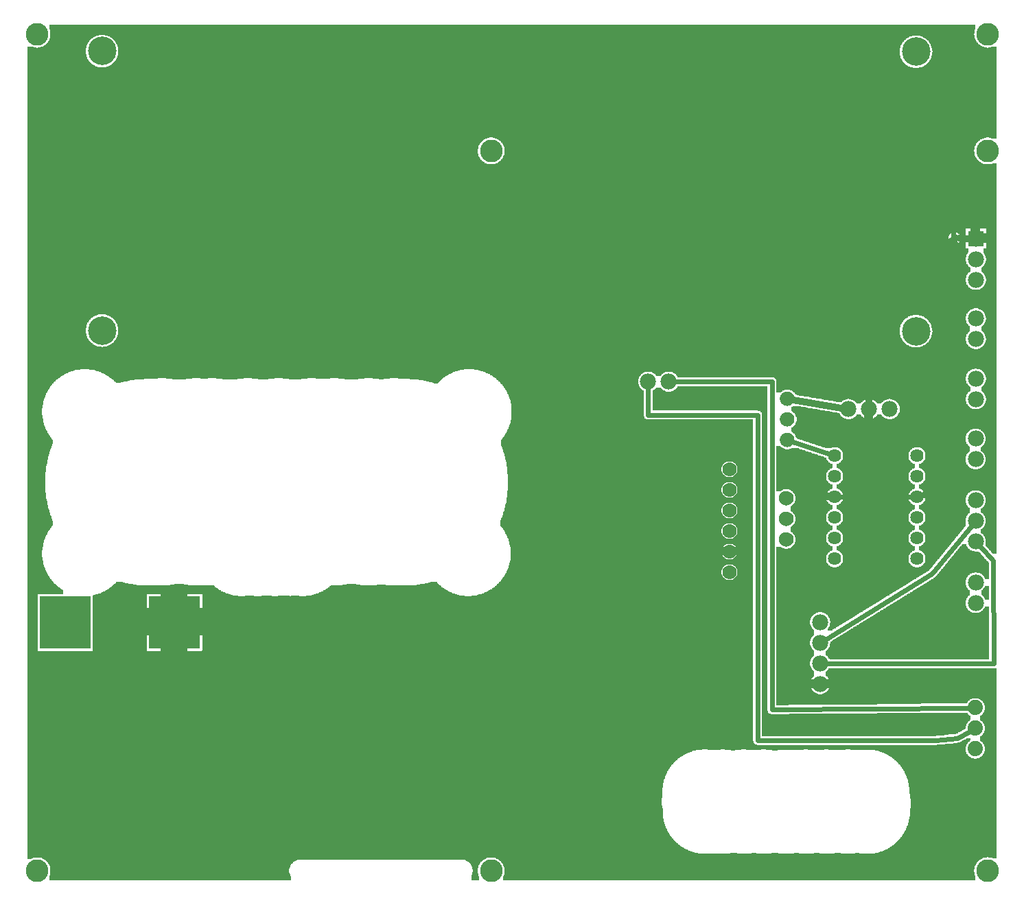
<source format=gbl>
G04 MADE WITH FRITZING*
G04 WWW.FRITZING.ORG*
G04 DOUBLE SIDED*
G04 HOLES PLATED*
G04 CONTOUR ON CENTER OF CONTOUR VECTOR*
%ASAXBY*%
%FSLAX23Y23*%
%MOIN*%
%OFA0B0*%
%SFA1.0B1.0*%
%ADD10C,0.075000*%
%ADD11C,0.039370*%
%ADD12C,0.074008*%
%ADD13C,0.074000*%
%ADD14C,0.110236*%
%ADD15C,0.138425*%
%ADD16C,0.070000*%
%ADD17C,0.064000*%
%ADD18C,0.078000*%
%ADD19R,0.248087X0.255055*%
%ADD20R,0.078000X0.078000*%
%ADD21C,0.024000*%
%ADD22C,0.032000*%
%ADD23R,0.001000X0.001000*%
%LNCOPPER0*%
G90*
G70*
G54D10*
X3687Y794D03*
X4589Y1595D03*
X4468Y4143D03*
G54D11*
X4541Y3159D03*
G54D12*
X753Y1292D03*
G54D13*
X223Y1292D03*
G54D14*
X4702Y86D03*
G54D15*
X4354Y2707D03*
X401Y2710D03*
X4354Y4065D03*
X401Y4068D03*
G54D16*
X3448Y2037D03*
X3448Y1937D03*
X3448Y1837D03*
X3448Y1737D03*
X3448Y1637D03*
X3448Y1537D03*
G54D17*
X3959Y1702D03*
X3959Y1802D03*
X3959Y1902D03*
X3959Y2002D03*
X3959Y2102D03*
X4359Y2102D03*
X4359Y2002D03*
X4359Y1902D03*
X4359Y1802D03*
X4359Y1702D03*
X4359Y1602D03*
X3959Y1602D03*
G54D13*
X4642Y678D03*
X4642Y778D03*
X4642Y878D03*
G54D14*
X4702Y86D03*
X4702Y4150D03*
X86Y4150D03*
X86Y86D03*
G54D18*
X4645Y2477D03*
X4645Y2377D03*
X4026Y2328D03*
X4126Y2328D03*
X4226Y2328D03*
X3153Y2462D03*
X3053Y2462D03*
X4644Y1487D03*
X4644Y1387D03*
X3888Y1293D03*
X3888Y1193D03*
X3888Y1093D03*
X3888Y993D03*
X4644Y1886D03*
X4644Y1786D03*
X4644Y1686D03*
X4644Y2185D03*
X4644Y2085D03*
X4644Y2769D03*
X4644Y2669D03*
X4645Y3157D03*
X4645Y3057D03*
X4645Y2957D03*
G54D14*
X4702Y86D03*
X4702Y3583D03*
X2291Y86D03*
X2291Y3583D03*
G54D16*
X3724Y1695D03*
X3724Y1795D03*
X3724Y1895D03*
X3729Y2178D03*
X3729Y2278D03*
X3729Y2378D03*
G54D19*
X753Y1292D03*
X223Y1292D03*
G54D20*
X4645Y3157D03*
G54D21*
X3654Y868D02*
X3654Y2462D01*
D02*
X3654Y2462D02*
X3184Y2462D01*
D02*
X4611Y877D02*
X3654Y868D01*
D02*
X4556Y730D02*
X4450Y719D01*
D02*
X4450Y719D02*
X3585Y719D01*
D02*
X3585Y719D02*
X3585Y2299D01*
D02*
X3585Y2299D02*
X3053Y2299D01*
D02*
X3053Y2299D02*
X3053Y2432D01*
D02*
X4615Y762D02*
X4556Y730D01*
D02*
X4328Y1902D02*
X3990Y1902D01*
D02*
X4433Y1528D02*
X3914Y1209D01*
D02*
X4733Y1091D02*
X3919Y1093D01*
G54D22*
D02*
X3991Y2334D02*
X3760Y2373D01*
G54D21*
D02*
X3929Y2112D02*
X3754Y2170D01*
G54D22*
D02*
X4532Y1948D02*
X4394Y1911D01*
D02*
X4541Y3134D02*
X4532Y1948D01*
D02*
X4609Y3157D02*
X4566Y3158D01*
G54D21*
D02*
X4625Y1763D02*
X4433Y1528D01*
D02*
X4729Y1591D02*
X4733Y1091D01*
D02*
X4664Y1664D02*
X4729Y1591D01*
G54D22*
D02*
X4129Y2854D02*
X4126Y2364D01*
D02*
X4521Y3144D02*
X4129Y2854D01*
G36*
X3196Y2440D02*
X3196Y2436D01*
X3194Y2436D01*
X3194Y2434D01*
X3192Y2434D01*
X3192Y2430D01*
X3190Y2430D01*
X3190Y2428D01*
X3188Y2428D01*
X3188Y2426D01*
X3186Y2426D01*
X3186Y2424D01*
X3182Y2424D01*
X3182Y2422D01*
X3180Y2422D01*
X3180Y2420D01*
X3176Y2420D01*
X3176Y2418D01*
X3174Y2418D01*
X3174Y2416D01*
X3166Y2416D01*
X3166Y2414D01*
X3156Y2414D01*
X3156Y2412D01*
X3632Y2412D01*
X3632Y2440D01*
X3196Y2440D01*
G37*
D02*
G36*
X3092Y2434D02*
X3092Y2430D01*
X3090Y2430D01*
X3090Y2428D01*
X3088Y2428D01*
X3088Y2426D01*
X3086Y2426D01*
X3086Y2424D01*
X3082Y2424D01*
X3082Y2422D01*
X3080Y2422D01*
X3080Y2420D01*
X3076Y2420D01*
X3076Y2412D01*
X3152Y2412D01*
X3152Y2414D01*
X3140Y2414D01*
X3140Y2416D01*
X3134Y2416D01*
X3134Y2418D01*
X3130Y2418D01*
X3130Y2420D01*
X3126Y2420D01*
X3126Y2422D01*
X3124Y2422D01*
X3124Y2424D01*
X3122Y2424D01*
X3122Y2426D01*
X3120Y2426D01*
X3120Y2428D01*
X3118Y2428D01*
X3118Y2430D01*
X3116Y2430D01*
X3116Y2432D01*
X3114Y2432D01*
X3114Y2434D01*
X3092Y2434D01*
G37*
D02*
G36*
X3076Y2412D02*
X3076Y2410D01*
X3632Y2410D01*
X3632Y2412D01*
X3076Y2412D01*
G37*
D02*
G36*
X3076Y2412D02*
X3076Y2410D01*
X3632Y2410D01*
X3632Y2412D01*
X3076Y2412D01*
G37*
D02*
G36*
X3076Y2410D02*
X3076Y2322D01*
X3586Y2322D01*
X3586Y2320D01*
X3594Y2320D01*
X3594Y2318D01*
X3598Y2318D01*
X3598Y2316D01*
X3600Y2316D01*
X3600Y2314D01*
X3602Y2314D01*
X3602Y2312D01*
X3604Y2312D01*
X3604Y2308D01*
X3606Y2308D01*
X3606Y846D01*
X3648Y846D01*
X3648Y848D01*
X3644Y848D01*
X3644Y850D01*
X3640Y850D01*
X3640Y852D01*
X3638Y852D01*
X3638Y854D01*
X3636Y854D01*
X3636Y858D01*
X3634Y858D01*
X3634Y862D01*
X3632Y862D01*
X3632Y2410D01*
X3076Y2410D01*
G37*
D02*
G36*
X4380Y854D02*
X4380Y852D01*
X4166Y852D01*
X4166Y850D01*
X3952Y850D01*
X3952Y848D01*
X3738Y848D01*
X3738Y846D01*
X4606Y846D01*
X4606Y848D01*
X4604Y848D01*
X4604Y852D01*
X4602Y852D01*
X4602Y854D01*
X4380Y854D01*
G37*
D02*
G36*
X3606Y846D02*
X3606Y844D01*
X4608Y844D01*
X4608Y846D01*
X3606Y846D01*
G37*
D02*
G36*
X3606Y846D02*
X3606Y844D01*
X4608Y844D01*
X4608Y846D01*
X3606Y846D01*
G37*
D02*
G36*
X3606Y844D02*
X3606Y740D01*
X4452Y740D01*
X4452Y742D01*
X4472Y742D01*
X4472Y744D01*
X4492Y744D01*
X4492Y746D01*
X4512Y746D01*
X4512Y748D01*
X4532Y748D01*
X4532Y750D01*
X4550Y750D01*
X4550Y752D01*
X4554Y752D01*
X4554Y754D01*
X4558Y754D01*
X4558Y756D01*
X4560Y756D01*
X4560Y758D01*
X4564Y758D01*
X4564Y760D01*
X4568Y760D01*
X4568Y762D01*
X4572Y762D01*
X4572Y764D01*
X4574Y764D01*
X4574Y766D01*
X4578Y766D01*
X4578Y768D01*
X4582Y768D01*
X4582Y770D01*
X4586Y770D01*
X4586Y772D01*
X4590Y772D01*
X4590Y774D01*
X4592Y774D01*
X4592Y776D01*
X4594Y776D01*
X4594Y780D01*
X4596Y780D01*
X4596Y790D01*
X4598Y790D01*
X4598Y796D01*
X4600Y796D01*
X4600Y800D01*
X4602Y800D01*
X4602Y804D01*
X4604Y804D01*
X4604Y806D01*
X4606Y806D01*
X4606Y808D01*
X4608Y808D01*
X4608Y810D01*
X4610Y810D01*
X4610Y812D01*
X4612Y812D01*
X4612Y814D01*
X4614Y814D01*
X4614Y816D01*
X4616Y816D01*
X4616Y818D01*
X4618Y818D01*
X4618Y838D01*
X4616Y838D01*
X4616Y840D01*
X4612Y840D01*
X4612Y842D01*
X4610Y842D01*
X4610Y844D01*
X3606Y844D01*
G37*
D02*
G36*
X4578Y1672D02*
X4578Y1670D01*
X4576Y1670D01*
X4576Y1666D01*
X4574Y1666D01*
X4574Y1664D01*
X4572Y1664D01*
X4572Y1662D01*
X4570Y1662D01*
X4570Y1660D01*
X4568Y1660D01*
X4568Y1658D01*
X4566Y1658D01*
X4566Y1654D01*
X4564Y1654D01*
X4564Y1652D01*
X4562Y1652D01*
X4562Y1650D01*
X4560Y1650D01*
X4560Y1648D01*
X4558Y1648D01*
X4558Y1646D01*
X4556Y1646D01*
X4556Y1642D01*
X4554Y1642D01*
X4554Y1640D01*
X4552Y1640D01*
X4552Y1638D01*
X4550Y1638D01*
X4550Y1636D01*
X4548Y1636D01*
X4548Y1632D01*
X4546Y1632D01*
X4546Y1630D01*
X4544Y1630D01*
X4544Y1628D01*
X4542Y1628D01*
X4542Y1626D01*
X4540Y1626D01*
X4540Y1624D01*
X4538Y1624D01*
X4538Y1620D01*
X4536Y1620D01*
X4536Y1618D01*
X4534Y1618D01*
X4534Y1616D01*
X4532Y1616D01*
X4532Y1614D01*
X4530Y1614D01*
X4530Y1610D01*
X4528Y1610D01*
X4528Y1608D01*
X4526Y1608D01*
X4526Y1606D01*
X4524Y1606D01*
X4524Y1604D01*
X4522Y1604D01*
X4522Y1602D01*
X4520Y1602D01*
X4520Y1598D01*
X4518Y1598D01*
X4518Y1596D01*
X4516Y1596D01*
X4516Y1594D01*
X4514Y1594D01*
X4514Y1592D01*
X4512Y1592D01*
X4512Y1588D01*
X4510Y1588D01*
X4510Y1586D01*
X4508Y1586D01*
X4508Y1584D01*
X4506Y1584D01*
X4506Y1582D01*
X4504Y1582D01*
X4504Y1580D01*
X4502Y1580D01*
X4502Y1576D01*
X4500Y1576D01*
X4500Y1574D01*
X4498Y1574D01*
X4498Y1572D01*
X4496Y1572D01*
X4496Y1570D01*
X4494Y1570D01*
X4494Y1566D01*
X4492Y1566D01*
X4492Y1564D01*
X4490Y1564D01*
X4490Y1562D01*
X4488Y1562D01*
X4488Y1560D01*
X4486Y1560D01*
X4486Y1558D01*
X4484Y1558D01*
X4484Y1554D01*
X4482Y1554D01*
X4482Y1552D01*
X4480Y1552D01*
X4480Y1550D01*
X4478Y1550D01*
X4478Y1548D01*
X4476Y1548D01*
X4476Y1546D01*
X4474Y1546D01*
X4474Y1542D01*
X4472Y1542D01*
X4472Y1540D01*
X4470Y1540D01*
X4470Y1538D01*
X4468Y1538D01*
X4468Y1536D01*
X4650Y1536D01*
X4650Y1534D01*
X4658Y1534D01*
X4658Y1532D01*
X4664Y1532D01*
X4664Y1530D01*
X4668Y1530D01*
X4668Y1528D01*
X4672Y1528D01*
X4672Y1526D01*
X4674Y1526D01*
X4674Y1524D01*
X4676Y1524D01*
X4676Y1522D01*
X4678Y1522D01*
X4678Y1520D01*
X4680Y1520D01*
X4680Y1518D01*
X4682Y1518D01*
X4682Y1516D01*
X4684Y1516D01*
X4684Y1512D01*
X4686Y1512D01*
X4686Y1508D01*
X4688Y1508D01*
X4688Y1504D01*
X4708Y1504D01*
X4708Y1582D01*
X4706Y1582D01*
X4706Y1586D01*
X4704Y1586D01*
X4704Y1588D01*
X4702Y1588D01*
X4702Y1590D01*
X4700Y1590D01*
X4700Y1592D01*
X4698Y1592D01*
X4698Y1594D01*
X4696Y1594D01*
X4696Y1596D01*
X4694Y1596D01*
X4694Y1598D01*
X4692Y1598D01*
X4692Y1600D01*
X4690Y1600D01*
X4690Y1602D01*
X4688Y1602D01*
X4688Y1604D01*
X4686Y1604D01*
X4686Y1608D01*
X4684Y1608D01*
X4684Y1610D01*
X4682Y1610D01*
X4682Y1612D01*
X4680Y1612D01*
X4680Y1614D01*
X4678Y1614D01*
X4678Y1616D01*
X4676Y1616D01*
X4676Y1618D01*
X4674Y1618D01*
X4674Y1620D01*
X4672Y1620D01*
X4672Y1622D01*
X4670Y1622D01*
X4670Y1624D01*
X4668Y1624D01*
X4668Y1628D01*
X4666Y1628D01*
X4666Y1630D01*
X4664Y1630D01*
X4664Y1632D01*
X4662Y1632D01*
X4662Y1634D01*
X4660Y1634D01*
X4660Y1636D01*
X4638Y1636D01*
X4638Y1638D01*
X4630Y1638D01*
X4630Y1640D01*
X4624Y1640D01*
X4624Y1642D01*
X4620Y1642D01*
X4620Y1644D01*
X4616Y1644D01*
X4616Y1646D01*
X4614Y1646D01*
X4614Y1648D01*
X4612Y1648D01*
X4612Y1650D01*
X4610Y1650D01*
X4610Y1652D01*
X4608Y1652D01*
X4608Y1654D01*
X4606Y1654D01*
X4606Y1656D01*
X4604Y1656D01*
X4604Y1658D01*
X4602Y1658D01*
X4602Y1662D01*
X4600Y1662D01*
X4600Y1666D01*
X4598Y1666D01*
X4598Y1672D01*
X4578Y1672D01*
G37*
D02*
G36*
X4466Y1536D02*
X4466Y1532D01*
X4464Y1532D01*
X4464Y1530D01*
X4462Y1530D01*
X4462Y1528D01*
X4460Y1528D01*
X4460Y1526D01*
X4458Y1526D01*
X4458Y1524D01*
X4456Y1524D01*
X4456Y1520D01*
X4454Y1520D01*
X4454Y1518D01*
X4452Y1518D01*
X4452Y1516D01*
X4450Y1516D01*
X4450Y1514D01*
X4448Y1514D01*
X4448Y1512D01*
X4446Y1512D01*
X4446Y1510D01*
X4444Y1510D01*
X4444Y1508D01*
X4440Y1508D01*
X4440Y1506D01*
X4438Y1506D01*
X4438Y1504D01*
X4434Y1504D01*
X4434Y1502D01*
X4430Y1502D01*
X4430Y1500D01*
X4428Y1500D01*
X4428Y1498D01*
X4424Y1498D01*
X4424Y1496D01*
X4420Y1496D01*
X4420Y1494D01*
X4418Y1494D01*
X4418Y1492D01*
X4414Y1492D01*
X4414Y1490D01*
X4412Y1490D01*
X4412Y1488D01*
X4408Y1488D01*
X4408Y1486D01*
X4404Y1486D01*
X4404Y1484D01*
X4402Y1484D01*
X4402Y1482D01*
X4398Y1482D01*
X4398Y1480D01*
X4394Y1480D01*
X4394Y1478D01*
X4392Y1478D01*
X4392Y1476D01*
X4388Y1476D01*
X4388Y1474D01*
X4386Y1474D01*
X4386Y1472D01*
X4382Y1472D01*
X4382Y1470D01*
X4378Y1470D01*
X4378Y1468D01*
X4376Y1468D01*
X4376Y1466D01*
X4372Y1466D01*
X4372Y1464D01*
X4368Y1464D01*
X4368Y1462D01*
X4366Y1462D01*
X4366Y1460D01*
X4362Y1460D01*
X4362Y1458D01*
X4360Y1458D01*
X4360Y1456D01*
X4356Y1456D01*
X4356Y1454D01*
X4352Y1454D01*
X4352Y1452D01*
X4350Y1452D01*
X4350Y1450D01*
X4346Y1450D01*
X4346Y1448D01*
X4342Y1448D01*
X4342Y1446D01*
X4340Y1446D01*
X4340Y1444D01*
X4336Y1444D01*
X4336Y1442D01*
X4334Y1442D01*
X4334Y1440D01*
X4330Y1440D01*
X4330Y1438D01*
X4326Y1438D01*
X4326Y1436D01*
X4324Y1436D01*
X4324Y1434D01*
X4320Y1434D01*
X4320Y1432D01*
X4316Y1432D01*
X4316Y1430D01*
X4314Y1430D01*
X4314Y1428D01*
X4310Y1428D01*
X4310Y1426D01*
X4308Y1426D01*
X4308Y1424D01*
X4304Y1424D01*
X4304Y1422D01*
X4300Y1422D01*
X4300Y1420D01*
X4298Y1420D01*
X4298Y1418D01*
X4294Y1418D01*
X4294Y1416D01*
X4290Y1416D01*
X4290Y1414D01*
X4288Y1414D01*
X4288Y1412D01*
X4284Y1412D01*
X4284Y1410D01*
X4282Y1410D01*
X4282Y1408D01*
X4278Y1408D01*
X4278Y1406D01*
X4274Y1406D01*
X4274Y1404D01*
X4272Y1404D01*
X4272Y1402D01*
X4268Y1402D01*
X4268Y1400D01*
X4264Y1400D01*
X4264Y1398D01*
X4262Y1398D01*
X4262Y1396D01*
X4258Y1396D01*
X4258Y1394D01*
X4256Y1394D01*
X4256Y1392D01*
X4252Y1392D01*
X4252Y1390D01*
X4248Y1390D01*
X4248Y1388D01*
X4246Y1388D01*
X4246Y1386D01*
X4242Y1386D01*
X4242Y1384D01*
X4238Y1384D01*
X4238Y1382D01*
X4236Y1382D01*
X4236Y1380D01*
X4232Y1380D01*
X4232Y1378D01*
X4230Y1378D01*
X4230Y1376D01*
X4226Y1376D01*
X4226Y1374D01*
X4222Y1374D01*
X4222Y1372D01*
X4220Y1372D01*
X4220Y1370D01*
X4216Y1370D01*
X4216Y1368D01*
X4212Y1368D01*
X4212Y1366D01*
X4210Y1366D01*
X4210Y1364D01*
X4206Y1364D01*
X4206Y1362D01*
X4204Y1362D01*
X4204Y1360D01*
X4200Y1360D01*
X4200Y1358D01*
X4196Y1358D01*
X4196Y1356D01*
X4194Y1356D01*
X4194Y1354D01*
X4190Y1354D01*
X4190Y1352D01*
X4186Y1352D01*
X4186Y1350D01*
X4184Y1350D01*
X4184Y1348D01*
X4180Y1348D01*
X4180Y1346D01*
X4178Y1346D01*
X4178Y1344D01*
X4174Y1344D01*
X4174Y1342D01*
X4170Y1342D01*
X4170Y1340D01*
X4168Y1340D01*
X4168Y1338D01*
X4632Y1338D01*
X4632Y1340D01*
X4626Y1340D01*
X4626Y1342D01*
X4622Y1342D01*
X4622Y1344D01*
X4618Y1344D01*
X4618Y1346D01*
X4616Y1346D01*
X4616Y1348D01*
X4612Y1348D01*
X4612Y1350D01*
X4610Y1350D01*
X4610Y1352D01*
X4608Y1352D01*
X4608Y1354D01*
X4606Y1354D01*
X4606Y1356D01*
X4604Y1356D01*
X4604Y1360D01*
X4602Y1360D01*
X4602Y1362D01*
X4600Y1362D01*
X4600Y1366D01*
X4598Y1366D01*
X4598Y1372D01*
X4596Y1372D01*
X4596Y1382D01*
X4594Y1382D01*
X4594Y1392D01*
X4596Y1392D01*
X4596Y1400D01*
X4598Y1400D01*
X4598Y1406D01*
X4600Y1406D01*
X4600Y1410D01*
X4602Y1410D01*
X4602Y1414D01*
X4604Y1414D01*
X4604Y1416D01*
X4606Y1416D01*
X4606Y1418D01*
X4608Y1418D01*
X4608Y1422D01*
X4612Y1422D01*
X4612Y1424D01*
X4614Y1424D01*
X4614Y1426D01*
X4616Y1426D01*
X4616Y1448D01*
X4612Y1448D01*
X4612Y1450D01*
X4610Y1450D01*
X4610Y1452D01*
X4608Y1452D01*
X4608Y1454D01*
X4606Y1454D01*
X4606Y1456D01*
X4604Y1456D01*
X4604Y1460D01*
X4602Y1460D01*
X4602Y1462D01*
X4600Y1462D01*
X4600Y1466D01*
X4598Y1466D01*
X4598Y1472D01*
X4596Y1472D01*
X4596Y1482D01*
X4594Y1482D01*
X4594Y1492D01*
X4596Y1492D01*
X4596Y1500D01*
X4598Y1500D01*
X4598Y1506D01*
X4600Y1506D01*
X4600Y1510D01*
X4602Y1510D01*
X4602Y1514D01*
X4604Y1514D01*
X4604Y1516D01*
X4606Y1516D01*
X4606Y1518D01*
X4608Y1518D01*
X4608Y1522D01*
X4612Y1522D01*
X4612Y1524D01*
X4614Y1524D01*
X4614Y1526D01*
X4616Y1526D01*
X4616Y1528D01*
X4620Y1528D01*
X4620Y1530D01*
X4624Y1530D01*
X4624Y1532D01*
X4628Y1532D01*
X4628Y1534D01*
X4638Y1534D01*
X4638Y1536D01*
X4466Y1536D01*
G37*
D02*
G36*
X4688Y1368D02*
X4688Y1364D01*
X4686Y1364D01*
X4686Y1360D01*
X4684Y1360D01*
X4684Y1358D01*
X4682Y1358D01*
X4682Y1356D01*
X4680Y1356D01*
X4680Y1352D01*
X4678Y1352D01*
X4678Y1350D01*
X4674Y1350D01*
X4674Y1348D01*
X4672Y1348D01*
X4672Y1346D01*
X4670Y1346D01*
X4670Y1344D01*
X4666Y1344D01*
X4666Y1342D01*
X4662Y1342D01*
X4662Y1340D01*
X4654Y1340D01*
X4654Y1338D01*
X4708Y1338D01*
X4708Y1368D01*
X4688Y1368D01*
G37*
D02*
G36*
X4164Y1338D02*
X4164Y1336D01*
X4708Y1336D01*
X4708Y1338D01*
X4164Y1338D01*
G37*
D02*
G36*
X4164Y1338D02*
X4164Y1336D01*
X4708Y1336D01*
X4708Y1338D01*
X4164Y1338D01*
G37*
D02*
G36*
X4160Y1336D02*
X4160Y1334D01*
X4158Y1334D01*
X4158Y1332D01*
X4154Y1332D01*
X4154Y1330D01*
X4152Y1330D01*
X4152Y1328D01*
X4148Y1328D01*
X4148Y1326D01*
X4144Y1326D01*
X4144Y1324D01*
X4142Y1324D01*
X4142Y1322D01*
X4138Y1322D01*
X4138Y1320D01*
X4134Y1320D01*
X4134Y1318D01*
X4132Y1318D01*
X4132Y1316D01*
X4128Y1316D01*
X4128Y1314D01*
X4126Y1314D01*
X4126Y1312D01*
X4122Y1312D01*
X4122Y1310D01*
X4118Y1310D01*
X4118Y1308D01*
X4116Y1308D01*
X4116Y1306D01*
X4112Y1306D01*
X4112Y1304D01*
X4108Y1304D01*
X4108Y1302D01*
X4106Y1302D01*
X4106Y1300D01*
X4102Y1300D01*
X4102Y1298D01*
X4100Y1298D01*
X4100Y1296D01*
X4096Y1296D01*
X4096Y1294D01*
X4092Y1294D01*
X4092Y1292D01*
X4090Y1292D01*
X4090Y1290D01*
X4086Y1290D01*
X4086Y1288D01*
X4082Y1288D01*
X4082Y1286D01*
X4080Y1286D01*
X4080Y1284D01*
X4076Y1284D01*
X4076Y1282D01*
X4074Y1282D01*
X4074Y1280D01*
X4070Y1280D01*
X4070Y1278D01*
X4066Y1278D01*
X4066Y1276D01*
X4064Y1276D01*
X4064Y1274D01*
X4060Y1274D01*
X4060Y1272D01*
X4056Y1272D01*
X4056Y1270D01*
X4054Y1270D01*
X4054Y1268D01*
X4050Y1268D01*
X4050Y1266D01*
X4048Y1266D01*
X4048Y1264D01*
X4044Y1264D01*
X4044Y1262D01*
X4040Y1262D01*
X4040Y1260D01*
X4038Y1260D01*
X4038Y1258D01*
X4034Y1258D01*
X4034Y1256D01*
X4030Y1256D01*
X4030Y1254D01*
X4028Y1254D01*
X4028Y1252D01*
X4024Y1252D01*
X4024Y1250D01*
X4022Y1250D01*
X4022Y1248D01*
X4018Y1248D01*
X4018Y1246D01*
X4014Y1246D01*
X4014Y1244D01*
X4012Y1244D01*
X4012Y1242D01*
X4008Y1242D01*
X4008Y1240D01*
X4004Y1240D01*
X4004Y1238D01*
X4002Y1238D01*
X4002Y1236D01*
X3998Y1236D01*
X3998Y1234D01*
X3996Y1234D01*
X3996Y1232D01*
X3992Y1232D01*
X3992Y1230D01*
X3988Y1230D01*
X3988Y1228D01*
X3986Y1228D01*
X3986Y1226D01*
X3982Y1226D01*
X3982Y1224D01*
X3978Y1224D01*
X3978Y1222D01*
X3976Y1222D01*
X3976Y1220D01*
X3972Y1220D01*
X3972Y1218D01*
X3970Y1218D01*
X3970Y1216D01*
X3966Y1216D01*
X3966Y1214D01*
X3962Y1214D01*
X3962Y1212D01*
X3960Y1212D01*
X3960Y1210D01*
X3956Y1210D01*
X3956Y1208D01*
X3952Y1208D01*
X3952Y1206D01*
X3950Y1206D01*
X3950Y1204D01*
X3946Y1204D01*
X3946Y1202D01*
X3944Y1202D01*
X3944Y1200D01*
X3940Y1200D01*
X3940Y1198D01*
X3938Y1198D01*
X3938Y1188D01*
X3936Y1188D01*
X3936Y1178D01*
X3934Y1178D01*
X3934Y1172D01*
X3932Y1172D01*
X3932Y1170D01*
X3930Y1170D01*
X3930Y1166D01*
X3928Y1166D01*
X3928Y1164D01*
X3926Y1164D01*
X3926Y1160D01*
X3924Y1160D01*
X3924Y1158D01*
X3922Y1158D01*
X3922Y1156D01*
X3918Y1156D01*
X3918Y1154D01*
X3916Y1154D01*
X3916Y1132D01*
X3920Y1132D01*
X3920Y1130D01*
X3922Y1130D01*
X3922Y1128D01*
X3924Y1128D01*
X3924Y1126D01*
X3926Y1126D01*
X3926Y1122D01*
X3928Y1122D01*
X3928Y1120D01*
X3930Y1120D01*
X3930Y1116D01*
X3936Y1116D01*
X3936Y1114D01*
X4710Y1114D01*
X4710Y1330D01*
X4708Y1330D01*
X4708Y1336D01*
X4160Y1336D01*
G37*
D02*
G36*
X146Y4196D02*
X146Y4172D01*
X148Y4172D01*
X148Y4166D01*
X150Y4166D01*
X150Y4146D01*
X416Y4146D01*
X416Y4144D01*
X4362Y4144D01*
X4362Y4142D01*
X4374Y4142D01*
X4374Y4140D01*
X4380Y4140D01*
X4380Y4138D01*
X4386Y4138D01*
X4386Y4136D01*
X4390Y4136D01*
X4390Y4134D01*
X4394Y4134D01*
X4394Y4132D01*
X4396Y4132D01*
X4396Y4130D01*
X4400Y4130D01*
X4400Y4128D01*
X4402Y4128D01*
X4402Y4126D01*
X4404Y4126D01*
X4404Y4124D01*
X4408Y4124D01*
X4408Y4122D01*
X4410Y4122D01*
X4410Y4120D01*
X4412Y4120D01*
X4412Y4118D01*
X4414Y4118D01*
X4414Y4114D01*
X4416Y4114D01*
X4416Y4112D01*
X4418Y4112D01*
X4418Y4110D01*
X4420Y4110D01*
X4420Y4106D01*
X4422Y4106D01*
X4422Y4104D01*
X4424Y4104D01*
X4424Y4100D01*
X4426Y4100D01*
X4426Y4094D01*
X4428Y4094D01*
X4428Y4090D01*
X4430Y4090D01*
X4430Y4084D01*
X4698Y4084D01*
X4698Y4086D01*
X4686Y4086D01*
X4686Y4088D01*
X4678Y4088D01*
X4678Y4090D01*
X4674Y4090D01*
X4674Y4092D01*
X4670Y4092D01*
X4670Y4094D01*
X4668Y4094D01*
X4668Y4096D01*
X4664Y4096D01*
X4664Y4098D01*
X4662Y4098D01*
X4662Y4100D01*
X4660Y4100D01*
X4660Y4102D01*
X4656Y4102D01*
X4656Y4104D01*
X4654Y4104D01*
X4654Y4108D01*
X4652Y4108D01*
X4652Y4110D01*
X4650Y4110D01*
X4650Y4112D01*
X4648Y4112D01*
X4648Y4116D01*
X4646Y4116D01*
X4646Y4118D01*
X4644Y4118D01*
X4644Y4122D01*
X4642Y4122D01*
X4642Y4128D01*
X4640Y4128D01*
X4640Y4134D01*
X4638Y4134D01*
X4638Y4146D01*
X4636Y4146D01*
X4636Y4152D01*
X4638Y4152D01*
X4638Y4166D01*
X4640Y4166D01*
X4640Y4172D01*
X4642Y4172D01*
X4642Y4196D01*
X146Y4196D01*
G37*
D02*
G36*
X150Y4146D02*
X150Y4134D01*
X148Y4134D01*
X148Y4128D01*
X146Y4128D01*
X146Y4122D01*
X144Y4122D01*
X144Y4118D01*
X142Y4118D01*
X142Y4116D01*
X140Y4116D01*
X140Y4112D01*
X138Y4112D01*
X138Y4110D01*
X136Y4110D01*
X136Y4108D01*
X134Y4108D01*
X134Y4106D01*
X132Y4106D01*
X132Y4104D01*
X130Y4104D01*
X130Y4102D01*
X128Y4102D01*
X128Y4100D01*
X126Y4100D01*
X126Y4098D01*
X124Y4098D01*
X124Y4096D01*
X120Y4096D01*
X120Y4094D01*
X118Y4094D01*
X118Y4092D01*
X114Y4092D01*
X114Y4090D01*
X108Y4090D01*
X108Y4088D01*
X102Y4088D01*
X102Y4086D01*
X88Y4086D01*
X88Y4084D01*
X324Y4084D01*
X324Y4090D01*
X326Y4090D01*
X326Y4096D01*
X328Y4096D01*
X328Y4100D01*
X330Y4100D01*
X330Y4104D01*
X332Y4104D01*
X332Y4108D01*
X334Y4108D01*
X334Y4112D01*
X336Y4112D01*
X336Y4114D01*
X338Y4114D01*
X338Y4116D01*
X340Y4116D01*
X340Y4120D01*
X342Y4120D01*
X342Y4122D01*
X344Y4122D01*
X344Y4124D01*
X346Y4124D01*
X346Y4126D01*
X348Y4126D01*
X348Y4128D01*
X352Y4128D01*
X352Y4130D01*
X354Y4130D01*
X354Y4132D01*
X356Y4132D01*
X356Y4134D01*
X360Y4134D01*
X360Y4136D01*
X364Y4136D01*
X364Y4138D01*
X368Y4138D01*
X368Y4140D01*
X372Y4140D01*
X372Y4142D01*
X378Y4142D01*
X378Y4144D01*
X386Y4144D01*
X386Y4146D01*
X150Y4146D01*
G37*
D02*
G36*
X424Y4144D02*
X424Y4142D01*
X430Y4142D01*
X430Y4140D01*
X434Y4140D01*
X434Y4138D01*
X438Y4138D01*
X438Y4136D01*
X442Y4136D01*
X442Y4134D01*
X444Y4134D01*
X444Y4132D01*
X448Y4132D01*
X448Y4130D01*
X450Y4130D01*
X450Y4128D01*
X452Y4128D01*
X452Y4126D01*
X454Y4126D01*
X454Y4124D01*
X458Y4124D01*
X458Y4120D01*
X460Y4120D01*
X460Y4118D01*
X462Y4118D01*
X462Y4116D01*
X464Y4116D01*
X464Y4114D01*
X466Y4114D01*
X466Y4110D01*
X468Y4110D01*
X468Y4108D01*
X470Y4108D01*
X470Y4104D01*
X472Y4104D01*
X472Y4100D01*
X474Y4100D01*
X474Y4094D01*
X476Y4094D01*
X476Y4088D01*
X478Y4088D01*
X478Y4078D01*
X480Y4078D01*
X480Y4056D01*
X478Y4056D01*
X478Y4046D01*
X476Y4046D01*
X476Y4040D01*
X474Y4040D01*
X474Y4036D01*
X472Y4036D01*
X472Y4030D01*
X470Y4030D01*
X470Y4028D01*
X468Y4028D01*
X468Y4024D01*
X466Y4024D01*
X466Y4022D01*
X464Y4022D01*
X464Y4018D01*
X462Y4018D01*
X462Y4016D01*
X460Y4016D01*
X460Y4014D01*
X458Y4014D01*
X458Y4012D01*
X456Y4012D01*
X456Y4010D01*
X454Y4010D01*
X454Y4008D01*
X452Y4008D01*
X452Y4006D01*
X450Y4006D01*
X450Y4004D01*
X446Y4004D01*
X446Y4002D01*
X444Y4002D01*
X444Y4000D01*
X440Y4000D01*
X440Y3998D01*
X438Y3998D01*
X438Y3996D01*
X432Y3996D01*
X432Y3994D01*
X428Y3994D01*
X428Y3992D01*
X422Y3992D01*
X422Y3990D01*
X412Y3990D01*
X412Y3988D01*
X4330Y3988D01*
X4330Y3990D01*
X4324Y3990D01*
X4324Y3992D01*
X4320Y3992D01*
X4320Y3994D01*
X4316Y3994D01*
X4316Y3996D01*
X4312Y3996D01*
X4312Y3998D01*
X4310Y3998D01*
X4310Y4000D01*
X4306Y4000D01*
X4306Y4002D01*
X4304Y4002D01*
X4304Y4004D01*
X4302Y4004D01*
X4302Y4006D01*
X4300Y4006D01*
X4300Y4008D01*
X4298Y4008D01*
X4298Y4010D01*
X4296Y4010D01*
X4296Y4012D01*
X4294Y4012D01*
X4294Y4014D01*
X4292Y4014D01*
X4292Y4016D01*
X4290Y4016D01*
X4290Y4020D01*
X4288Y4020D01*
X4288Y4022D01*
X4286Y4022D01*
X4286Y4026D01*
X4284Y4026D01*
X4284Y4030D01*
X4282Y4030D01*
X4282Y4034D01*
X4280Y4034D01*
X4280Y4040D01*
X4278Y4040D01*
X4278Y4046D01*
X4276Y4046D01*
X4276Y4060D01*
X4274Y4060D01*
X4274Y4068D01*
X4276Y4068D01*
X4276Y4082D01*
X4278Y4082D01*
X4278Y4090D01*
X4280Y4090D01*
X4280Y4096D01*
X4282Y4096D01*
X4282Y4100D01*
X4284Y4100D01*
X4284Y4104D01*
X4286Y4104D01*
X4286Y4106D01*
X4288Y4106D01*
X4288Y4110D01*
X4290Y4110D01*
X4290Y4112D01*
X4292Y4112D01*
X4292Y4114D01*
X4294Y4114D01*
X4294Y4118D01*
X4296Y4118D01*
X4296Y4120D01*
X4298Y4120D01*
X4298Y4122D01*
X4300Y4122D01*
X4300Y4124D01*
X4304Y4124D01*
X4304Y4126D01*
X4306Y4126D01*
X4306Y4128D01*
X4308Y4128D01*
X4308Y4130D01*
X4312Y4130D01*
X4312Y4132D01*
X4314Y4132D01*
X4314Y4134D01*
X4318Y4134D01*
X4318Y4136D01*
X4322Y4136D01*
X4322Y4138D01*
X4328Y4138D01*
X4328Y4140D01*
X4334Y4140D01*
X4334Y4142D01*
X4346Y4142D01*
X4346Y4144D01*
X424Y4144D01*
G37*
D02*
G36*
X40Y4090D02*
X40Y4084D01*
X82Y4084D01*
X82Y4086D01*
X70Y4086D01*
X70Y4088D01*
X64Y4088D01*
X64Y4090D01*
X40Y4090D01*
G37*
D02*
G36*
X4724Y4090D02*
X4724Y4088D01*
X4718Y4088D01*
X4718Y4086D01*
X4706Y4086D01*
X4706Y4084D01*
X4746Y4084D01*
X4746Y4090D01*
X4724Y4090D01*
G37*
D02*
G36*
X40Y4084D02*
X40Y4082D01*
X324Y4082D01*
X324Y4084D01*
X40Y4084D01*
G37*
D02*
G36*
X40Y4084D02*
X40Y4082D01*
X324Y4082D01*
X324Y4084D01*
X40Y4084D01*
G37*
D02*
G36*
X4430Y4084D02*
X4430Y4082D01*
X4746Y4082D01*
X4746Y4084D01*
X4430Y4084D01*
G37*
D02*
G36*
X4430Y4084D02*
X4430Y4082D01*
X4746Y4082D01*
X4746Y4084D01*
X4430Y4084D01*
G37*
D02*
G36*
X40Y4082D02*
X40Y3988D01*
X390Y3988D01*
X390Y3990D01*
X380Y3990D01*
X380Y3992D01*
X374Y3992D01*
X374Y3994D01*
X368Y3994D01*
X368Y3996D01*
X364Y3996D01*
X364Y3998D01*
X360Y3998D01*
X360Y4000D01*
X358Y4000D01*
X358Y4002D01*
X354Y4002D01*
X354Y4004D01*
X352Y4004D01*
X352Y4006D01*
X350Y4006D01*
X350Y4008D01*
X348Y4008D01*
X348Y4010D01*
X346Y4010D01*
X346Y4012D01*
X344Y4012D01*
X344Y4014D01*
X342Y4014D01*
X342Y4016D01*
X340Y4016D01*
X340Y4018D01*
X338Y4018D01*
X338Y4020D01*
X336Y4020D01*
X336Y4024D01*
X334Y4024D01*
X334Y4026D01*
X332Y4026D01*
X332Y4030D01*
X330Y4030D01*
X330Y4034D01*
X328Y4034D01*
X328Y4038D01*
X326Y4038D01*
X326Y4044D01*
X324Y4044D01*
X324Y4052D01*
X322Y4052D01*
X322Y4082D01*
X40Y4082D01*
G37*
D02*
G36*
X4432Y4082D02*
X4432Y4068D01*
X4434Y4068D01*
X4434Y4062D01*
X4432Y4062D01*
X4432Y4046D01*
X4430Y4046D01*
X4430Y4040D01*
X4428Y4040D01*
X4428Y4034D01*
X4426Y4034D01*
X4426Y4030D01*
X4424Y4030D01*
X4424Y4026D01*
X4422Y4026D01*
X4422Y4022D01*
X4420Y4022D01*
X4420Y4020D01*
X4418Y4020D01*
X4418Y4016D01*
X4416Y4016D01*
X4416Y4014D01*
X4414Y4014D01*
X4414Y4012D01*
X4412Y4012D01*
X4412Y4010D01*
X4410Y4010D01*
X4410Y4008D01*
X4408Y4008D01*
X4408Y4006D01*
X4406Y4006D01*
X4406Y4004D01*
X4404Y4004D01*
X4404Y4002D01*
X4402Y4002D01*
X4402Y4000D01*
X4398Y4000D01*
X4398Y3998D01*
X4396Y3998D01*
X4396Y3996D01*
X4392Y3996D01*
X4392Y3994D01*
X4388Y3994D01*
X4388Y3992D01*
X4384Y3992D01*
X4384Y3990D01*
X4378Y3990D01*
X4378Y3988D01*
X4370Y3988D01*
X4370Y3986D01*
X4746Y3986D01*
X4746Y4082D01*
X4432Y4082D01*
G37*
D02*
G36*
X40Y3988D02*
X40Y3986D01*
X4338Y3986D01*
X4338Y3988D01*
X40Y3988D01*
G37*
D02*
G36*
X40Y3988D02*
X40Y3986D01*
X4338Y3986D01*
X4338Y3988D01*
X40Y3988D01*
G37*
D02*
G36*
X40Y3986D02*
X40Y3984D01*
X4746Y3984D01*
X4746Y3986D01*
X40Y3986D01*
G37*
D02*
G36*
X40Y3986D02*
X40Y3984D01*
X4746Y3984D01*
X4746Y3986D01*
X40Y3986D01*
G37*
D02*
G36*
X40Y3984D02*
X40Y3648D01*
X4710Y3648D01*
X4710Y3646D01*
X4720Y3646D01*
X4720Y3644D01*
X4726Y3644D01*
X4726Y3642D01*
X4746Y3642D01*
X4746Y3984D01*
X40Y3984D01*
G37*
D02*
G36*
X40Y3648D02*
X40Y3518D01*
X2278Y3518D01*
X2278Y3520D01*
X2270Y3520D01*
X2270Y3522D01*
X2264Y3522D01*
X2264Y3524D01*
X2260Y3524D01*
X2260Y3526D01*
X2258Y3526D01*
X2258Y3528D01*
X2254Y3528D01*
X2254Y3530D01*
X2252Y3530D01*
X2252Y3532D01*
X2248Y3532D01*
X2248Y3534D01*
X2246Y3534D01*
X2246Y3536D01*
X2244Y3536D01*
X2244Y3538D01*
X2242Y3538D01*
X2242Y3540D01*
X2240Y3540D01*
X2240Y3544D01*
X2238Y3544D01*
X2238Y3546D01*
X2236Y3546D01*
X2236Y3550D01*
X2234Y3550D01*
X2234Y3552D01*
X2232Y3552D01*
X2232Y3556D01*
X2230Y3556D01*
X2230Y3562D01*
X2228Y3562D01*
X2228Y3570D01*
X2226Y3570D01*
X2226Y3594D01*
X2228Y3594D01*
X2228Y3602D01*
X2230Y3602D01*
X2230Y3608D01*
X2232Y3608D01*
X2232Y3612D01*
X2234Y3612D01*
X2234Y3616D01*
X2236Y3616D01*
X2236Y3618D01*
X2238Y3618D01*
X2238Y3622D01*
X2240Y3622D01*
X2240Y3624D01*
X2242Y3624D01*
X2242Y3626D01*
X2244Y3626D01*
X2244Y3628D01*
X2246Y3628D01*
X2246Y3630D01*
X2248Y3630D01*
X2248Y3632D01*
X2250Y3632D01*
X2250Y3634D01*
X2252Y3634D01*
X2252Y3636D01*
X2256Y3636D01*
X2256Y3638D01*
X2258Y3638D01*
X2258Y3640D01*
X2262Y3640D01*
X2262Y3642D01*
X2266Y3642D01*
X2266Y3644D01*
X2272Y3644D01*
X2272Y3646D01*
X2282Y3646D01*
X2282Y3648D01*
X40Y3648D01*
G37*
D02*
G36*
X2300Y3648D02*
X2300Y3646D01*
X2308Y3646D01*
X2308Y3644D01*
X2314Y3644D01*
X2314Y3642D01*
X2320Y3642D01*
X2320Y3640D01*
X2324Y3640D01*
X2324Y3638D01*
X2326Y3638D01*
X2326Y3636D01*
X2330Y3636D01*
X2330Y3634D01*
X2332Y3634D01*
X2332Y3632D01*
X2334Y3632D01*
X2334Y3630D01*
X2336Y3630D01*
X2336Y3628D01*
X2338Y3628D01*
X2338Y3626D01*
X2340Y3626D01*
X2340Y3624D01*
X2342Y3624D01*
X2342Y3622D01*
X2344Y3622D01*
X2344Y3618D01*
X2346Y3618D01*
X2346Y3616D01*
X2348Y3616D01*
X2348Y3612D01*
X2350Y3612D01*
X2350Y3608D01*
X2352Y3608D01*
X2352Y3602D01*
X2354Y3602D01*
X2354Y3594D01*
X2356Y3594D01*
X2356Y3572D01*
X2354Y3572D01*
X2354Y3564D01*
X2352Y3564D01*
X2352Y3558D01*
X2350Y3558D01*
X2350Y3554D01*
X2348Y3554D01*
X2348Y3550D01*
X2346Y3550D01*
X2346Y3546D01*
X2344Y3546D01*
X2344Y3544D01*
X2342Y3544D01*
X2342Y3542D01*
X2340Y3542D01*
X2340Y3538D01*
X2338Y3538D01*
X2338Y3536D01*
X2336Y3536D01*
X2336Y3534D01*
X2334Y3534D01*
X2334Y3532D01*
X2330Y3532D01*
X2330Y3530D01*
X2328Y3530D01*
X2328Y3528D01*
X2324Y3528D01*
X2324Y3526D01*
X2322Y3526D01*
X2322Y3524D01*
X2318Y3524D01*
X2318Y3522D01*
X2312Y3522D01*
X2312Y3520D01*
X2304Y3520D01*
X2304Y3518D01*
X4688Y3518D01*
X4688Y3520D01*
X4680Y3520D01*
X4680Y3522D01*
X4676Y3522D01*
X4676Y3524D01*
X4672Y3524D01*
X4672Y3526D01*
X4668Y3526D01*
X4668Y3528D01*
X4664Y3528D01*
X4664Y3530D01*
X4662Y3530D01*
X4662Y3532D01*
X4660Y3532D01*
X4660Y3534D01*
X4658Y3534D01*
X4658Y3536D01*
X4656Y3536D01*
X4656Y3538D01*
X4654Y3538D01*
X4654Y3540D01*
X4652Y3540D01*
X4652Y3542D01*
X4650Y3542D01*
X4650Y3544D01*
X4648Y3544D01*
X4648Y3548D01*
X4646Y3548D01*
X4646Y3550D01*
X4644Y3550D01*
X4644Y3554D01*
X4642Y3554D01*
X4642Y3560D01*
X4640Y3560D01*
X4640Y3566D01*
X4638Y3566D01*
X4638Y3578D01*
X4636Y3578D01*
X4636Y3588D01*
X4638Y3588D01*
X4638Y3598D01*
X4640Y3598D01*
X4640Y3606D01*
X4642Y3606D01*
X4642Y3610D01*
X4644Y3610D01*
X4644Y3614D01*
X4646Y3614D01*
X4646Y3618D01*
X4648Y3618D01*
X4648Y3620D01*
X4650Y3620D01*
X4650Y3622D01*
X4652Y3622D01*
X4652Y3626D01*
X4654Y3626D01*
X4654Y3628D01*
X4656Y3628D01*
X4656Y3630D01*
X4658Y3630D01*
X4658Y3632D01*
X4660Y3632D01*
X4660Y3634D01*
X4664Y3634D01*
X4664Y3636D01*
X4666Y3636D01*
X4666Y3638D01*
X4670Y3638D01*
X4670Y3640D01*
X4674Y3640D01*
X4674Y3642D01*
X4678Y3642D01*
X4678Y3644D01*
X4684Y3644D01*
X4684Y3646D01*
X4694Y3646D01*
X4694Y3648D01*
X2300Y3648D01*
G37*
D02*
G36*
X4724Y3522D02*
X4724Y3520D01*
X4716Y3520D01*
X4716Y3518D01*
X4746Y3518D01*
X4746Y3522D01*
X4724Y3522D01*
G37*
D02*
G36*
X40Y3518D02*
X40Y3516D01*
X4746Y3516D01*
X4746Y3518D01*
X40Y3518D01*
G37*
D02*
G36*
X40Y3518D02*
X40Y3516D01*
X4746Y3516D01*
X4746Y3518D01*
X40Y3518D01*
G37*
D02*
G36*
X40Y3518D02*
X40Y3516D01*
X4746Y3516D01*
X4746Y3518D01*
X40Y3518D01*
G37*
D02*
G36*
X40Y3516D02*
X40Y3206D01*
X4694Y3206D01*
X4694Y3108D01*
X4682Y3108D01*
X4682Y3086D01*
X4684Y3086D01*
X4684Y3084D01*
X4686Y3084D01*
X4686Y3080D01*
X4688Y3080D01*
X4688Y3078D01*
X4690Y3078D01*
X4690Y3072D01*
X4692Y3072D01*
X4692Y3064D01*
X4694Y3064D01*
X4694Y3048D01*
X4692Y3048D01*
X4692Y3040D01*
X4690Y3040D01*
X4690Y3036D01*
X4688Y3036D01*
X4688Y3032D01*
X4686Y3032D01*
X4686Y3028D01*
X4684Y3028D01*
X4684Y3026D01*
X4682Y3026D01*
X4682Y3024D01*
X4680Y3024D01*
X4680Y3022D01*
X4678Y3022D01*
X4678Y3020D01*
X4676Y3020D01*
X4676Y3018D01*
X4674Y3018D01*
X4674Y3016D01*
X4672Y3016D01*
X4672Y2996D01*
X4674Y2996D01*
X4674Y2994D01*
X4676Y2994D01*
X4676Y2992D01*
X4680Y2992D01*
X4680Y2990D01*
X4682Y2990D01*
X4682Y2986D01*
X4684Y2986D01*
X4684Y2984D01*
X4686Y2984D01*
X4686Y2980D01*
X4688Y2980D01*
X4688Y2978D01*
X4690Y2978D01*
X4690Y2972D01*
X4692Y2972D01*
X4692Y2964D01*
X4694Y2964D01*
X4694Y2948D01*
X4692Y2948D01*
X4692Y2940D01*
X4690Y2940D01*
X4690Y2936D01*
X4688Y2936D01*
X4688Y2932D01*
X4686Y2932D01*
X4686Y2928D01*
X4684Y2928D01*
X4684Y2926D01*
X4682Y2926D01*
X4682Y2924D01*
X4680Y2924D01*
X4680Y2922D01*
X4678Y2922D01*
X4678Y2920D01*
X4676Y2920D01*
X4676Y2918D01*
X4674Y2918D01*
X4674Y2916D01*
X4670Y2916D01*
X4670Y2914D01*
X4668Y2914D01*
X4668Y2912D01*
X4664Y2912D01*
X4664Y2910D01*
X4656Y2910D01*
X4656Y2908D01*
X4746Y2908D01*
X4746Y3516D01*
X40Y3516D01*
G37*
D02*
G36*
X40Y3206D02*
X40Y3188D01*
X4550Y3188D01*
X4550Y3186D01*
X4554Y3186D01*
X4554Y3184D01*
X4558Y3184D01*
X4558Y3182D01*
X4560Y3182D01*
X4560Y3180D01*
X4562Y3180D01*
X4562Y3178D01*
X4564Y3178D01*
X4564Y3176D01*
X4566Y3176D01*
X4566Y3172D01*
X4568Y3172D01*
X4568Y3168D01*
X4570Y3168D01*
X4570Y3148D01*
X4568Y3148D01*
X4568Y3144D01*
X4566Y3144D01*
X4566Y3142D01*
X4564Y3142D01*
X4564Y3138D01*
X4562Y3138D01*
X4562Y3136D01*
X4558Y3136D01*
X4558Y3134D01*
X4556Y3134D01*
X4556Y3132D01*
X4552Y3132D01*
X4552Y3130D01*
X4542Y3130D01*
X4542Y3128D01*
X4596Y3128D01*
X4596Y3206D01*
X40Y3206D01*
G37*
D02*
G36*
X40Y3188D02*
X40Y3128D01*
X4540Y3128D01*
X4540Y3130D01*
X4530Y3130D01*
X4530Y3132D01*
X4526Y3132D01*
X4526Y3134D01*
X4524Y3134D01*
X4524Y3136D01*
X4520Y3136D01*
X4520Y3138D01*
X4518Y3138D01*
X4518Y3142D01*
X4516Y3142D01*
X4516Y3144D01*
X4514Y3144D01*
X4514Y3150D01*
X4512Y3150D01*
X4512Y3168D01*
X4514Y3168D01*
X4514Y3172D01*
X4516Y3172D01*
X4516Y3176D01*
X4518Y3176D01*
X4518Y3178D01*
X4520Y3178D01*
X4520Y3180D01*
X4522Y3180D01*
X4522Y3182D01*
X4524Y3182D01*
X4524Y3184D01*
X4528Y3184D01*
X4528Y3186D01*
X4534Y3186D01*
X4534Y3188D01*
X40Y3188D01*
G37*
D02*
G36*
X40Y3128D02*
X40Y3126D01*
X4596Y3126D01*
X4596Y3128D01*
X40Y3128D01*
G37*
D02*
G36*
X40Y3128D02*
X40Y3126D01*
X4596Y3126D01*
X4596Y3128D01*
X40Y3128D01*
G37*
D02*
G36*
X40Y3126D02*
X40Y2908D01*
X4632Y2908D01*
X4632Y2910D01*
X4626Y2910D01*
X4626Y2912D01*
X4622Y2912D01*
X4622Y2914D01*
X4618Y2914D01*
X4618Y2916D01*
X4616Y2916D01*
X4616Y2918D01*
X4614Y2918D01*
X4614Y2920D01*
X4610Y2920D01*
X4610Y2924D01*
X4608Y2924D01*
X4608Y2926D01*
X4606Y2926D01*
X4606Y2928D01*
X4604Y2928D01*
X4604Y2932D01*
X4602Y2932D01*
X4602Y2934D01*
X4600Y2934D01*
X4600Y2940D01*
X4598Y2940D01*
X4598Y2946D01*
X4596Y2946D01*
X4596Y2966D01*
X4598Y2966D01*
X4598Y2974D01*
X4600Y2974D01*
X4600Y2978D01*
X4602Y2978D01*
X4602Y2982D01*
X4604Y2982D01*
X4604Y2984D01*
X4606Y2984D01*
X4606Y2988D01*
X4608Y2988D01*
X4608Y2990D01*
X4610Y2990D01*
X4610Y2992D01*
X4612Y2992D01*
X4612Y2994D01*
X4616Y2994D01*
X4616Y2996D01*
X4618Y2996D01*
X4618Y3016D01*
X4616Y3016D01*
X4616Y3018D01*
X4614Y3018D01*
X4614Y3020D01*
X4610Y3020D01*
X4610Y3024D01*
X4608Y3024D01*
X4608Y3026D01*
X4606Y3026D01*
X4606Y3028D01*
X4604Y3028D01*
X4604Y3032D01*
X4602Y3032D01*
X4602Y3034D01*
X4600Y3034D01*
X4600Y3040D01*
X4598Y3040D01*
X4598Y3046D01*
X4596Y3046D01*
X4596Y3066D01*
X4598Y3066D01*
X4598Y3074D01*
X4600Y3074D01*
X4600Y3078D01*
X4602Y3078D01*
X4602Y3082D01*
X4604Y3082D01*
X4604Y3084D01*
X4606Y3084D01*
X4606Y3088D01*
X4608Y3088D01*
X4608Y3108D01*
X4596Y3108D01*
X4596Y3126D01*
X40Y3126D01*
G37*
D02*
G36*
X40Y2908D02*
X40Y2906D01*
X4746Y2906D01*
X4746Y2908D01*
X40Y2908D01*
G37*
D02*
G36*
X40Y2908D02*
X40Y2906D01*
X4746Y2906D01*
X4746Y2908D01*
X40Y2908D01*
G37*
D02*
G36*
X40Y2906D02*
X40Y2818D01*
X4654Y2818D01*
X4654Y2816D01*
X4660Y2816D01*
X4660Y2814D01*
X4666Y2814D01*
X4666Y2812D01*
X4670Y2812D01*
X4670Y2810D01*
X4672Y2810D01*
X4672Y2808D01*
X4676Y2808D01*
X4676Y2806D01*
X4678Y2806D01*
X4678Y2804D01*
X4680Y2804D01*
X4680Y2802D01*
X4682Y2802D01*
X4682Y2798D01*
X4684Y2798D01*
X4684Y2796D01*
X4686Y2796D01*
X4686Y2792D01*
X4688Y2792D01*
X4688Y2790D01*
X4690Y2790D01*
X4690Y2784D01*
X4692Y2784D01*
X4692Y2774D01*
X4694Y2774D01*
X4694Y2764D01*
X4692Y2764D01*
X4692Y2754D01*
X4690Y2754D01*
X4690Y2748D01*
X4688Y2748D01*
X4688Y2746D01*
X4686Y2746D01*
X4686Y2742D01*
X4684Y2742D01*
X4684Y2740D01*
X4682Y2740D01*
X4682Y2736D01*
X4680Y2736D01*
X4680Y2734D01*
X4678Y2734D01*
X4678Y2732D01*
X4674Y2732D01*
X4674Y2730D01*
X4672Y2730D01*
X4672Y2708D01*
X4676Y2708D01*
X4676Y2706D01*
X4678Y2706D01*
X4678Y2704D01*
X4680Y2704D01*
X4680Y2702D01*
X4682Y2702D01*
X4682Y2698D01*
X4684Y2698D01*
X4684Y2696D01*
X4686Y2696D01*
X4686Y2692D01*
X4688Y2692D01*
X4688Y2690D01*
X4690Y2690D01*
X4690Y2684D01*
X4692Y2684D01*
X4692Y2674D01*
X4694Y2674D01*
X4694Y2664D01*
X4692Y2664D01*
X4692Y2654D01*
X4690Y2654D01*
X4690Y2648D01*
X4688Y2648D01*
X4688Y2646D01*
X4686Y2646D01*
X4686Y2642D01*
X4684Y2642D01*
X4684Y2640D01*
X4682Y2640D01*
X4682Y2636D01*
X4680Y2636D01*
X4680Y2634D01*
X4678Y2634D01*
X4678Y2632D01*
X4674Y2632D01*
X4674Y2630D01*
X4672Y2630D01*
X4672Y2628D01*
X4670Y2628D01*
X4670Y2626D01*
X4666Y2626D01*
X4666Y2624D01*
X4660Y2624D01*
X4660Y2622D01*
X4654Y2622D01*
X4654Y2620D01*
X4746Y2620D01*
X4746Y2906D01*
X40Y2906D01*
G37*
D02*
G36*
X40Y2818D02*
X40Y2790D01*
X406Y2790D01*
X406Y2788D01*
X418Y2788D01*
X418Y2786D01*
X4368Y2786D01*
X4368Y2784D01*
X4376Y2784D01*
X4376Y2782D01*
X4382Y2782D01*
X4382Y2780D01*
X4388Y2780D01*
X4388Y2778D01*
X4392Y2778D01*
X4392Y2776D01*
X4394Y2776D01*
X4394Y2774D01*
X4398Y2774D01*
X4398Y2772D01*
X4400Y2772D01*
X4400Y2770D01*
X4404Y2770D01*
X4404Y2768D01*
X4406Y2768D01*
X4406Y2766D01*
X4408Y2766D01*
X4408Y2764D01*
X4410Y2764D01*
X4410Y2762D01*
X4412Y2762D01*
X4412Y2760D01*
X4414Y2760D01*
X4414Y2758D01*
X4416Y2758D01*
X4416Y2754D01*
X4418Y2754D01*
X4418Y2752D01*
X4420Y2752D01*
X4420Y2750D01*
X4422Y2750D01*
X4422Y2746D01*
X4424Y2746D01*
X4424Y2742D01*
X4426Y2742D01*
X4426Y2738D01*
X4428Y2738D01*
X4428Y2732D01*
X4430Y2732D01*
X4430Y2724D01*
X4432Y2724D01*
X4432Y2710D01*
X4434Y2710D01*
X4434Y2704D01*
X4432Y2704D01*
X4432Y2690D01*
X4430Y2690D01*
X4430Y2682D01*
X4428Y2682D01*
X4428Y2676D01*
X4426Y2676D01*
X4426Y2672D01*
X4424Y2672D01*
X4424Y2668D01*
X4422Y2668D01*
X4422Y2666D01*
X4420Y2666D01*
X4420Y2662D01*
X4418Y2662D01*
X4418Y2660D01*
X4416Y2660D01*
X4416Y2656D01*
X4414Y2656D01*
X4414Y2654D01*
X4412Y2654D01*
X4412Y2652D01*
X4410Y2652D01*
X4410Y2650D01*
X4408Y2650D01*
X4408Y2648D01*
X4406Y2648D01*
X4406Y2646D01*
X4402Y2646D01*
X4402Y2644D01*
X4400Y2644D01*
X4400Y2642D01*
X4398Y2642D01*
X4398Y2640D01*
X4394Y2640D01*
X4394Y2638D01*
X4390Y2638D01*
X4390Y2636D01*
X4386Y2636D01*
X4386Y2634D01*
X4382Y2634D01*
X4382Y2632D01*
X4376Y2632D01*
X4376Y2630D01*
X4366Y2630D01*
X4366Y2628D01*
X4616Y2628D01*
X4616Y2630D01*
X4614Y2630D01*
X4614Y2632D01*
X4612Y2632D01*
X4612Y2634D01*
X4610Y2634D01*
X4610Y2636D01*
X4608Y2636D01*
X4608Y2638D01*
X4606Y2638D01*
X4606Y2640D01*
X4604Y2640D01*
X4604Y2644D01*
X4602Y2644D01*
X4602Y2646D01*
X4600Y2646D01*
X4600Y2650D01*
X4598Y2650D01*
X4598Y2658D01*
X4596Y2658D01*
X4596Y2680D01*
X4598Y2680D01*
X4598Y2688D01*
X4600Y2688D01*
X4600Y2692D01*
X4602Y2692D01*
X4602Y2694D01*
X4604Y2694D01*
X4604Y2698D01*
X4606Y2698D01*
X4606Y2700D01*
X4608Y2700D01*
X4608Y2702D01*
X4610Y2702D01*
X4610Y2704D01*
X4612Y2704D01*
X4612Y2706D01*
X4614Y2706D01*
X4614Y2708D01*
X4616Y2708D01*
X4616Y2730D01*
X4614Y2730D01*
X4614Y2732D01*
X4612Y2732D01*
X4612Y2734D01*
X4610Y2734D01*
X4610Y2736D01*
X4608Y2736D01*
X4608Y2738D01*
X4606Y2738D01*
X4606Y2740D01*
X4604Y2740D01*
X4604Y2744D01*
X4602Y2744D01*
X4602Y2746D01*
X4600Y2746D01*
X4600Y2750D01*
X4598Y2750D01*
X4598Y2758D01*
X4596Y2758D01*
X4596Y2780D01*
X4598Y2780D01*
X4598Y2788D01*
X4600Y2788D01*
X4600Y2792D01*
X4602Y2792D01*
X4602Y2794D01*
X4604Y2794D01*
X4604Y2798D01*
X4606Y2798D01*
X4606Y2800D01*
X4608Y2800D01*
X4608Y2802D01*
X4610Y2802D01*
X4610Y2804D01*
X4612Y2804D01*
X4612Y2806D01*
X4614Y2806D01*
X4614Y2808D01*
X4616Y2808D01*
X4616Y2810D01*
X4620Y2810D01*
X4620Y2812D01*
X4624Y2812D01*
X4624Y2814D01*
X4628Y2814D01*
X4628Y2816D01*
X4634Y2816D01*
X4634Y2818D01*
X40Y2818D01*
G37*
D02*
G36*
X40Y2790D02*
X40Y2630D01*
X398Y2630D01*
X398Y2632D01*
X384Y2632D01*
X384Y2634D01*
X376Y2634D01*
X376Y2636D01*
X370Y2636D01*
X370Y2638D01*
X366Y2638D01*
X366Y2640D01*
X362Y2640D01*
X362Y2642D01*
X358Y2642D01*
X358Y2644D01*
X356Y2644D01*
X356Y2646D01*
X354Y2646D01*
X354Y2648D01*
X350Y2648D01*
X350Y2650D01*
X348Y2650D01*
X348Y2652D01*
X346Y2652D01*
X346Y2654D01*
X344Y2654D01*
X344Y2656D01*
X342Y2656D01*
X342Y2658D01*
X340Y2658D01*
X340Y2660D01*
X338Y2660D01*
X338Y2664D01*
X336Y2664D01*
X336Y2666D01*
X334Y2666D01*
X334Y2670D01*
X332Y2670D01*
X332Y2672D01*
X330Y2672D01*
X330Y2676D01*
X328Y2676D01*
X328Y2682D01*
X326Y2682D01*
X326Y2688D01*
X324Y2688D01*
X324Y2696D01*
X322Y2696D01*
X322Y2724D01*
X324Y2724D01*
X324Y2732D01*
X326Y2732D01*
X326Y2738D01*
X328Y2738D01*
X328Y2744D01*
X330Y2744D01*
X330Y2748D01*
X332Y2748D01*
X332Y2750D01*
X334Y2750D01*
X334Y2754D01*
X336Y2754D01*
X336Y2756D01*
X338Y2756D01*
X338Y2760D01*
X340Y2760D01*
X340Y2762D01*
X342Y2762D01*
X342Y2764D01*
X344Y2764D01*
X344Y2766D01*
X346Y2766D01*
X346Y2768D01*
X348Y2768D01*
X348Y2770D01*
X350Y2770D01*
X350Y2772D01*
X352Y2772D01*
X352Y2774D01*
X356Y2774D01*
X356Y2776D01*
X358Y2776D01*
X358Y2778D01*
X362Y2778D01*
X362Y2780D01*
X366Y2780D01*
X366Y2782D01*
X370Y2782D01*
X370Y2784D01*
X376Y2784D01*
X376Y2786D01*
X382Y2786D01*
X382Y2788D01*
X396Y2788D01*
X396Y2790D01*
X40Y2790D01*
G37*
D02*
G36*
X426Y2786D02*
X426Y2784D01*
X432Y2784D01*
X432Y2782D01*
X436Y2782D01*
X436Y2780D01*
X440Y2780D01*
X440Y2778D01*
X442Y2778D01*
X442Y2776D01*
X446Y2776D01*
X446Y2774D01*
X448Y2774D01*
X448Y2772D01*
X452Y2772D01*
X452Y2770D01*
X454Y2770D01*
X454Y2768D01*
X456Y2768D01*
X456Y2766D01*
X458Y2766D01*
X458Y2764D01*
X460Y2764D01*
X460Y2762D01*
X462Y2762D01*
X462Y2758D01*
X464Y2758D01*
X464Y2756D01*
X466Y2756D01*
X466Y2754D01*
X468Y2754D01*
X468Y2750D01*
X470Y2750D01*
X470Y2746D01*
X472Y2746D01*
X472Y2742D01*
X474Y2742D01*
X474Y2738D01*
X476Y2738D01*
X476Y2730D01*
X478Y2730D01*
X478Y2722D01*
X480Y2722D01*
X480Y2698D01*
X478Y2698D01*
X478Y2690D01*
X476Y2690D01*
X476Y2682D01*
X474Y2682D01*
X474Y2678D01*
X472Y2678D01*
X472Y2674D01*
X470Y2674D01*
X470Y2670D01*
X468Y2670D01*
X468Y2666D01*
X466Y2666D01*
X466Y2664D01*
X464Y2664D01*
X464Y2662D01*
X462Y2662D01*
X462Y2658D01*
X460Y2658D01*
X460Y2656D01*
X458Y2656D01*
X458Y2654D01*
X456Y2654D01*
X456Y2652D01*
X454Y2652D01*
X454Y2650D01*
X452Y2650D01*
X452Y2648D01*
X448Y2648D01*
X448Y2646D01*
X446Y2646D01*
X446Y2644D01*
X442Y2644D01*
X442Y2642D01*
X440Y2642D01*
X440Y2640D01*
X436Y2640D01*
X436Y2638D01*
X432Y2638D01*
X432Y2636D01*
X426Y2636D01*
X426Y2634D01*
X418Y2634D01*
X418Y2632D01*
X404Y2632D01*
X404Y2630D01*
X4332Y2630D01*
X4332Y2632D01*
X4326Y2632D01*
X4326Y2634D01*
X4322Y2634D01*
X4322Y2636D01*
X4318Y2636D01*
X4318Y2638D01*
X4314Y2638D01*
X4314Y2640D01*
X4310Y2640D01*
X4310Y2642D01*
X4308Y2642D01*
X4308Y2644D01*
X4304Y2644D01*
X4304Y2646D01*
X4302Y2646D01*
X4302Y2648D01*
X4300Y2648D01*
X4300Y2650D01*
X4298Y2650D01*
X4298Y2652D01*
X4296Y2652D01*
X4296Y2654D01*
X4294Y2654D01*
X4294Y2656D01*
X4292Y2656D01*
X4292Y2660D01*
X4290Y2660D01*
X4290Y2662D01*
X4288Y2662D01*
X4288Y2666D01*
X4286Y2666D01*
X4286Y2668D01*
X4284Y2668D01*
X4284Y2672D01*
X4282Y2672D01*
X4282Y2676D01*
X4280Y2676D01*
X4280Y2682D01*
X4278Y2682D01*
X4278Y2688D01*
X4276Y2688D01*
X4276Y2702D01*
X4274Y2702D01*
X4274Y2712D01*
X4276Y2712D01*
X4276Y2726D01*
X4278Y2726D01*
X4278Y2732D01*
X4280Y2732D01*
X4280Y2738D01*
X4282Y2738D01*
X4282Y2742D01*
X4284Y2742D01*
X4284Y2746D01*
X4286Y2746D01*
X4286Y2750D01*
X4288Y2750D01*
X4288Y2752D01*
X4290Y2752D01*
X4290Y2754D01*
X4292Y2754D01*
X4292Y2758D01*
X4294Y2758D01*
X4294Y2760D01*
X4296Y2760D01*
X4296Y2762D01*
X4298Y2762D01*
X4298Y2764D01*
X4300Y2764D01*
X4300Y2766D01*
X4302Y2766D01*
X4302Y2768D01*
X4304Y2768D01*
X4304Y2770D01*
X4308Y2770D01*
X4308Y2772D01*
X4310Y2772D01*
X4310Y2774D01*
X4314Y2774D01*
X4314Y2776D01*
X4316Y2776D01*
X4316Y2778D01*
X4320Y2778D01*
X4320Y2780D01*
X4326Y2780D01*
X4326Y2782D01*
X4332Y2782D01*
X4332Y2784D01*
X4340Y2784D01*
X4340Y2786D01*
X426Y2786D01*
G37*
D02*
G36*
X40Y2630D02*
X40Y2628D01*
X4342Y2628D01*
X4342Y2630D01*
X40Y2630D01*
G37*
D02*
G36*
X40Y2630D02*
X40Y2628D01*
X4342Y2628D01*
X4342Y2630D01*
X40Y2630D01*
G37*
D02*
G36*
X40Y2628D02*
X40Y2626D01*
X4620Y2626D01*
X4620Y2628D01*
X40Y2628D01*
G37*
D02*
G36*
X40Y2628D02*
X40Y2626D01*
X4620Y2626D01*
X4620Y2628D01*
X40Y2628D01*
G37*
D02*
G36*
X40Y2626D02*
X40Y2620D01*
X4636Y2620D01*
X4636Y2622D01*
X4628Y2622D01*
X4628Y2624D01*
X4624Y2624D01*
X4624Y2626D01*
X40Y2626D01*
G37*
D02*
G36*
X40Y2620D02*
X40Y2618D01*
X4746Y2618D01*
X4746Y2620D01*
X40Y2620D01*
G37*
D02*
G36*
X40Y2620D02*
X40Y2618D01*
X4746Y2618D01*
X4746Y2620D01*
X40Y2620D01*
G37*
D02*
G36*
X40Y2618D02*
X40Y2526D01*
X4650Y2526D01*
X4650Y2524D01*
X4660Y2524D01*
X4660Y2522D01*
X4664Y2522D01*
X4664Y2520D01*
X4668Y2520D01*
X4668Y2518D01*
X4672Y2518D01*
X4672Y2516D01*
X4674Y2516D01*
X4674Y2514D01*
X4678Y2514D01*
X4678Y2512D01*
X4680Y2512D01*
X4680Y2510D01*
X4682Y2510D01*
X4682Y2506D01*
X4684Y2506D01*
X4684Y2504D01*
X4686Y2504D01*
X4686Y2500D01*
X4688Y2500D01*
X4688Y2498D01*
X4690Y2498D01*
X4690Y2492D01*
X4692Y2492D01*
X4692Y2484D01*
X4694Y2484D01*
X4694Y2468D01*
X4692Y2468D01*
X4692Y2460D01*
X4690Y2460D01*
X4690Y2456D01*
X4688Y2456D01*
X4688Y2452D01*
X4686Y2452D01*
X4686Y2448D01*
X4684Y2448D01*
X4684Y2446D01*
X4682Y2446D01*
X4682Y2444D01*
X4680Y2444D01*
X4680Y2442D01*
X4678Y2442D01*
X4678Y2440D01*
X4676Y2440D01*
X4676Y2438D01*
X4674Y2438D01*
X4674Y2436D01*
X4672Y2436D01*
X4672Y2416D01*
X4674Y2416D01*
X4674Y2414D01*
X4678Y2414D01*
X4678Y2412D01*
X4680Y2412D01*
X4680Y2410D01*
X4682Y2410D01*
X4682Y2406D01*
X4684Y2406D01*
X4684Y2404D01*
X4686Y2404D01*
X4686Y2400D01*
X4688Y2400D01*
X4688Y2398D01*
X4690Y2398D01*
X4690Y2392D01*
X4692Y2392D01*
X4692Y2384D01*
X4694Y2384D01*
X4694Y2368D01*
X4692Y2368D01*
X4692Y2360D01*
X4690Y2360D01*
X4690Y2356D01*
X4688Y2356D01*
X4688Y2352D01*
X4686Y2352D01*
X4686Y2348D01*
X4684Y2348D01*
X4684Y2346D01*
X4682Y2346D01*
X4682Y2344D01*
X4680Y2344D01*
X4680Y2342D01*
X4678Y2342D01*
X4678Y2340D01*
X4676Y2340D01*
X4676Y2338D01*
X4674Y2338D01*
X4674Y2336D01*
X4670Y2336D01*
X4670Y2334D01*
X4666Y2334D01*
X4666Y2332D01*
X4662Y2332D01*
X4662Y2330D01*
X4656Y2330D01*
X4656Y2328D01*
X4746Y2328D01*
X4746Y2618D01*
X40Y2618D01*
G37*
D02*
G36*
X40Y2526D02*
X40Y2522D01*
X2208Y2522D01*
X2208Y2520D01*
X2220Y2520D01*
X2220Y2518D01*
X2230Y2518D01*
X2230Y2516D01*
X2238Y2516D01*
X2238Y2514D01*
X2246Y2514D01*
X2246Y2512D01*
X2252Y2512D01*
X2252Y2510D01*
X3166Y2510D01*
X3166Y2508D01*
X3172Y2508D01*
X3172Y2506D01*
X3176Y2506D01*
X3176Y2504D01*
X3180Y2504D01*
X3180Y2502D01*
X3182Y2502D01*
X3182Y2500D01*
X3186Y2500D01*
X3186Y2498D01*
X3188Y2498D01*
X3188Y2496D01*
X3190Y2496D01*
X3190Y2492D01*
X3192Y2492D01*
X3192Y2490D01*
X3194Y2490D01*
X3194Y2488D01*
X3196Y2488D01*
X3196Y2484D01*
X3660Y2484D01*
X3660Y2482D01*
X3664Y2482D01*
X3664Y2480D01*
X3668Y2480D01*
X3668Y2478D01*
X3670Y2478D01*
X3670Y2476D01*
X3672Y2476D01*
X3672Y2472D01*
X3674Y2472D01*
X3674Y2468D01*
X3676Y2468D01*
X3676Y2424D01*
X3732Y2424D01*
X3732Y2422D01*
X3742Y2422D01*
X3742Y2420D01*
X3748Y2420D01*
X3748Y2418D01*
X3752Y2418D01*
X3752Y2416D01*
X3754Y2416D01*
X3754Y2414D01*
X3758Y2414D01*
X3758Y2412D01*
X3760Y2412D01*
X3760Y2410D01*
X3762Y2410D01*
X3762Y2408D01*
X3764Y2408D01*
X3764Y2404D01*
X3766Y2404D01*
X3766Y2402D01*
X3768Y2402D01*
X3768Y2398D01*
X3774Y2398D01*
X3774Y2396D01*
X3786Y2396D01*
X3786Y2394D01*
X3798Y2394D01*
X3798Y2392D01*
X3810Y2392D01*
X3810Y2390D01*
X3822Y2390D01*
X3822Y2388D01*
X3834Y2388D01*
X3834Y2386D01*
X3846Y2386D01*
X3846Y2384D01*
X3858Y2384D01*
X3858Y2382D01*
X3870Y2382D01*
X3870Y2380D01*
X3882Y2380D01*
X3882Y2378D01*
X4230Y2378D01*
X4230Y2376D01*
X4240Y2376D01*
X4240Y2374D01*
X4246Y2374D01*
X4246Y2372D01*
X4250Y2372D01*
X4250Y2370D01*
X4254Y2370D01*
X4254Y2368D01*
X4256Y2368D01*
X4256Y2366D01*
X4258Y2366D01*
X4258Y2364D01*
X4260Y2364D01*
X4260Y2362D01*
X4262Y2362D01*
X4262Y2360D01*
X4264Y2360D01*
X4264Y2358D01*
X4266Y2358D01*
X4266Y2356D01*
X4268Y2356D01*
X4268Y2352D01*
X4270Y2352D01*
X4270Y2348D01*
X4272Y2348D01*
X4272Y2342D01*
X4274Y2342D01*
X4274Y2332D01*
X4276Y2332D01*
X4276Y2328D01*
X4634Y2328D01*
X4634Y2330D01*
X4626Y2330D01*
X4626Y2332D01*
X4622Y2332D01*
X4622Y2334D01*
X4620Y2334D01*
X4620Y2336D01*
X4616Y2336D01*
X4616Y2338D01*
X4614Y2338D01*
X4614Y2340D01*
X4612Y2340D01*
X4612Y2342D01*
X4610Y2342D01*
X4610Y2344D01*
X4608Y2344D01*
X4608Y2346D01*
X4606Y2346D01*
X4606Y2348D01*
X4604Y2348D01*
X4604Y2352D01*
X4602Y2352D01*
X4602Y2354D01*
X4600Y2354D01*
X4600Y2360D01*
X4598Y2360D01*
X4598Y2366D01*
X4596Y2366D01*
X4596Y2386D01*
X4598Y2386D01*
X4598Y2394D01*
X4600Y2394D01*
X4600Y2398D01*
X4602Y2398D01*
X4602Y2402D01*
X4604Y2402D01*
X4604Y2404D01*
X4606Y2404D01*
X4606Y2408D01*
X4608Y2408D01*
X4608Y2410D01*
X4610Y2410D01*
X4610Y2412D01*
X4612Y2412D01*
X4612Y2414D01*
X4614Y2414D01*
X4614Y2416D01*
X4618Y2416D01*
X4618Y2436D01*
X4616Y2436D01*
X4616Y2438D01*
X4614Y2438D01*
X4614Y2440D01*
X4612Y2440D01*
X4612Y2442D01*
X4610Y2442D01*
X4610Y2444D01*
X4608Y2444D01*
X4608Y2446D01*
X4606Y2446D01*
X4606Y2448D01*
X4604Y2448D01*
X4604Y2452D01*
X4602Y2452D01*
X4602Y2454D01*
X4600Y2454D01*
X4600Y2460D01*
X4598Y2460D01*
X4598Y2466D01*
X4596Y2466D01*
X4596Y2486D01*
X4598Y2486D01*
X4598Y2494D01*
X4600Y2494D01*
X4600Y2498D01*
X4602Y2498D01*
X4602Y2502D01*
X4604Y2502D01*
X4604Y2504D01*
X4606Y2504D01*
X4606Y2508D01*
X4608Y2508D01*
X4608Y2510D01*
X4610Y2510D01*
X4610Y2512D01*
X4612Y2512D01*
X4612Y2514D01*
X4614Y2514D01*
X4614Y2516D01*
X4618Y2516D01*
X4618Y2518D01*
X4622Y2518D01*
X4622Y2520D01*
X4624Y2520D01*
X4624Y2522D01*
X4630Y2522D01*
X4630Y2524D01*
X4638Y2524D01*
X4638Y2526D01*
X40Y2526D01*
G37*
D02*
G36*
X40Y2522D02*
X40Y1154D01*
X88Y1154D01*
X88Y1428D01*
X90Y1428D01*
X90Y1430D01*
X212Y1430D01*
X212Y1450D01*
X210Y1450D01*
X210Y1452D01*
X206Y1452D01*
X206Y1454D01*
X202Y1454D01*
X202Y1456D01*
X200Y1456D01*
X200Y1458D01*
X196Y1458D01*
X196Y1460D01*
X194Y1460D01*
X194Y1462D01*
X192Y1462D01*
X192Y1464D01*
X188Y1464D01*
X188Y1466D01*
X186Y1466D01*
X186Y1468D01*
X184Y1468D01*
X184Y1470D01*
X182Y1470D01*
X182Y1472D01*
X180Y1472D01*
X180Y1474D01*
X178Y1474D01*
X178Y1476D01*
X174Y1476D01*
X174Y1478D01*
X172Y1478D01*
X172Y1480D01*
X170Y1480D01*
X170Y1482D01*
X168Y1482D01*
X168Y1484D01*
X166Y1484D01*
X166Y1488D01*
X164Y1488D01*
X164Y1490D01*
X162Y1490D01*
X162Y1492D01*
X160Y1492D01*
X160Y1494D01*
X158Y1494D01*
X158Y1496D01*
X156Y1496D01*
X156Y1498D01*
X154Y1498D01*
X154Y1502D01*
X152Y1502D01*
X152Y1504D01*
X150Y1504D01*
X150Y1506D01*
X148Y1506D01*
X148Y1510D01*
X146Y1510D01*
X146Y1512D01*
X144Y1512D01*
X144Y1516D01*
X142Y1516D01*
X142Y1520D01*
X140Y1520D01*
X140Y1522D01*
X138Y1522D01*
X138Y1526D01*
X136Y1526D01*
X136Y1530D01*
X134Y1530D01*
X134Y1534D01*
X132Y1534D01*
X132Y1538D01*
X130Y1538D01*
X130Y1542D01*
X128Y1542D01*
X128Y1546D01*
X126Y1546D01*
X126Y1550D01*
X124Y1550D01*
X124Y1556D01*
X122Y1556D01*
X122Y1562D01*
X120Y1562D01*
X120Y1568D01*
X118Y1568D01*
X118Y1574D01*
X116Y1574D01*
X116Y1584D01*
X114Y1584D01*
X114Y1594D01*
X112Y1594D01*
X112Y1610D01*
X110Y1610D01*
X110Y1644D01*
X112Y1644D01*
X112Y1660D01*
X114Y1660D01*
X114Y1672D01*
X116Y1672D01*
X116Y1680D01*
X118Y1680D01*
X118Y1686D01*
X120Y1686D01*
X120Y1692D01*
X122Y1692D01*
X122Y1698D01*
X124Y1698D01*
X124Y1704D01*
X126Y1704D01*
X126Y1708D01*
X128Y1708D01*
X128Y1712D01*
X130Y1712D01*
X130Y1716D01*
X132Y1716D01*
X132Y1720D01*
X134Y1720D01*
X134Y1724D01*
X136Y1724D01*
X136Y1728D01*
X138Y1728D01*
X138Y1732D01*
X140Y1732D01*
X140Y1736D01*
X142Y1736D01*
X142Y1738D01*
X144Y1738D01*
X144Y1742D01*
X146Y1742D01*
X146Y1744D01*
X148Y1744D01*
X148Y1748D01*
X150Y1748D01*
X150Y1750D01*
X152Y1750D01*
X152Y1752D01*
X154Y1752D01*
X154Y1756D01*
X156Y1756D01*
X156Y1758D01*
X158Y1758D01*
X158Y1760D01*
X160Y1760D01*
X160Y1762D01*
X162Y1762D01*
X162Y1786D01*
X160Y1786D01*
X160Y1792D01*
X158Y1792D01*
X158Y1796D01*
X156Y1796D01*
X156Y1802D01*
X154Y1802D01*
X154Y1808D01*
X152Y1808D01*
X152Y1814D01*
X150Y1814D01*
X150Y1820D01*
X148Y1820D01*
X148Y1826D01*
X146Y1826D01*
X146Y1832D01*
X144Y1832D01*
X144Y1840D01*
X142Y1840D01*
X142Y1846D01*
X140Y1846D01*
X140Y1854D01*
X138Y1854D01*
X138Y1864D01*
X136Y1864D01*
X136Y1872D01*
X134Y1872D01*
X134Y1882D01*
X132Y1882D01*
X132Y1894D01*
X130Y1894D01*
X130Y1908D01*
X128Y1908D01*
X128Y1924D01*
X126Y1924D01*
X126Y1956D01*
X124Y1956D01*
X124Y1992D01*
X126Y1992D01*
X126Y2022D01*
X128Y2022D01*
X128Y2040D01*
X130Y2040D01*
X130Y2054D01*
X132Y2054D01*
X132Y2064D01*
X134Y2064D01*
X134Y2076D01*
X136Y2076D01*
X136Y2084D01*
X138Y2084D01*
X138Y2092D01*
X140Y2092D01*
X140Y2100D01*
X142Y2100D01*
X142Y2108D01*
X144Y2108D01*
X144Y2114D01*
X146Y2114D01*
X146Y2122D01*
X148Y2122D01*
X148Y2128D01*
X150Y2128D01*
X150Y2134D01*
X152Y2134D01*
X152Y2140D01*
X154Y2140D01*
X154Y2146D01*
X156Y2146D01*
X156Y2150D01*
X158Y2150D01*
X158Y2156D01*
X160Y2156D01*
X160Y2160D01*
X162Y2160D01*
X162Y2180D01*
X160Y2180D01*
X160Y2182D01*
X158Y2182D01*
X158Y2184D01*
X156Y2184D01*
X156Y2188D01*
X154Y2188D01*
X154Y2190D01*
X152Y2190D01*
X152Y2192D01*
X150Y2192D01*
X150Y2196D01*
X148Y2196D01*
X148Y2198D01*
X146Y2198D01*
X146Y2200D01*
X144Y2200D01*
X144Y2204D01*
X142Y2204D01*
X142Y2208D01*
X140Y2208D01*
X140Y2210D01*
X138Y2210D01*
X138Y2214D01*
X136Y2214D01*
X136Y2218D01*
X134Y2218D01*
X134Y2222D01*
X132Y2222D01*
X132Y2226D01*
X130Y2226D01*
X130Y2230D01*
X128Y2230D01*
X128Y2234D01*
X126Y2234D01*
X126Y2240D01*
X124Y2240D01*
X124Y2244D01*
X122Y2244D01*
X122Y2250D01*
X120Y2250D01*
X120Y2256D01*
X118Y2256D01*
X118Y2264D01*
X116Y2264D01*
X116Y2272D01*
X114Y2272D01*
X114Y2282D01*
X112Y2282D01*
X112Y2298D01*
X110Y2298D01*
X110Y2334D01*
X112Y2334D01*
X112Y2350D01*
X114Y2350D01*
X114Y2360D01*
X116Y2360D01*
X116Y2368D01*
X118Y2368D01*
X118Y2374D01*
X120Y2374D01*
X120Y2380D01*
X122Y2380D01*
X122Y2386D01*
X124Y2386D01*
X124Y2392D01*
X126Y2392D01*
X126Y2396D01*
X128Y2396D01*
X128Y2400D01*
X130Y2400D01*
X130Y2406D01*
X132Y2406D01*
X132Y2410D01*
X134Y2410D01*
X134Y2414D01*
X136Y2414D01*
X136Y2416D01*
X138Y2416D01*
X138Y2420D01*
X140Y2420D01*
X140Y2424D01*
X142Y2424D01*
X142Y2426D01*
X144Y2426D01*
X144Y2430D01*
X146Y2430D01*
X146Y2434D01*
X148Y2434D01*
X148Y2436D01*
X150Y2436D01*
X150Y2438D01*
X152Y2438D01*
X152Y2442D01*
X154Y2442D01*
X154Y2444D01*
X156Y2444D01*
X156Y2446D01*
X158Y2446D01*
X158Y2448D01*
X160Y2448D01*
X160Y2452D01*
X162Y2452D01*
X162Y2454D01*
X164Y2454D01*
X164Y2456D01*
X166Y2456D01*
X166Y2458D01*
X168Y2458D01*
X168Y2460D01*
X170Y2460D01*
X170Y2462D01*
X172Y2462D01*
X172Y2464D01*
X174Y2464D01*
X174Y2466D01*
X176Y2466D01*
X176Y2468D01*
X178Y2468D01*
X178Y2470D01*
X180Y2470D01*
X180Y2472D01*
X184Y2472D01*
X184Y2474D01*
X186Y2474D01*
X186Y2476D01*
X188Y2476D01*
X188Y2478D01*
X190Y2478D01*
X190Y2480D01*
X194Y2480D01*
X194Y2482D01*
X196Y2482D01*
X196Y2484D01*
X198Y2484D01*
X198Y2486D01*
X202Y2486D01*
X202Y2488D01*
X204Y2488D01*
X204Y2490D01*
X208Y2490D01*
X208Y2492D01*
X212Y2492D01*
X212Y2494D01*
X214Y2494D01*
X214Y2496D01*
X218Y2496D01*
X218Y2498D01*
X222Y2498D01*
X222Y2500D01*
X226Y2500D01*
X226Y2502D01*
X230Y2502D01*
X230Y2504D01*
X234Y2504D01*
X234Y2506D01*
X240Y2506D01*
X240Y2508D01*
X244Y2508D01*
X244Y2510D01*
X250Y2510D01*
X250Y2512D01*
X256Y2512D01*
X256Y2514D01*
X262Y2514D01*
X262Y2516D01*
X270Y2516D01*
X270Y2518D01*
X280Y2518D01*
X280Y2520D01*
X294Y2520D01*
X294Y2522D01*
X40Y2522D01*
G37*
D02*
G36*
X340Y2522D02*
X340Y2520D01*
X354Y2520D01*
X354Y2518D01*
X364Y2518D01*
X364Y2516D01*
X372Y2516D01*
X372Y2514D01*
X378Y2514D01*
X378Y2512D01*
X384Y2512D01*
X384Y2510D01*
X390Y2510D01*
X390Y2508D01*
X394Y2508D01*
X394Y2506D01*
X400Y2506D01*
X400Y2504D01*
X404Y2504D01*
X404Y2502D01*
X408Y2502D01*
X408Y2500D01*
X412Y2500D01*
X412Y2498D01*
X416Y2498D01*
X416Y2496D01*
X420Y2496D01*
X420Y2494D01*
X422Y2494D01*
X422Y2492D01*
X426Y2492D01*
X426Y2490D01*
X430Y2490D01*
X430Y2488D01*
X432Y2488D01*
X432Y2486D01*
X436Y2486D01*
X436Y2484D01*
X438Y2484D01*
X438Y2482D01*
X440Y2482D01*
X440Y2480D01*
X444Y2480D01*
X444Y2478D01*
X1840Y2478D01*
X1840Y2476D01*
X1894Y2476D01*
X1894Y2474D01*
X1922Y2474D01*
X1922Y2472D01*
X1938Y2472D01*
X1938Y2470D01*
X1952Y2470D01*
X1952Y2468D01*
X1962Y2468D01*
X1962Y2466D01*
X1974Y2466D01*
X1974Y2464D01*
X1982Y2464D01*
X1982Y2462D01*
X1990Y2462D01*
X1990Y2460D01*
X1998Y2460D01*
X1998Y2458D01*
X2006Y2458D01*
X2006Y2456D01*
X2012Y2456D01*
X2012Y2454D01*
X2032Y2454D01*
X2032Y2456D01*
X2034Y2456D01*
X2034Y2458D01*
X2036Y2458D01*
X2036Y2460D01*
X2038Y2460D01*
X2038Y2462D01*
X2040Y2462D01*
X2040Y2464D01*
X2042Y2464D01*
X2042Y2466D01*
X2044Y2466D01*
X2044Y2468D01*
X2046Y2468D01*
X2046Y2470D01*
X2048Y2470D01*
X2048Y2472D01*
X2050Y2472D01*
X2050Y2474D01*
X2052Y2474D01*
X2052Y2476D01*
X2056Y2476D01*
X2056Y2478D01*
X2058Y2478D01*
X2058Y2480D01*
X2060Y2480D01*
X2060Y2482D01*
X2064Y2482D01*
X2064Y2484D01*
X2066Y2484D01*
X2066Y2486D01*
X2068Y2486D01*
X2068Y2488D01*
X2072Y2488D01*
X2072Y2490D01*
X2076Y2490D01*
X2076Y2492D01*
X2078Y2492D01*
X2078Y2494D01*
X2082Y2494D01*
X2082Y2496D01*
X2086Y2496D01*
X2086Y2498D01*
X2090Y2498D01*
X2090Y2500D01*
X2094Y2500D01*
X2094Y2502D01*
X2098Y2502D01*
X2098Y2504D01*
X2102Y2504D01*
X2102Y2506D01*
X2106Y2506D01*
X2106Y2508D01*
X2112Y2508D01*
X2112Y2510D01*
X2116Y2510D01*
X2116Y2512D01*
X2122Y2512D01*
X2122Y2514D01*
X2130Y2514D01*
X2130Y2516D01*
X2138Y2516D01*
X2138Y2518D01*
X2148Y2518D01*
X2148Y2520D01*
X2160Y2520D01*
X2160Y2522D01*
X340Y2522D01*
G37*
D02*
G36*
X2256Y2510D02*
X2256Y2508D01*
X2262Y2508D01*
X2262Y2506D01*
X2266Y2506D01*
X2266Y2504D01*
X2270Y2504D01*
X2270Y2502D01*
X2274Y2502D01*
X2274Y2500D01*
X2280Y2500D01*
X2280Y2498D01*
X2284Y2498D01*
X2284Y2496D01*
X2286Y2496D01*
X2286Y2494D01*
X2290Y2494D01*
X2290Y2492D01*
X2294Y2492D01*
X2294Y2490D01*
X2296Y2490D01*
X2296Y2488D01*
X2300Y2488D01*
X2300Y2486D01*
X2302Y2486D01*
X2302Y2484D01*
X2306Y2484D01*
X2306Y2482D01*
X2308Y2482D01*
X2308Y2480D01*
X2310Y2480D01*
X2310Y2478D01*
X2314Y2478D01*
X2314Y2476D01*
X2316Y2476D01*
X2316Y2474D01*
X2318Y2474D01*
X2318Y2472D01*
X2320Y2472D01*
X2320Y2470D01*
X2322Y2470D01*
X2322Y2468D01*
X2324Y2468D01*
X2324Y2466D01*
X2326Y2466D01*
X2326Y2464D01*
X2330Y2464D01*
X2330Y2462D01*
X2332Y2462D01*
X2332Y2458D01*
X2334Y2458D01*
X2334Y2456D01*
X2336Y2456D01*
X2336Y2454D01*
X2338Y2454D01*
X2338Y2452D01*
X2340Y2452D01*
X2340Y2450D01*
X2342Y2450D01*
X2342Y2448D01*
X2344Y2448D01*
X2344Y2446D01*
X2346Y2446D01*
X2346Y2442D01*
X2348Y2442D01*
X2348Y2440D01*
X2350Y2440D01*
X2350Y2438D01*
X2352Y2438D01*
X2352Y2434D01*
X2354Y2434D01*
X2354Y2432D01*
X2356Y2432D01*
X2356Y2428D01*
X2358Y2428D01*
X2358Y2426D01*
X2360Y2426D01*
X2360Y2422D01*
X2362Y2422D01*
X2362Y2418D01*
X2364Y2418D01*
X2364Y2416D01*
X2366Y2416D01*
X2366Y2412D01*
X2368Y2412D01*
X2368Y2408D01*
X2370Y2408D01*
X2370Y2404D01*
X2372Y2404D01*
X2372Y2400D01*
X2374Y2400D01*
X2374Y2394D01*
X2376Y2394D01*
X2376Y2390D01*
X2378Y2390D01*
X2378Y2384D01*
X2380Y2384D01*
X2380Y2378D01*
X2382Y2378D01*
X2382Y2372D01*
X2384Y2372D01*
X2384Y2364D01*
X2386Y2364D01*
X2386Y2356D01*
X2388Y2356D01*
X2388Y2344D01*
X2390Y2344D01*
X2390Y2288D01*
X2388Y2288D01*
X2388Y2276D01*
X2386Y2276D01*
X2386Y2266D01*
X2384Y2266D01*
X2384Y2260D01*
X2382Y2260D01*
X2382Y2252D01*
X2380Y2252D01*
X2380Y2246D01*
X2378Y2246D01*
X2378Y2242D01*
X2376Y2242D01*
X2376Y2236D01*
X2374Y2236D01*
X2374Y2232D01*
X2372Y2232D01*
X2372Y2228D01*
X2370Y2228D01*
X2370Y2224D01*
X2368Y2224D01*
X2368Y2220D01*
X2366Y2220D01*
X2366Y2216D01*
X2364Y2216D01*
X2364Y2212D01*
X2362Y2212D01*
X2362Y2208D01*
X2360Y2208D01*
X2360Y2206D01*
X2358Y2206D01*
X2358Y2202D01*
X2356Y2202D01*
X2356Y2200D01*
X2354Y2200D01*
X2354Y2196D01*
X2352Y2196D01*
X2352Y2194D01*
X2350Y2194D01*
X2350Y2192D01*
X2348Y2192D01*
X2348Y2188D01*
X2346Y2188D01*
X2346Y2186D01*
X2344Y2186D01*
X2344Y2184D01*
X2342Y2184D01*
X2342Y2180D01*
X2340Y2180D01*
X2340Y2178D01*
X2338Y2178D01*
X2338Y2154D01*
X2340Y2154D01*
X2340Y2150D01*
X2342Y2150D01*
X2342Y2144D01*
X2344Y2144D01*
X2344Y2138D01*
X2346Y2138D01*
X2346Y2132D01*
X2348Y2132D01*
X2348Y2126D01*
X2350Y2126D01*
X2350Y2120D01*
X2352Y2120D01*
X2352Y2112D01*
X2354Y2112D01*
X2354Y2106D01*
X2356Y2106D01*
X2356Y2098D01*
X2358Y2098D01*
X2358Y2090D01*
X2360Y2090D01*
X2360Y2082D01*
X2362Y2082D01*
X2362Y2074D01*
X3460Y2074D01*
X3460Y2072D01*
X3464Y2072D01*
X3464Y2070D01*
X3468Y2070D01*
X3468Y2068D01*
X3470Y2068D01*
X3470Y2066D01*
X3474Y2066D01*
X3474Y2064D01*
X3476Y2064D01*
X3476Y2062D01*
X3478Y2062D01*
X3478Y2058D01*
X3480Y2058D01*
X3480Y2056D01*
X3482Y2056D01*
X3482Y2052D01*
X3484Y2052D01*
X3484Y2046D01*
X3486Y2046D01*
X3486Y2026D01*
X3484Y2026D01*
X3484Y2020D01*
X3482Y2020D01*
X3482Y2016D01*
X3480Y2016D01*
X3480Y2014D01*
X3478Y2014D01*
X3478Y2012D01*
X3476Y2012D01*
X3476Y2010D01*
X3474Y2010D01*
X3474Y2008D01*
X3472Y2008D01*
X3472Y2006D01*
X3470Y2006D01*
X3470Y2004D01*
X3466Y2004D01*
X3466Y2002D01*
X3464Y2002D01*
X3464Y2000D01*
X3456Y2000D01*
X3456Y1998D01*
X3562Y1998D01*
X3562Y2278D01*
X3044Y2278D01*
X3044Y2280D01*
X3042Y2280D01*
X3042Y2282D01*
X3038Y2282D01*
X3038Y2284D01*
X3036Y2284D01*
X3036Y2288D01*
X3034Y2288D01*
X3034Y2292D01*
X3032Y2292D01*
X3032Y2418D01*
X3030Y2418D01*
X3030Y2420D01*
X3026Y2420D01*
X3026Y2422D01*
X3024Y2422D01*
X3024Y2424D01*
X3022Y2424D01*
X3022Y2426D01*
X3020Y2426D01*
X3020Y2428D01*
X3018Y2428D01*
X3018Y2430D01*
X3016Y2430D01*
X3016Y2432D01*
X3014Y2432D01*
X3014Y2434D01*
X3012Y2434D01*
X3012Y2438D01*
X3010Y2438D01*
X3010Y2442D01*
X3008Y2442D01*
X3008Y2448D01*
X3006Y2448D01*
X3006Y2456D01*
X3004Y2456D01*
X3004Y2468D01*
X3006Y2468D01*
X3006Y2476D01*
X3008Y2476D01*
X3008Y2482D01*
X3010Y2482D01*
X3010Y2486D01*
X3012Y2486D01*
X3012Y2490D01*
X3014Y2490D01*
X3014Y2492D01*
X3016Y2492D01*
X3016Y2494D01*
X3018Y2494D01*
X3018Y2496D01*
X3020Y2496D01*
X3020Y2498D01*
X3022Y2498D01*
X3022Y2500D01*
X3024Y2500D01*
X3024Y2502D01*
X3028Y2502D01*
X3028Y2504D01*
X3030Y2504D01*
X3030Y2506D01*
X3034Y2506D01*
X3034Y2508D01*
X3040Y2508D01*
X3040Y2510D01*
X2256Y2510D01*
G37*
D02*
G36*
X3066Y2510D02*
X3066Y2508D01*
X3072Y2508D01*
X3072Y2506D01*
X3076Y2506D01*
X3076Y2504D01*
X3080Y2504D01*
X3080Y2502D01*
X3082Y2502D01*
X3082Y2500D01*
X3086Y2500D01*
X3086Y2498D01*
X3088Y2498D01*
X3088Y2496D01*
X3090Y2496D01*
X3090Y2492D01*
X3092Y2492D01*
X3092Y2490D01*
X3114Y2490D01*
X3114Y2492D01*
X3116Y2492D01*
X3116Y2494D01*
X3118Y2494D01*
X3118Y2496D01*
X3120Y2496D01*
X3120Y2498D01*
X3122Y2498D01*
X3122Y2500D01*
X3124Y2500D01*
X3124Y2502D01*
X3128Y2502D01*
X3128Y2504D01*
X3130Y2504D01*
X3130Y2506D01*
X3134Y2506D01*
X3134Y2508D01*
X3140Y2508D01*
X3140Y2510D01*
X3066Y2510D01*
G37*
D02*
G36*
X446Y2478D02*
X446Y2476D01*
X448Y2476D01*
X448Y2474D01*
X450Y2474D01*
X450Y2472D01*
X454Y2472D01*
X454Y2470D01*
X456Y2470D01*
X456Y2468D01*
X458Y2468D01*
X458Y2466D01*
X460Y2466D01*
X460Y2464D01*
X462Y2464D01*
X462Y2462D01*
X464Y2462D01*
X464Y2460D01*
X466Y2460D01*
X466Y2458D01*
X468Y2458D01*
X468Y2456D01*
X492Y2456D01*
X492Y2458D01*
X498Y2458D01*
X498Y2460D01*
X506Y2460D01*
X506Y2462D01*
X516Y2462D01*
X516Y2464D01*
X524Y2464D01*
X524Y2466D01*
X534Y2466D01*
X534Y2468D01*
X546Y2468D01*
X546Y2470D01*
X560Y2470D01*
X560Y2472D01*
X576Y2472D01*
X576Y2474D01*
X604Y2474D01*
X604Y2476D01*
X672Y2476D01*
X672Y2478D01*
X446Y2478D01*
G37*
D02*
G36*
X712Y2478D02*
X712Y2476D01*
X742Y2476D01*
X742Y2474D01*
X758Y2474D01*
X758Y2472D01*
X792Y2472D01*
X792Y2474D01*
X808Y2474D01*
X808Y2476D01*
X838Y2476D01*
X838Y2478D01*
X712Y2478D01*
G37*
D02*
G36*
X878Y2478D02*
X878Y2476D01*
X916Y2476D01*
X916Y2478D01*
X878Y2478D01*
G37*
D02*
G36*
X956Y2478D02*
X956Y2476D01*
X986Y2476D01*
X986Y2474D01*
X1002Y2474D01*
X1002Y2472D01*
X1042Y2472D01*
X1042Y2474D01*
X1058Y2474D01*
X1058Y2476D01*
X1088Y2476D01*
X1088Y2478D01*
X956Y2478D01*
G37*
D02*
G36*
X1128Y2478D02*
X1128Y2476D01*
X1158Y2476D01*
X1158Y2474D01*
X1174Y2474D01*
X1174Y2472D01*
X1194Y2472D01*
X1194Y2474D01*
X1210Y2474D01*
X1210Y2476D01*
X1240Y2476D01*
X1240Y2478D01*
X1128Y2478D01*
G37*
D02*
G36*
X1280Y2478D02*
X1280Y2476D01*
X1310Y2476D01*
X1310Y2474D01*
X1326Y2474D01*
X1326Y2472D01*
X1352Y2472D01*
X1352Y2474D01*
X1368Y2474D01*
X1368Y2476D01*
X1398Y2476D01*
X1398Y2478D01*
X1280Y2478D01*
G37*
D02*
G36*
X1438Y2478D02*
X1438Y2476D01*
X1510Y2476D01*
X1510Y2478D01*
X1438Y2478D01*
G37*
D02*
G36*
X1550Y2478D02*
X1550Y2476D01*
X1580Y2476D01*
X1580Y2474D01*
X1596Y2474D01*
X1596Y2472D01*
X1628Y2472D01*
X1628Y2474D01*
X1644Y2474D01*
X1644Y2476D01*
X1674Y2476D01*
X1674Y2478D01*
X1550Y2478D01*
G37*
D02*
G36*
X1716Y2478D02*
X1716Y2476D01*
X1744Y2476D01*
X1744Y2474D01*
X1770Y2474D01*
X1770Y2476D01*
X1800Y2476D01*
X1800Y2478D01*
X1716Y2478D01*
G37*
D02*
G36*
X3676Y2424D02*
X3676Y2408D01*
X3696Y2408D01*
X3696Y2410D01*
X3698Y2410D01*
X3698Y2412D01*
X3700Y2412D01*
X3700Y2414D01*
X3704Y2414D01*
X3704Y2416D01*
X3706Y2416D01*
X3706Y2418D01*
X3710Y2418D01*
X3710Y2420D01*
X3716Y2420D01*
X3716Y2422D01*
X3726Y2422D01*
X3726Y2424D01*
X3676Y2424D01*
G37*
D02*
G36*
X3894Y2378D02*
X3894Y2376D01*
X3904Y2376D01*
X3904Y2374D01*
X3916Y2374D01*
X3916Y2372D01*
X3928Y2372D01*
X3928Y2370D01*
X3940Y2370D01*
X3940Y2368D01*
X3952Y2368D01*
X3952Y2366D01*
X3964Y2366D01*
X3964Y2364D01*
X3994Y2364D01*
X3994Y2366D01*
X3996Y2366D01*
X3996Y2368D01*
X4000Y2368D01*
X4000Y2370D01*
X4002Y2370D01*
X4002Y2372D01*
X4006Y2372D01*
X4006Y2374D01*
X4012Y2374D01*
X4012Y2376D01*
X4022Y2376D01*
X4022Y2378D01*
X3894Y2378D01*
G37*
D02*
G36*
X4030Y2378D02*
X4030Y2376D01*
X4040Y2376D01*
X4040Y2374D01*
X4046Y2374D01*
X4046Y2372D01*
X4050Y2372D01*
X4050Y2370D01*
X4054Y2370D01*
X4054Y2368D01*
X4056Y2368D01*
X4056Y2366D01*
X4058Y2366D01*
X4058Y2364D01*
X4060Y2364D01*
X4060Y2362D01*
X4062Y2362D01*
X4062Y2360D01*
X4064Y2360D01*
X4064Y2358D01*
X4066Y2358D01*
X4066Y2356D01*
X4086Y2356D01*
X4086Y2358D01*
X4088Y2358D01*
X4088Y2360D01*
X4090Y2360D01*
X4090Y2362D01*
X4092Y2362D01*
X4092Y2364D01*
X4094Y2364D01*
X4094Y2366D01*
X4096Y2366D01*
X4096Y2368D01*
X4100Y2368D01*
X4100Y2370D01*
X4102Y2370D01*
X4102Y2372D01*
X4106Y2372D01*
X4106Y2374D01*
X4112Y2374D01*
X4112Y2376D01*
X4122Y2376D01*
X4122Y2378D01*
X4030Y2378D01*
G37*
D02*
G36*
X4130Y2378D02*
X4130Y2376D01*
X4140Y2376D01*
X4140Y2374D01*
X4146Y2374D01*
X4146Y2372D01*
X4150Y2372D01*
X4150Y2370D01*
X4154Y2370D01*
X4154Y2368D01*
X4156Y2368D01*
X4156Y2366D01*
X4158Y2366D01*
X4158Y2364D01*
X4160Y2364D01*
X4160Y2362D01*
X4162Y2362D01*
X4162Y2360D01*
X4164Y2360D01*
X4164Y2358D01*
X4166Y2358D01*
X4166Y2356D01*
X4186Y2356D01*
X4186Y2358D01*
X4188Y2358D01*
X4188Y2360D01*
X4190Y2360D01*
X4190Y2362D01*
X4192Y2362D01*
X4192Y2364D01*
X4194Y2364D01*
X4194Y2366D01*
X4196Y2366D01*
X4196Y2368D01*
X4200Y2368D01*
X4200Y2370D01*
X4202Y2370D01*
X4202Y2372D01*
X4206Y2372D01*
X4206Y2374D01*
X4212Y2374D01*
X4212Y2376D01*
X4222Y2376D01*
X4222Y2378D01*
X4130Y2378D01*
G37*
D02*
G36*
X3756Y2344D02*
X3756Y2342D01*
X3754Y2342D01*
X3754Y2340D01*
X3750Y2340D01*
X3750Y2338D01*
X3748Y2338D01*
X3748Y2318D01*
X3752Y2318D01*
X3752Y2316D01*
X3754Y2316D01*
X3754Y2314D01*
X3758Y2314D01*
X3758Y2312D01*
X3760Y2312D01*
X3760Y2310D01*
X3762Y2310D01*
X3762Y2308D01*
X3764Y2308D01*
X3764Y2304D01*
X3766Y2304D01*
X3766Y2302D01*
X3768Y2302D01*
X3768Y2298D01*
X3770Y2298D01*
X3770Y2294D01*
X3772Y2294D01*
X3772Y2288D01*
X3774Y2288D01*
X3774Y2280D01*
X4014Y2280D01*
X4014Y2282D01*
X4008Y2282D01*
X4008Y2284D01*
X4004Y2284D01*
X4004Y2286D01*
X4000Y2286D01*
X4000Y2288D01*
X3998Y2288D01*
X3998Y2290D01*
X3994Y2290D01*
X3994Y2292D01*
X3992Y2292D01*
X3992Y2294D01*
X3990Y2294D01*
X3990Y2296D01*
X3988Y2296D01*
X3988Y2300D01*
X3986Y2300D01*
X3986Y2302D01*
X3984Y2302D01*
X3984Y2306D01*
X3982Y2306D01*
X3982Y2310D01*
X3972Y2310D01*
X3972Y2312D01*
X3960Y2312D01*
X3960Y2314D01*
X3948Y2314D01*
X3948Y2316D01*
X3936Y2316D01*
X3936Y2318D01*
X3924Y2318D01*
X3924Y2320D01*
X3912Y2320D01*
X3912Y2322D01*
X3900Y2322D01*
X3900Y2324D01*
X3888Y2324D01*
X3888Y2326D01*
X3876Y2326D01*
X3876Y2328D01*
X3864Y2328D01*
X3864Y2330D01*
X3852Y2330D01*
X3852Y2332D01*
X3842Y2332D01*
X3842Y2334D01*
X3830Y2334D01*
X3830Y2336D01*
X3818Y2336D01*
X3818Y2338D01*
X3806Y2338D01*
X3806Y2340D01*
X3794Y2340D01*
X3794Y2342D01*
X3782Y2342D01*
X3782Y2344D01*
X3756Y2344D01*
G37*
D02*
G36*
X4276Y2328D02*
X4276Y2326D01*
X4746Y2326D01*
X4746Y2328D01*
X4276Y2328D01*
G37*
D02*
G36*
X4276Y2328D02*
X4276Y2326D01*
X4746Y2326D01*
X4746Y2328D01*
X4276Y2328D01*
G37*
D02*
G36*
X4276Y2326D02*
X4276Y2324D01*
X4274Y2324D01*
X4274Y2314D01*
X4272Y2314D01*
X4272Y2308D01*
X4270Y2308D01*
X4270Y2304D01*
X4268Y2304D01*
X4268Y2302D01*
X4266Y2302D01*
X4266Y2298D01*
X4264Y2298D01*
X4264Y2296D01*
X4262Y2296D01*
X4262Y2294D01*
X4260Y2294D01*
X4260Y2292D01*
X4258Y2292D01*
X4258Y2290D01*
X4256Y2290D01*
X4256Y2288D01*
X4252Y2288D01*
X4252Y2286D01*
X4248Y2286D01*
X4248Y2284D01*
X4244Y2284D01*
X4244Y2282D01*
X4238Y2282D01*
X4238Y2280D01*
X4746Y2280D01*
X4746Y2326D01*
X4276Y2326D01*
G37*
D02*
G36*
X4066Y2302D02*
X4066Y2298D01*
X4064Y2298D01*
X4064Y2296D01*
X4062Y2296D01*
X4062Y2294D01*
X4060Y2294D01*
X4060Y2292D01*
X4058Y2292D01*
X4058Y2290D01*
X4056Y2290D01*
X4056Y2288D01*
X4052Y2288D01*
X4052Y2286D01*
X4048Y2286D01*
X4048Y2284D01*
X4044Y2284D01*
X4044Y2282D01*
X4038Y2282D01*
X4038Y2280D01*
X4114Y2280D01*
X4114Y2282D01*
X4108Y2282D01*
X4108Y2284D01*
X4104Y2284D01*
X4104Y2286D01*
X4100Y2286D01*
X4100Y2288D01*
X4098Y2288D01*
X4098Y2290D01*
X4094Y2290D01*
X4094Y2292D01*
X4092Y2292D01*
X4092Y2294D01*
X4090Y2294D01*
X4090Y2296D01*
X4088Y2296D01*
X4088Y2300D01*
X4086Y2300D01*
X4086Y2302D01*
X4066Y2302D01*
G37*
D02*
G36*
X4166Y2302D02*
X4166Y2298D01*
X4164Y2298D01*
X4164Y2296D01*
X4162Y2296D01*
X4162Y2294D01*
X4160Y2294D01*
X4160Y2292D01*
X4158Y2292D01*
X4158Y2290D01*
X4156Y2290D01*
X4156Y2288D01*
X4152Y2288D01*
X4152Y2286D01*
X4148Y2286D01*
X4148Y2284D01*
X4144Y2284D01*
X4144Y2282D01*
X4138Y2282D01*
X4138Y2280D01*
X4214Y2280D01*
X4214Y2282D01*
X4208Y2282D01*
X4208Y2284D01*
X4204Y2284D01*
X4204Y2286D01*
X4200Y2286D01*
X4200Y2288D01*
X4198Y2288D01*
X4198Y2290D01*
X4194Y2290D01*
X4194Y2292D01*
X4192Y2292D01*
X4192Y2294D01*
X4190Y2294D01*
X4190Y2296D01*
X4188Y2296D01*
X4188Y2300D01*
X4186Y2300D01*
X4186Y2302D01*
X4166Y2302D01*
G37*
D02*
G36*
X3774Y2280D02*
X3774Y2278D01*
X4746Y2278D01*
X4746Y2280D01*
X3774Y2280D01*
G37*
D02*
G36*
X3774Y2280D02*
X3774Y2278D01*
X4746Y2278D01*
X4746Y2280D01*
X3774Y2280D01*
G37*
D02*
G36*
X3774Y2280D02*
X3774Y2278D01*
X4746Y2278D01*
X4746Y2280D01*
X3774Y2280D01*
G37*
D02*
G36*
X3774Y2280D02*
X3774Y2278D01*
X4746Y2278D01*
X4746Y2280D01*
X3774Y2280D01*
G37*
D02*
G36*
X3774Y2278D02*
X3774Y2270D01*
X3772Y2270D01*
X3772Y2262D01*
X3770Y2262D01*
X3770Y2258D01*
X3768Y2258D01*
X3768Y2254D01*
X3766Y2254D01*
X3766Y2252D01*
X3764Y2252D01*
X3764Y2250D01*
X3762Y2250D01*
X3762Y2246D01*
X3760Y2246D01*
X3760Y2244D01*
X3756Y2244D01*
X3756Y2242D01*
X3754Y2242D01*
X3754Y2240D01*
X3750Y2240D01*
X3750Y2238D01*
X3748Y2238D01*
X3748Y2234D01*
X4650Y2234D01*
X4650Y2232D01*
X4658Y2232D01*
X4658Y2230D01*
X4664Y2230D01*
X4664Y2228D01*
X4668Y2228D01*
X4668Y2226D01*
X4670Y2226D01*
X4670Y2224D01*
X4674Y2224D01*
X4674Y2222D01*
X4676Y2222D01*
X4676Y2220D01*
X4678Y2220D01*
X4678Y2218D01*
X4680Y2218D01*
X4680Y2216D01*
X4682Y2216D01*
X4682Y2214D01*
X4684Y2214D01*
X4684Y2210D01*
X4686Y2210D01*
X4686Y2206D01*
X4688Y2206D01*
X4688Y2202D01*
X4690Y2202D01*
X4690Y2196D01*
X4692Y2196D01*
X4692Y2172D01*
X4690Y2172D01*
X4690Y2166D01*
X4688Y2166D01*
X4688Y2162D01*
X4686Y2162D01*
X4686Y2158D01*
X4684Y2158D01*
X4684Y2156D01*
X4682Y2156D01*
X4682Y2154D01*
X4680Y2154D01*
X4680Y2150D01*
X4678Y2150D01*
X4678Y2148D01*
X4674Y2148D01*
X4674Y2146D01*
X4672Y2146D01*
X4672Y2144D01*
X4670Y2144D01*
X4670Y2124D01*
X4674Y2124D01*
X4674Y2122D01*
X4676Y2122D01*
X4676Y2120D01*
X4678Y2120D01*
X4678Y2118D01*
X4680Y2118D01*
X4680Y2116D01*
X4682Y2116D01*
X4682Y2114D01*
X4684Y2114D01*
X4684Y2110D01*
X4686Y2110D01*
X4686Y2106D01*
X4688Y2106D01*
X4688Y2102D01*
X4690Y2102D01*
X4690Y2096D01*
X4692Y2096D01*
X4692Y2072D01*
X4690Y2072D01*
X4690Y2066D01*
X4688Y2066D01*
X4688Y2062D01*
X4686Y2062D01*
X4686Y2058D01*
X4684Y2058D01*
X4684Y2056D01*
X4682Y2056D01*
X4682Y2054D01*
X4680Y2054D01*
X4680Y2050D01*
X4678Y2050D01*
X4678Y2048D01*
X4674Y2048D01*
X4674Y2046D01*
X4672Y2046D01*
X4672Y2044D01*
X4670Y2044D01*
X4670Y2042D01*
X4666Y2042D01*
X4666Y2040D01*
X4662Y2040D01*
X4662Y2038D01*
X4654Y2038D01*
X4654Y2036D01*
X4746Y2036D01*
X4746Y2278D01*
X3774Y2278D01*
G37*
D02*
G36*
X3748Y2234D02*
X3748Y2218D01*
X3752Y2218D01*
X3752Y2216D01*
X3754Y2216D01*
X3754Y2214D01*
X3758Y2214D01*
X3758Y2212D01*
X3760Y2212D01*
X3760Y2210D01*
X3762Y2210D01*
X3762Y2208D01*
X3764Y2208D01*
X3764Y2204D01*
X3766Y2204D01*
X3766Y2202D01*
X3768Y2202D01*
X3768Y2198D01*
X3770Y2198D01*
X3770Y2194D01*
X3772Y2194D01*
X3772Y2188D01*
X3774Y2188D01*
X3774Y2186D01*
X3778Y2186D01*
X3778Y2184D01*
X3784Y2184D01*
X3784Y2182D01*
X3790Y2182D01*
X3790Y2180D01*
X3796Y2180D01*
X3796Y2178D01*
X3802Y2178D01*
X3802Y2176D01*
X3808Y2176D01*
X3808Y2174D01*
X3814Y2174D01*
X3814Y2172D01*
X3820Y2172D01*
X3820Y2170D01*
X3826Y2170D01*
X3826Y2168D01*
X3832Y2168D01*
X3832Y2166D01*
X3838Y2166D01*
X3838Y2164D01*
X3844Y2164D01*
X3844Y2162D01*
X3850Y2162D01*
X3850Y2160D01*
X3856Y2160D01*
X3856Y2158D01*
X3862Y2158D01*
X3862Y2156D01*
X3868Y2156D01*
X3868Y2154D01*
X3874Y2154D01*
X3874Y2152D01*
X3880Y2152D01*
X3880Y2150D01*
X3886Y2150D01*
X3886Y2148D01*
X3892Y2148D01*
X3892Y2146D01*
X3898Y2146D01*
X3898Y2144D01*
X4368Y2144D01*
X4368Y2142D01*
X4374Y2142D01*
X4374Y2140D01*
X4378Y2140D01*
X4378Y2138D01*
X4382Y2138D01*
X4382Y2136D01*
X4384Y2136D01*
X4384Y2134D01*
X4386Y2134D01*
X4386Y2132D01*
X4390Y2132D01*
X4390Y2128D01*
X4392Y2128D01*
X4392Y2126D01*
X4394Y2126D01*
X4394Y2124D01*
X4396Y2124D01*
X4396Y2120D01*
X4398Y2120D01*
X4398Y2114D01*
X4400Y2114D01*
X4400Y2090D01*
X4398Y2090D01*
X4398Y2084D01*
X4396Y2084D01*
X4396Y2080D01*
X4394Y2080D01*
X4394Y2078D01*
X4392Y2078D01*
X4392Y2076D01*
X4390Y2076D01*
X4390Y2072D01*
X4388Y2072D01*
X4388Y2070D01*
X4384Y2070D01*
X4384Y2068D01*
X4382Y2068D01*
X4382Y2066D01*
X4378Y2066D01*
X4378Y2064D01*
X4374Y2064D01*
X4374Y2062D01*
X4368Y2062D01*
X4368Y2042D01*
X4374Y2042D01*
X4374Y2040D01*
X4378Y2040D01*
X4378Y2038D01*
X4382Y2038D01*
X4382Y2036D01*
X4632Y2036D01*
X4632Y2038D01*
X4626Y2038D01*
X4626Y2040D01*
X4622Y2040D01*
X4622Y2042D01*
X4618Y2042D01*
X4618Y2044D01*
X4614Y2044D01*
X4614Y2046D01*
X4612Y2046D01*
X4612Y2048D01*
X4610Y2048D01*
X4610Y2050D01*
X4608Y2050D01*
X4608Y2052D01*
X4606Y2052D01*
X4606Y2054D01*
X4604Y2054D01*
X4604Y2058D01*
X4602Y2058D01*
X4602Y2060D01*
X4600Y2060D01*
X4600Y2064D01*
X4598Y2064D01*
X4598Y2070D01*
X4596Y2070D01*
X4596Y2080D01*
X4594Y2080D01*
X4594Y2090D01*
X4596Y2090D01*
X4596Y2098D01*
X4598Y2098D01*
X4598Y2104D01*
X4600Y2104D01*
X4600Y2108D01*
X4602Y2108D01*
X4602Y2112D01*
X4604Y2112D01*
X4604Y2114D01*
X4606Y2114D01*
X4606Y2116D01*
X4608Y2116D01*
X4608Y2120D01*
X4612Y2120D01*
X4612Y2122D01*
X4614Y2122D01*
X4614Y2124D01*
X4616Y2124D01*
X4616Y2144D01*
X4614Y2144D01*
X4614Y2146D01*
X4612Y2146D01*
X4612Y2148D01*
X4610Y2148D01*
X4610Y2150D01*
X4608Y2150D01*
X4608Y2152D01*
X4606Y2152D01*
X4606Y2154D01*
X4604Y2154D01*
X4604Y2158D01*
X4602Y2158D01*
X4602Y2160D01*
X4600Y2160D01*
X4600Y2164D01*
X4598Y2164D01*
X4598Y2170D01*
X4596Y2170D01*
X4596Y2180D01*
X4594Y2180D01*
X4594Y2190D01*
X4596Y2190D01*
X4596Y2198D01*
X4598Y2198D01*
X4598Y2204D01*
X4600Y2204D01*
X4600Y2208D01*
X4602Y2208D01*
X4602Y2212D01*
X4604Y2212D01*
X4604Y2214D01*
X4606Y2214D01*
X4606Y2216D01*
X4608Y2216D01*
X4608Y2220D01*
X4612Y2220D01*
X4612Y2222D01*
X4614Y2222D01*
X4614Y2224D01*
X4616Y2224D01*
X4616Y2226D01*
X4620Y2226D01*
X4620Y2228D01*
X4624Y2228D01*
X4624Y2230D01*
X4630Y2230D01*
X4630Y2232D01*
X4638Y2232D01*
X4638Y2234D01*
X3748Y2234D01*
G37*
D02*
G36*
X3676Y2150D02*
X3676Y2134D01*
X3718Y2134D01*
X3718Y2136D01*
X3712Y2136D01*
X3712Y2138D01*
X3708Y2138D01*
X3708Y2140D01*
X3704Y2140D01*
X3704Y2142D01*
X3702Y2142D01*
X3702Y2144D01*
X3698Y2144D01*
X3698Y2146D01*
X3696Y2146D01*
X3696Y2150D01*
X3676Y2150D01*
G37*
D02*
G36*
X3906Y2144D02*
X3906Y2142D01*
X3912Y2142D01*
X3912Y2140D01*
X3918Y2140D01*
X3918Y2138D01*
X3940Y2138D01*
X3940Y2140D01*
X3944Y2140D01*
X3944Y2142D01*
X3950Y2142D01*
X3950Y2144D01*
X3906Y2144D01*
G37*
D02*
G36*
X3968Y2144D02*
X3968Y2142D01*
X3974Y2142D01*
X3974Y2140D01*
X3978Y2140D01*
X3978Y2138D01*
X3982Y2138D01*
X3982Y2136D01*
X3984Y2136D01*
X3984Y2134D01*
X3986Y2134D01*
X3986Y2132D01*
X3990Y2132D01*
X3990Y2128D01*
X3992Y2128D01*
X3992Y2126D01*
X3994Y2126D01*
X3994Y2124D01*
X3996Y2124D01*
X3996Y2120D01*
X3998Y2120D01*
X3998Y2114D01*
X4000Y2114D01*
X4000Y2090D01*
X3998Y2090D01*
X3998Y2084D01*
X3996Y2084D01*
X3996Y2080D01*
X3994Y2080D01*
X3994Y2078D01*
X3992Y2078D01*
X3992Y2076D01*
X3990Y2076D01*
X3990Y2072D01*
X3988Y2072D01*
X3988Y2070D01*
X3984Y2070D01*
X3984Y2068D01*
X3982Y2068D01*
X3982Y2066D01*
X3978Y2066D01*
X3978Y2064D01*
X3974Y2064D01*
X3974Y2062D01*
X3968Y2062D01*
X3968Y2042D01*
X3974Y2042D01*
X3974Y2040D01*
X3978Y2040D01*
X3978Y2038D01*
X3982Y2038D01*
X3982Y2036D01*
X3984Y2036D01*
X3984Y2034D01*
X3986Y2034D01*
X3986Y2032D01*
X3990Y2032D01*
X3990Y2028D01*
X3992Y2028D01*
X3992Y2026D01*
X3994Y2026D01*
X3994Y2024D01*
X3996Y2024D01*
X3996Y2020D01*
X3998Y2020D01*
X3998Y2014D01*
X4000Y2014D01*
X4000Y1990D01*
X3998Y1990D01*
X3998Y1984D01*
X3996Y1984D01*
X3996Y1980D01*
X3994Y1980D01*
X3994Y1978D01*
X3992Y1978D01*
X3992Y1976D01*
X3990Y1976D01*
X3990Y1972D01*
X3988Y1972D01*
X3988Y1970D01*
X3984Y1970D01*
X3984Y1968D01*
X3982Y1968D01*
X3982Y1966D01*
X3978Y1966D01*
X3978Y1964D01*
X3974Y1964D01*
X3974Y1962D01*
X3968Y1962D01*
X3968Y1942D01*
X3974Y1942D01*
X3974Y1940D01*
X3978Y1940D01*
X3978Y1938D01*
X3982Y1938D01*
X3982Y1936D01*
X3984Y1936D01*
X3984Y1934D01*
X3986Y1934D01*
X3986Y1932D01*
X3990Y1932D01*
X3990Y1928D01*
X3992Y1928D01*
X3992Y1926D01*
X3994Y1926D01*
X3994Y1924D01*
X3996Y1924D01*
X3996Y1920D01*
X3998Y1920D01*
X3998Y1914D01*
X4000Y1914D01*
X4000Y1890D01*
X3998Y1890D01*
X3998Y1884D01*
X3996Y1884D01*
X3996Y1880D01*
X3994Y1880D01*
X3994Y1878D01*
X3992Y1878D01*
X3992Y1876D01*
X3990Y1876D01*
X3990Y1872D01*
X3988Y1872D01*
X3988Y1870D01*
X3984Y1870D01*
X3984Y1868D01*
X3982Y1868D01*
X3982Y1866D01*
X3978Y1866D01*
X3978Y1864D01*
X3974Y1864D01*
X3974Y1862D01*
X3968Y1862D01*
X3968Y1842D01*
X3974Y1842D01*
X3974Y1840D01*
X3978Y1840D01*
X3978Y1838D01*
X3982Y1838D01*
X3982Y1836D01*
X3984Y1836D01*
X3984Y1834D01*
X3986Y1834D01*
X3986Y1832D01*
X3990Y1832D01*
X3990Y1828D01*
X3992Y1828D01*
X3992Y1826D01*
X3994Y1826D01*
X3994Y1824D01*
X3996Y1824D01*
X3996Y1820D01*
X3998Y1820D01*
X3998Y1814D01*
X4000Y1814D01*
X4000Y1790D01*
X3998Y1790D01*
X3998Y1784D01*
X3996Y1784D01*
X3996Y1780D01*
X3994Y1780D01*
X3994Y1778D01*
X3992Y1778D01*
X3992Y1776D01*
X3990Y1776D01*
X3990Y1772D01*
X3988Y1772D01*
X3988Y1770D01*
X3984Y1770D01*
X3984Y1768D01*
X3982Y1768D01*
X3982Y1766D01*
X3978Y1766D01*
X3978Y1764D01*
X3974Y1764D01*
X3974Y1762D01*
X3968Y1762D01*
X3968Y1742D01*
X3974Y1742D01*
X3974Y1740D01*
X3978Y1740D01*
X3978Y1738D01*
X3982Y1738D01*
X3982Y1736D01*
X3984Y1736D01*
X3984Y1734D01*
X3986Y1734D01*
X3986Y1732D01*
X3990Y1732D01*
X3990Y1728D01*
X3992Y1728D01*
X3992Y1726D01*
X3994Y1726D01*
X3994Y1724D01*
X3996Y1724D01*
X3996Y1720D01*
X3998Y1720D01*
X3998Y1714D01*
X4000Y1714D01*
X4000Y1690D01*
X3998Y1690D01*
X3998Y1684D01*
X3996Y1684D01*
X3996Y1680D01*
X3994Y1680D01*
X3994Y1678D01*
X3992Y1678D01*
X3992Y1676D01*
X3990Y1676D01*
X3990Y1672D01*
X3988Y1672D01*
X3988Y1670D01*
X3984Y1670D01*
X3984Y1668D01*
X3982Y1668D01*
X3982Y1666D01*
X3978Y1666D01*
X3978Y1664D01*
X3974Y1664D01*
X3974Y1662D01*
X3968Y1662D01*
X3968Y1642D01*
X3974Y1642D01*
X3974Y1640D01*
X3978Y1640D01*
X3978Y1638D01*
X3982Y1638D01*
X3982Y1636D01*
X3984Y1636D01*
X3984Y1634D01*
X3986Y1634D01*
X3986Y1632D01*
X3990Y1632D01*
X3990Y1628D01*
X3992Y1628D01*
X3992Y1626D01*
X3994Y1626D01*
X3994Y1624D01*
X3996Y1624D01*
X3996Y1620D01*
X3998Y1620D01*
X3998Y1614D01*
X4000Y1614D01*
X4000Y1590D01*
X3998Y1590D01*
X3998Y1584D01*
X3996Y1584D01*
X3996Y1580D01*
X3994Y1580D01*
X3994Y1578D01*
X3992Y1578D01*
X3992Y1576D01*
X3990Y1576D01*
X3990Y1572D01*
X3988Y1572D01*
X3988Y1570D01*
X3984Y1570D01*
X3984Y1568D01*
X3982Y1568D01*
X3982Y1566D01*
X3978Y1566D01*
X3978Y1564D01*
X3974Y1564D01*
X3974Y1562D01*
X3968Y1562D01*
X3968Y1560D01*
X4350Y1560D01*
X4350Y1562D01*
X4344Y1562D01*
X4344Y1564D01*
X4340Y1564D01*
X4340Y1566D01*
X4336Y1566D01*
X4336Y1568D01*
X4334Y1568D01*
X4334Y1570D01*
X4330Y1570D01*
X4330Y1572D01*
X4328Y1572D01*
X4328Y1576D01*
X4326Y1576D01*
X4326Y1578D01*
X4324Y1578D01*
X4324Y1580D01*
X4322Y1580D01*
X4322Y1584D01*
X4320Y1584D01*
X4320Y1590D01*
X4318Y1590D01*
X4318Y1614D01*
X4320Y1614D01*
X4320Y1620D01*
X4322Y1620D01*
X4322Y1624D01*
X4324Y1624D01*
X4324Y1626D01*
X4326Y1626D01*
X4326Y1628D01*
X4328Y1628D01*
X4328Y1632D01*
X4332Y1632D01*
X4332Y1634D01*
X4334Y1634D01*
X4334Y1636D01*
X4336Y1636D01*
X4336Y1638D01*
X4340Y1638D01*
X4340Y1640D01*
X4344Y1640D01*
X4344Y1642D01*
X4350Y1642D01*
X4350Y1662D01*
X4344Y1662D01*
X4344Y1664D01*
X4340Y1664D01*
X4340Y1666D01*
X4336Y1666D01*
X4336Y1668D01*
X4334Y1668D01*
X4334Y1670D01*
X4330Y1670D01*
X4330Y1672D01*
X4328Y1672D01*
X4328Y1676D01*
X4326Y1676D01*
X4326Y1678D01*
X4324Y1678D01*
X4324Y1680D01*
X4322Y1680D01*
X4322Y1684D01*
X4320Y1684D01*
X4320Y1690D01*
X4318Y1690D01*
X4318Y1714D01*
X4320Y1714D01*
X4320Y1720D01*
X4322Y1720D01*
X4322Y1724D01*
X4324Y1724D01*
X4324Y1726D01*
X4326Y1726D01*
X4326Y1728D01*
X4328Y1728D01*
X4328Y1732D01*
X4332Y1732D01*
X4332Y1734D01*
X4334Y1734D01*
X4334Y1736D01*
X4336Y1736D01*
X4336Y1738D01*
X4340Y1738D01*
X4340Y1740D01*
X4344Y1740D01*
X4344Y1742D01*
X4350Y1742D01*
X4350Y1762D01*
X4344Y1762D01*
X4344Y1764D01*
X4340Y1764D01*
X4340Y1766D01*
X4336Y1766D01*
X4336Y1768D01*
X4334Y1768D01*
X4334Y1770D01*
X4330Y1770D01*
X4330Y1772D01*
X4328Y1772D01*
X4328Y1776D01*
X4326Y1776D01*
X4326Y1778D01*
X4324Y1778D01*
X4324Y1780D01*
X4322Y1780D01*
X4322Y1784D01*
X4320Y1784D01*
X4320Y1790D01*
X4318Y1790D01*
X4318Y1814D01*
X4320Y1814D01*
X4320Y1820D01*
X4322Y1820D01*
X4322Y1824D01*
X4324Y1824D01*
X4324Y1826D01*
X4326Y1826D01*
X4326Y1828D01*
X4328Y1828D01*
X4328Y1832D01*
X4332Y1832D01*
X4332Y1834D01*
X4334Y1834D01*
X4334Y1836D01*
X4336Y1836D01*
X4336Y1838D01*
X4340Y1838D01*
X4340Y1840D01*
X4344Y1840D01*
X4344Y1842D01*
X4350Y1842D01*
X4350Y1862D01*
X4344Y1862D01*
X4344Y1864D01*
X4340Y1864D01*
X4340Y1866D01*
X4336Y1866D01*
X4336Y1868D01*
X4334Y1868D01*
X4334Y1870D01*
X4330Y1870D01*
X4330Y1872D01*
X4328Y1872D01*
X4328Y1876D01*
X4326Y1876D01*
X4326Y1878D01*
X4324Y1878D01*
X4324Y1880D01*
X4322Y1880D01*
X4322Y1884D01*
X4320Y1884D01*
X4320Y1890D01*
X4318Y1890D01*
X4318Y1914D01*
X4320Y1914D01*
X4320Y1920D01*
X4322Y1920D01*
X4322Y1924D01*
X4324Y1924D01*
X4324Y1926D01*
X4326Y1926D01*
X4326Y1928D01*
X4328Y1928D01*
X4328Y1932D01*
X4332Y1932D01*
X4332Y1934D01*
X4334Y1934D01*
X4334Y1936D01*
X4336Y1936D01*
X4336Y1938D01*
X4340Y1938D01*
X4340Y1940D01*
X4344Y1940D01*
X4344Y1942D01*
X4350Y1942D01*
X4350Y1962D01*
X4344Y1962D01*
X4344Y1964D01*
X4340Y1964D01*
X4340Y1966D01*
X4336Y1966D01*
X4336Y1968D01*
X4334Y1968D01*
X4334Y1970D01*
X4330Y1970D01*
X4330Y1972D01*
X4328Y1972D01*
X4328Y1976D01*
X4326Y1976D01*
X4326Y1978D01*
X4324Y1978D01*
X4324Y1980D01*
X4322Y1980D01*
X4322Y1984D01*
X4320Y1984D01*
X4320Y1990D01*
X4318Y1990D01*
X4318Y2014D01*
X4320Y2014D01*
X4320Y2020D01*
X4322Y2020D01*
X4322Y2024D01*
X4324Y2024D01*
X4324Y2026D01*
X4326Y2026D01*
X4326Y2028D01*
X4328Y2028D01*
X4328Y2032D01*
X4332Y2032D01*
X4332Y2034D01*
X4334Y2034D01*
X4334Y2036D01*
X4336Y2036D01*
X4336Y2038D01*
X4340Y2038D01*
X4340Y2040D01*
X4344Y2040D01*
X4344Y2042D01*
X4350Y2042D01*
X4350Y2062D01*
X4344Y2062D01*
X4344Y2064D01*
X4340Y2064D01*
X4340Y2066D01*
X4336Y2066D01*
X4336Y2068D01*
X4334Y2068D01*
X4334Y2070D01*
X4330Y2070D01*
X4330Y2072D01*
X4328Y2072D01*
X4328Y2076D01*
X4326Y2076D01*
X4326Y2078D01*
X4324Y2078D01*
X4324Y2080D01*
X4322Y2080D01*
X4322Y2084D01*
X4320Y2084D01*
X4320Y2090D01*
X4318Y2090D01*
X4318Y2114D01*
X4320Y2114D01*
X4320Y2120D01*
X4322Y2120D01*
X4322Y2124D01*
X4324Y2124D01*
X4324Y2126D01*
X4326Y2126D01*
X4326Y2128D01*
X4328Y2128D01*
X4328Y2132D01*
X4332Y2132D01*
X4332Y2134D01*
X4334Y2134D01*
X4334Y2136D01*
X4336Y2136D01*
X4336Y2138D01*
X4340Y2138D01*
X4340Y2140D01*
X4344Y2140D01*
X4344Y2142D01*
X4350Y2142D01*
X4350Y2144D01*
X3968Y2144D01*
G37*
D02*
G36*
X3750Y2140D02*
X3750Y2138D01*
X3748Y2138D01*
X3748Y2136D01*
X3740Y2136D01*
X3740Y2134D01*
X3790Y2134D01*
X3790Y2136D01*
X3784Y2136D01*
X3784Y2138D01*
X3778Y2138D01*
X3778Y2140D01*
X3750Y2140D01*
G37*
D02*
G36*
X3676Y2134D02*
X3676Y2132D01*
X3796Y2132D01*
X3796Y2134D01*
X3676Y2134D01*
G37*
D02*
G36*
X3676Y2134D02*
X3676Y2132D01*
X3796Y2132D01*
X3796Y2134D01*
X3676Y2134D01*
G37*
D02*
G36*
X3676Y2132D02*
X3676Y1940D01*
X3732Y1940D01*
X3732Y1938D01*
X3738Y1938D01*
X3738Y1936D01*
X3744Y1936D01*
X3744Y1934D01*
X3748Y1934D01*
X3748Y1932D01*
X3750Y1932D01*
X3750Y1930D01*
X3752Y1930D01*
X3752Y1928D01*
X3754Y1928D01*
X3754Y1926D01*
X3756Y1926D01*
X3756Y1924D01*
X3758Y1924D01*
X3758Y1922D01*
X3760Y1922D01*
X3760Y1920D01*
X3762Y1920D01*
X3762Y1916D01*
X3764Y1916D01*
X3764Y1912D01*
X3766Y1912D01*
X3766Y1906D01*
X3768Y1906D01*
X3768Y1884D01*
X3766Y1884D01*
X3766Y1878D01*
X3764Y1878D01*
X3764Y1874D01*
X3762Y1874D01*
X3762Y1870D01*
X3760Y1870D01*
X3760Y1868D01*
X3758Y1868D01*
X3758Y1866D01*
X3756Y1866D01*
X3756Y1862D01*
X3752Y1862D01*
X3752Y1860D01*
X3750Y1860D01*
X3750Y1858D01*
X3748Y1858D01*
X3748Y1856D01*
X3744Y1856D01*
X3744Y1834D01*
X3748Y1834D01*
X3748Y1832D01*
X3750Y1832D01*
X3750Y1830D01*
X3752Y1830D01*
X3752Y1828D01*
X3754Y1828D01*
X3754Y1826D01*
X3756Y1826D01*
X3756Y1824D01*
X3758Y1824D01*
X3758Y1822D01*
X3760Y1822D01*
X3760Y1820D01*
X3762Y1820D01*
X3762Y1816D01*
X3764Y1816D01*
X3764Y1812D01*
X3766Y1812D01*
X3766Y1806D01*
X3768Y1806D01*
X3768Y1784D01*
X3766Y1784D01*
X3766Y1778D01*
X3764Y1778D01*
X3764Y1774D01*
X3762Y1774D01*
X3762Y1770D01*
X3760Y1770D01*
X3760Y1768D01*
X3758Y1768D01*
X3758Y1766D01*
X3756Y1766D01*
X3756Y1762D01*
X3752Y1762D01*
X3752Y1760D01*
X3750Y1760D01*
X3750Y1758D01*
X3748Y1758D01*
X3748Y1756D01*
X3744Y1756D01*
X3744Y1734D01*
X3748Y1734D01*
X3748Y1732D01*
X3750Y1732D01*
X3750Y1730D01*
X3752Y1730D01*
X3752Y1728D01*
X3754Y1728D01*
X3754Y1726D01*
X3756Y1726D01*
X3756Y1724D01*
X3758Y1724D01*
X3758Y1722D01*
X3760Y1722D01*
X3760Y1720D01*
X3762Y1720D01*
X3762Y1716D01*
X3764Y1716D01*
X3764Y1712D01*
X3766Y1712D01*
X3766Y1706D01*
X3768Y1706D01*
X3768Y1684D01*
X3766Y1684D01*
X3766Y1678D01*
X3764Y1678D01*
X3764Y1674D01*
X3762Y1674D01*
X3762Y1670D01*
X3760Y1670D01*
X3760Y1668D01*
X3758Y1668D01*
X3758Y1666D01*
X3756Y1666D01*
X3756Y1662D01*
X3752Y1662D01*
X3752Y1660D01*
X3750Y1660D01*
X3750Y1658D01*
X3748Y1658D01*
X3748Y1656D01*
X3744Y1656D01*
X3744Y1654D01*
X3740Y1654D01*
X3740Y1652D01*
X3732Y1652D01*
X3732Y1650D01*
X3950Y1650D01*
X3950Y1662D01*
X3944Y1662D01*
X3944Y1664D01*
X3940Y1664D01*
X3940Y1666D01*
X3936Y1666D01*
X3936Y1668D01*
X3934Y1668D01*
X3934Y1670D01*
X3930Y1670D01*
X3930Y1672D01*
X3928Y1672D01*
X3928Y1676D01*
X3926Y1676D01*
X3926Y1678D01*
X3924Y1678D01*
X3924Y1680D01*
X3922Y1680D01*
X3922Y1684D01*
X3920Y1684D01*
X3920Y1690D01*
X3918Y1690D01*
X3918Y1714D01*
X3920Y1714D01*
X3920Y1720D01*
X3922Y1720D01*
X3922Y1724D01*
X3924Y1724D01*
X3924Y1726D01*
X3926Y1726D01*
X3926Y1728D01*
X3928Y1728D01*
X3928Y1732D01*
X3932Y1732D01*
X3932Y1734D01*
X3934Y1734D01*
X3934Y1736D01*
X3936Y1736D01*
X3936Y1738D01*
X3940Y1738D01*
X3940Y1740D01*
X3944Y1740D01*
X3944Y1742D01*
X3950Y1742D01*
X3950Y1762D01*
X3944Y1762D01*
X3944Y1764D01*
X3940Y1764D01*
X3940Y1766D01*
X3936Y1766D01*
X3936Y1768D01*
X3934Y1768D01*
X3934Y1770D01*
X3930Y1770D01*
X3930Y1772D01*
X3928Y1772D01*
X3928Y1776D01*
X3926Y1776D01*
X3926Y1778D01*
X3924Y1778D01*
X3924Y1780D01*
X3922Y1780D01*
X3922Y1784D01*
X3920Y1784D01*
X3920Y1790D01*
X3918Y1790D01*
X3918Y1814D01*
X3920Y1814D01*
X3920Y1820D01*
X3922Y1820D01*
X3922Y1824D01*
X3924Y1824D01*
X3924Y1826D01*
X3926Y1826D01*
X3926Y1828D01*
X3928Y1828D01*
X3928Y1832D01*
X3932Y1832D01*
X3932Y1834D01*
X3934Y1834D01*
X3934Y1836D01*
X3936Y1836D01*
X3936Y1838D01*
X3940Y1838D01*
X3940Y1840D01*
X3944Y1840D01*
X3944Y1842D01*
X3950Y1842D01*
X3950Y1862D01*
X3944Y1862D01*
X3944Y1864D01*
X3940Y1864D01*
X3940Y1866D01*
X3936Y1866D01*
X3936Y1868D01*
X3934Y1868D01*
X3934Y1870D01*
X3930Y1870D01*
X3930Y1872D01*
X3928Y1872D01*
X3928Y1876D01*
X3926Y1876D01*
X3926Y1878D01*
X3924Y1878D01*
X3924Y1880D01*
X3922Y1880D01*
X3922Y1884D01*
X3920Y1884D01*
X3920Y1890D01*
X3918Y1890D01*
X3918Y1914D01*
X3920Y1914D01*
X3920Y1920D01*
X3922Y1920D01*
X3922Y1924D01*
X3924Y1924D01*
X3924Y1926D01*
X3926Y1926D01*
X3926Y1928D01*
X3928Y1928D01*
X3928Y1932D01*
X3932Y1932D01*
X3932Y1934D01*
X3934Y1934D01*
X3934Y1936D01*
X3936Y1936D01*
X3936Y1938D01*
X3940Y1938D01*
X3940Y1940D01*
X3944Y1940D01*
X3944Y1942D01*
X3950Y1942D01*
X3950Y1962D01*
X3944Y1962D01*
X3944Y1964D01*
X3940Y1964D01*
X3940Y1966D01*
X3936Y1966D01*
X3936Y1968D01*
X3934Y1968D01*
X3934Y1970D01*
X3930Y1970D01*
X3930Y1972D01*
X3928Y1972D01*
X3928Y1976D01*
X3926Y1976D01*
X3926Y1978D01*
X3924Y1978D01*
X3924Y1980D01*
X3922Y1980D01*
X3922Y1984D01*
X3920Y1984D01*
X3920Y1990D01*
X3918Y1990D01*
X3918Y2014D01*
X3920Y2014D01*
X3920Y2020D01*
X3922Y2020D01*
X3922Y2024D01*
X3924Y2024D01*
X3924Y2026D01*
X3926Y2026D01*
X3926Y2028D01*
X3928Y2028D01*
X3928Y2032D01*
X3932Y2032D01*
X3932Y2034D01*
X3934Y2034D01*
X3934Y2036D01*
X3936Y2036D01*
X3936Y2038D01*
X3940Y2038D01*
X3940Y2040D01*
X3944Y2040D01*
X3944Y2042D01*
X3950Y2042D01*
X3950Y2062D01*
X3944Y2062D01*
X3944Y2064D01*
X3940Y2064D01*
X3940Y2066D01*
X3936Y2066D01*
X3936Y2068D01*
X3934Y2068D01*
X3934Y2070D01*
X3930Y2070D01*
X3930Y2072D01*
X3928Y2072D01*
X3928Y2076D01*
X3926Y2076D01*
X3926Y2078D01*
X3924Y2078D01*
X3924Y2080D01*
X3922Y2080D01*
X3922Y2084D01*
X3920Y2084D01*
X3920Y2090D01*
X3918Y2090D01*
X3918Y2092D01*
X3916Y2092D01*
X3916Y2094D01*
X3910Y2094D01*
X3910Y2096D01*
X3904Y2096D01*
X3904Y2098D01*
X3898Y2098D01*
X3898Y2100D01*
X3892Y2100D01*
X3892Y2102D01*
X3886Y2102D01*
X3886Y2104D01*
X3880Y2104D01*
X3880Y2106D01*
X3874Y2106D01*
X3874Y2108D01*
X3868Y2108D01*
X3868Y2110D01*
X3862Y2110D01*
X3862Y2112D01*
X3856Y2112D01*
X3856Y2114D01*
X3850Y2114D01*
X3850Y2116D01*
X3844Y2116D01*
X3844Y2118D01*
X3838Y2118D01*
X3838Y2120D01*
X3832Y2120D01*
X3832Y2122D01*
X3826Y2122D01*
X3826Y2124D01*
X3820Y2124D01*
X3820Y2126D01*
X3814Y2126D01*
X3814Y2128D01*
X3808Y2128D01*
X3808Y2130D01*
X3802Y2130D01*
X3802Y2132D01*
X3676Y2132D01*
G37*
D02*
G36*
X2362Y2074D02*
X2362Y2072D01*
X2364Y2072D01*
X2364Y2062D01*
X2366Y2062D01*
X2366Y2050D01*
X2368Y2050D01*
X2368Y2034D01*
X2370Y2034D01*
X2370Y2014D01*
X2372Y2014D01*
X2372Y1998D01*
X3440Y1998D01*
X3440Y2000D01*
X3432Y2000D01*
X3432Y2002D01*
X3430Y2002D01*
X3430Y2004D01*
X3426Y2004D01*
X3426Y2006D01*
X3424Y2006D01*
X3424Y2008D01*
X3420Y2008D01*
X3420Y2012D01*
X3418Y2012D01*
X3418Y2014D01*
X3416Y2014D01*
X3416Y2016D01*
X3414Y2016D01*
X3414Y2020D01*
X3412Y2020D01*
X3412Y2026D01*
X3410Y2026D01*
X3410Y2046D01*
X3412Y2046D01*
X3412Y2052D01*
X3414Y2052D01*
X3414Y2056D01*
X3416Y2056D01*
X3416Y2060D01*
X3418Y2060D01*
X3418Y2062D01*
X3420Y2062D01*
X3420Y2064D01*
X3422Y2064D01*
X3422Y2066D01*
X3424Y2066D01*
X3424Y2068D01*
X3428Y2068D01*
X3428Y2070D01*
X3432Y2070D01*
X3432Y2072D01*
X3436Y2072D01*
X3436Y2074D01*
X2362Y2074D01*
G37*
D02*
G36*
X4384Y2036D02*
X4384Y2034D01*
X4746Y2034D01*
X4746Y2036D01*
X4384Y2036D01*
G37*
D02*
G36*
X4384Y2036D02*
X4384Y2034D01*
X4746Y2034D01*
X4746Y2036D01*
X4384Y2036D01*
G37*
D02*
G36*
X4386Y2034D02*
X4386Y2032D01*
X4390Y2032D01*
X4390Y2028D01*
X4392Y2028D01*
X4392Y2026D01*
X4394Y2026D01*
X4394Y2024D01*
X4396Y2024D01*
X4396Y2020D01*
X4398Y2020D01*
X4398Y2014D01*
X4400Y2014D01*
X4400Y1990D01*
X4398Y1990D01*
X4398Y1984D01*
X4396Y1984D01*
X4396Y1980D01*
X4394Y1980D01*
X4394Y1978D01*
X4392Y1978D01*
X4392Y1976D01*
X4390Y1976D01*
X4390Y1972D01*
X4388Y1972D01*
X4388Y1970D01*
X4384Y1970D01*
X4384Y1968D01*
X4382Y1968D01*
X4382Y1966D01*
X4378Y1966D01*
X4378Y1964D01*
X4374Y1964D01*
X4374Y1962D01*
X4368Y1962D01*
X4368Y1942D01*
X4374Y1942D01*
X4374Y1940D01*
X4378Y1940D01*
X4378Y1938D01*
X4382Y1938D01*
X4382Y1936D01*
X4384Y1936D01*
X4384Y1934D01*
X4656Y1934D01*
X4656Y1932D01*
X4662Y1932D01*
X4662Y1930D01*
X4666Y1930D01*
X4666Y1928D01*
X4670Y1928D01*
X4670Y1926D01*
X4672Y1926D01*
X4672Y1924D01*
X4676Y1924D01*
X4676Y1922D01*
X4678Y1922D01*
X4678Y1920D01*
X4680Y1920D01*
X4680Y1918D01*
X4682Y1918D01*
X4682Y1914D01*
X4684Y1914D01*
X4684Y1912D01*
X4686Y1912D01*
X4686Y1908D01*
X4688Y1908D01*
X4688Y1904D01*
X4690Y1904D01*
X4690Y1898D01*
X4692Y1898D01*
X4692Y1874D01*
X4690Y1874D01*
X4690Y1866D01*
X4688Y1866D01*
X4688Y1864D01*
X4686Y1864D01*
X4686Y1860D01*
X4684Y1860D01*
X4684Y1856D01*
X4682Y1856D01*
X4682Y1854D01*
X4680Y1854D01*
X4680Y1852D01*
X4678Y1852D01*
X4678Y1850D01*
X4676Y1850D01*
X4676Y1848D01*
X4674Y1848D01*
X4674Y1846D01*
X4670Y1846D01*
X4670Y1826D01*
X4672Y1826D01*
X4672Y1824D01*
X4676Y1824D01*
X4676Y1822D01*
X4678Y1822D01*
X4678Y1820D01*
X4680Y1820D01*
X4680Y1818D01*
X4682Y1818D01*
X4682Y1814D01*
X4684Y1814D01*
X4684Y1812D01*
X4686Y1812D01*
X4686Y1808D01*
X4688Y1808D01*
X4688Y1804D01*
X4690Y1804D01*
X4690Y1798D01*
X4692Y1798D01*
X4692Y1774D01*
X4690Y1774D01*
X4690Y1766D01*
X4688Y1766D01*
X4688Y1764D01*
X4686Y1764D01*
X4686Y1760D01*
X4684Y1760D01*
X4684Y1756D01*
X4682Y1756D01*
X4682Y1754D01*
X4680Y1754D01*
X4680Y1752D01*
X4678Y1752D01*
X4678Y1750D01*
X4676Y1750D01*
X4676Y1748D01*
X4674Y1748D01*
X4674Y1746D01*
X4670Y1746D01*
X4670Y1726D01*
X4672Y1726D01*
X4672Y1724D01*
X4676Y1724D01*
X4676Y1722D01*
X4678Y1722D01*
X4678Y1720D01*
X4680Y1720D01*
X4680Y1718D01*
X4682Y1718D01*
X4682Y1714D01*
X4684Y1714D01*
X4684Y1712D01*
X4686Y1712D01*
X4686Y1708D01*
X4688Y1708D01*
X4688Y1704D01*
X4690Y1704D01*
X4690Y1698D01*
X4692Y1698D01*
X4692Y1664D01*
X4694Y1664D01*
X4694Y1662D01*
X4696Y1662D01*
X4696Y1660D01*
X4698Y1660D01*
X4698Y1658D01*
X4700Y1658D01*
X4700Y1656D01*
X4702Y1656D01*
X4702Y1652D01*
X4704Y1652D01*
X4704Y1650D01*
X4706Y1650D01*
X4706Y1648D01*
X4708Y1648D01*
X4708Y1646D01*
X4710Y1646D01*
X4710Y1644D01*
X4712Y1644D01*
X4712Y1642D01*
X4714Y1642D01*
X4714Y1640D01*
X4716Y1640D01*
X4716Y1638D01*
X4718Y1638D01*
X4718Y1636D01*
X4720Y1636D01*
X4720Y1632D01*
X4722Y1632D01*
X4722Y1630D01*
X4724Y1630D01*
X4724Y1628D01*
X4726Y1628D01*
X4726Y1626D01*
X4746Y1626D01*
X4746Y2034D01*
X4386Y2034D01*
G37*
D02*
G36*
X2372Y1998D02*
X2372Y1996D01*
X3562Y1996D01*
X3562Y1998D01*
X2372Y1998D01*
G37*
D02*
G36*
X2372Y1998D02*
X2372Y1996D01*
X3562Y1996D01*
X3562Y1998D01*
X2372Y1998D01*
G37*
D02*
G36*
X2372Y1996D02*
X2372Y1974D01*
X3460Y1974D01*
X3460Y1972D01*
X3464Y1972D01*
X3464Y1970D01*
X3468Y1970D01*
X3468Y1968D01*
X3470Y1968D01*
X3470Y1966D01*
X3474Y1966D01*
X3474Y1964D01*
X3476Y1964D01*
X3476Y1962D01*
X3478Y1962D01*
X3478Y1958D01*
X3480Y1958D01*
X3480Y1956D01*
X3482Y1956D01*
X3482Y1952D01*
X3484Y1952D01*
X3484Y1946D01*
X3486Y1946D01*
X3486Y1926D01*
X3484Y1926D01*
X3484Y1920D01*
X3482Y1920D01*
X3482Y1916D01*
X3480Y1916D01*
X3480Y1914D01*
X3478Y1914D01*
X3478Y1912D01*
X3476Y1912D01*
X3476Y1910D01*
X3474Y1910D01*
X3474Y1908D01*
X3472Y1908D01*
X3472Y1906D01*
X3470Y1906D01*
X3470Y1904D01*
X3466Y1904D01*
X3466Y1902D01*
X3464Y1902D01*
X3464Y1900D01*
X3456Y1900D01*
X3456Y1898D01*
X3562Y1898D01*
X3562Y1996D01*
X2372Y1996D01*
G37*
D02*
G36*
X2372Y1974D02*
X2372Y1932D01*
X2370Y1932D01*
X2370Y1912D01*
X2368Y1912D01*
X2368Y1898D01*
X3440Y1898D01*
X3440Y1900D01*
X3432Y1900D01*
X3432Y1902D01*
X3430Y1902D01*
X3430Y1904D01*
X3426Y1904D01*
X3426Y1906D01*
X3424Y1906D01*
X3424Y1908D01*
X3420Y1908D01*
X3420Y1912D01*
X3418Y1912D01*
X3418Y1914D01*
X3416Y1914D01*
X3416Y1916D01*
X3414Y1916D01*
X3414Y1920D01*
X3412Y1920D01*
X3412Y1926D01*
X3410Y1926D01*
X3410Y1946D01*
X3412Y1946D01*
X3412Y1952D01*
X3414Y1952D01*
X3414Y1956D01*
X3416Y1956D01*
X3416Y1960D01*
X3418Y1960D01*
X3418Y1962D01*
X3420Y1962D01*
X3420Y1964D01*
X3422Y1964D01*
X3422Y1966D01*
X3424Y1966D01*
X3424Y1968D01*
X3428Y1968D01*
X3428Y1970D01*
X3432Y1970D01*
X3432Y1972D01*
X3436Y1972D01*
X3436Y1974D01*
X2372Y1974D01*
G37*
D02*
G36*
X3676Y1940D02*
X3676Y1930D01*
X3698Y1930D01*
X3698Y1932D01*
X3700Y1932D01*
X3700Y1934D01*
X3704Y1934D01*
X3704Y1936D01*
X3708Y1936D01*
X3708Y1938D01*
X3716Y1938D01*
X3716Y1940D01*
X3676Y1940D01*
G37*
D02*
G36*
X4386Y1934D02*
X4386Y1932D01*
X4390Y1932D01*
X4390Y1928D01*
X4392Y1928D01*
X4392Y1926D01*
X4394Y1926D01*
X4394Y1924D01*
X4396Y1924D01*
X4396Y1920D01*
X4398Y1920D01*
X4398Y1914D01*
X4400Y1914D01*
X4400Y1890D01*
X4398Y1890D01*
X4398Y1884D01*
X4396Y1884D01*
X4396Y1880D01*
X4394Y1880D01*
X4394Y1878D01*
X4392Y1878D01*
X4392Y1876D01*
X4390Y1876D01*
X4390Y1872D01*
X4388Y1872D01*
X4388Y1870D01*
X4384Y1870D01*
X4384Y1868D01*
X4382Y1868D01*
X4382Y1866D01*
X4378Y1866D01*
X4378Y1864D01*
X4374Y1864D01*
X4374Y1862D01*
X4368Y1862D01*
X4368Y1842D01*
X4374Y1842D01*
X4374Y1840D01*
X4378Y1840D01*
X4378Y1838D01*
X4382Y1838D01*
X4382Y1836D01*
X4384Y1836D01*
X4384Y1834D01*
X4386Y1834D01*
X4386Y1832D01*
X4390Y1832D01*
X4390Y1828D01*
X4392Y1828D01*
X4392Y1826D01*
X4394Y1826D01*
X4394Y1824D01*
X4396Y1824D01*
X4396Y1820D01*
X4398Y1820D01*
X4398Y1814D01*
X4400Y1814D01*
X4400Y1790D01*
X4398Y1790D01*
X4398Y1784D01*
X4396Y1784D01*
X4396Y1780D01*
X4394Y1780D01*
X4394Y1778D01*
X4392Y1778D01*
X4392Y1776D01*
X4390Y1776D01*
X4390Y1772D01*
X4388Y1772D01*
X4388Y1770D01*
X4384Y1770D01*
X4384Y1768D01*
X4382Y1768D01*
X4382Y1766D01*
X4378Y1766D01*
X4378Y1764D01*
X4374Y1764D01*
X4374Y1762D01*
X4368Y1762D01*
X4368Y1742D01*
X4374Y1742D01*
X4374Y1740D01*
X4378Y1740D01*
X4378Y1738D01*
X4382Y1738D01*
X4382Y1736D01*
X4384Y1736D01*
X4384Y1734D01*
X4386Y1734D01*
X4386Y1732D01*
X4390Y1732D01*
X4390Y1728D01*
X4392Y1728D01*
X4392Y1726D01*
X4394Y1726D01*
X4394Y1724D01*
X4396Y1724D01*
X4396Y1720D01*
X4398Y1720D01*
X4398Y1714D01*
X4400Y1714D01*
X4400Y1690D01*
X4398Y1690D01*
X4398Y1684D01*
X4396Y1684D01*
X4396Y1680D01*
X4394Y1680D01*
X4394Y1678D01*
X4392Y1678D01*
X4392Y1676D01*
X4390Y1676D01*
X4390Y1672D01*
X4388Y1672D01*
X4388Y1670D01*
X4384Y1670D01*
X4384Y1668D01*
X4382Y1668D01*
X4382Y1666D01*
X4378Y1666D01*
X4378Y1664D01*
X4374Y1664D01*
X4374Y1662D01*
X4368Y1662D01*
X4368Y1642D01*
X4374Y1642D01*
X4374Y1640D01*
X4378Y1640D01*
X4378Y1638D01*
X4382Y1638D01*
X4382Y1636D01*
X4384Y1636D01*
X4384Y1634D01*
X4386Y1634D01*
X4386Y1632D01*
X4390Y1632D01*
X4390Y1628D01*
X4392Y1628D01*
X4392Y1626D01*
X4394Y1626D01*
X4394Y1624D01*
X4396Y1624D01*
X4396Y1620D01*
X4398Y1620D01*
X4398Y1614D01*
X4400Y1614D01*
X4400Y1590D01*
X4398Y1590D01*
X4398Y1584D01*
X4396Y1584D01*
X4396Y1580D01*
X4394Y1580D01*
X4394Y1578D01*
X4392Y1578D01*
X4392Y1576D01*
X4390Y1576D01*
X4390Y1572D01*
X4388Y1572D01*
X4388Y1570D01*
X4384Y1570D01*
X4384Y1568D01*
X4382Y1568D01*
X4382Y1566D01*
X4378Y1566D01*
X4378Y1564D01*
X4374Y1564D01*
X4374Y1562D01*
X4368Y1562D01*
X4368Y1560D01*
X4432Y1560D01*
X4432Y1564D01*
X4434Y1564D01*
X4434Y1566D01*
X4436Y1566D01*
X4436Y1568D01*
X4438Y1568D01*
X4438Y1570D01*
X4440Y1570D01*
X4440Y1572D01*
X4442Y1572D01*
X4442Y1576D01*
X4444Y1576D01*
X4444Y1578D01*
X4446Y1578D01*
X4446Y1580D01*
X4448Y1580D01*
X4448Y1582D01*
X4450Y1582D01*
X4450Y1586D01*
X4452Y1586D01*
X4452Y1588D01*
X4454Y1588D01*
X4454Y1590D01*
X4456Y1590D01*
X4456Y1592D01*
X4458Y1592D01*
X4458Y1594D01*
X4460Y1594D01*
X4460Y1598D01*
X4462Y1598D01*
X4462Y1600D01*
X4464Y1600D01*
X4464Y1602D01*
X4466Y1602D01*
X4466Y1604D01*
X4468Y1604D01*
X4468Y1608D01*
X4470Y1608D01*
X4470Y1610D01*
X4472Y1610D01*
X4472Y1612D01*
X4474Y1612D01*
X4474Y1614D01*
X4476Y1614D01*
X4476Y1616D01*
X4478Y1616D01*
X4478Y1620D01*
X4480Y1620D01*
X4480Y1622D01*
X4482Y1622D01*
X4482Y1624D01*
X4484Y1624D01*
X4484Y1626D01*
X4486Y1626D01*
X4486Y1630D01*
X4488Y1630D01*
X4488Y1632D01*
X4490Y1632D01*
X4490Y1634D01*
X4492Y1634D01*
X4492Y1636D01*
X4494Y1636D01*
X4494Y1638D01*
X4496Y1638D01*
X4496Y1642D01*
X4498Y1642D01*
X4498Y1644D01*
X4500Y1644D01*
X4500Y1646D01*
X4502Y1646D01*
X4502Y1648D01*
X4504Y1648D01*
X4504Y1652D01*
X4506Y1652D01*
X4506Y1654D01*
X4508Y1654D01*
X4508Y1656D01*
X4510Y1656D01*
X4510Y1658D01*
X4512Y1658D01*
X4512Y1660D01*
X4514Y1660D01*
X4514Y1664D01*
X4516Y1664D01*
X4516Y1666D01*
X4518Y1666D01*
X4518Y1668D01*
X4520Y1668D01*
X4520Y1670D01*
X4522Y1670D01*
X4522Y1672D01*
X4524Y1672D01*
X4524Y1676D01*
X4526Y1676D01*
X4526Y1678D01*
X4528Y1678D01*
X4528Y1680D01*
X4530Y1680D01*
X4530Y1682D01*
X4532Y1682D01*
X4532Y1686D01*
X4534Y1686D01*
X4534Y1688D01*
X4536Y1688D01*
X4536Y1690D01*
X4538Y1690D01*
X4538Y1692D01*
X4540Y1692D01*
X4540Y1694D01*
X4542Y1694D01*
X4542Y1698D01*
X4544Y1698D01*
X4544Y1700D01*
X4546Y1700D01*
X4546Y1702D01*
X4548Y1702D01*
X4548Y1704D01*
X4550Y1704D01*
X4550Y1708D01*
X4552Y1708D01*
X4552Y1710D01*
X4554Y1710D01*
X4554Y1712D01*
X4556Y1712D01*
X4556Y1714D01*
X4558Y1714D01*
X4558Y1716D01*
X4560Y1716D01*
X4560Y1720D01*
X4562Y1720D01*
X4562Y1722D01*
X4564Y1722D01*
X4564Y1724D01*
X4566Y1724D01*
X4566Y1726D01*
X4568Y1726D01*
X4568Y1730D01*
X4570Y1730D01*
X4570Y1732D01*
X4572Y1732D01*
X4572Y1734D01*
X4574Y1734D01*
X4574Y1736D01*
X4576Y1736D01*
X4576Y1738D01*
X4578Y1738D01*
X4578Y1742D01*
X4580Y1742D01*
X4580Y1744D01*
X4582Y1744D01*
X4582Y1746D01*
X4584Y1746D01*
X4584Y1748D01*
X4586Y1748D01*
X4586Y1752D01*
X4588Y1752D01*
X4588Y1754D01*
X4590Y1754D01*
X4590Y1756D01*
X4592Y1756D01*
X4592Y1758D01*
X4594Y1758D01*
X4594Y1760D01*
X4596Y1760D01*
X4596Y1782D01*
X4594Y1782D01*
X4594Y1788D01*
X4596Y1788D01*
X4596Y1800D01*
X4598Y1800D01*
X4598Y1806D01*
X4600Y1806D01*
X4600Y1808D01*
X4602Y1808D01*
X4602Y1812D01*
X4604Y1812D01*
X4604Y1816D01*
X4606Y1816D01*
X4606Y1818D01*
X4608Y1818D01*
X4608Y1820D01*
X4610Y1820D01*
X4610Y1822D01*
X4612Y1822D01*
X4612Y1824D01*
X4614Y1824D01*
X4614Y1826D01*
X4616Y1826D01*
X4616Y1846D01*
X4614Y1846D01*
X4614Y1848D01*
X4612Y1848D01*
X4612Y1850D01*
X4610Y1850D01*
X4610Y1852D01*
X4608Y1852D01*
X4608Y1854D01*
X4606Y1854D01*
X4606Y1856D01*
X4604Y1856D01*
X4604Y1858D01*
X4602Y1858D01*
X4602Y1862D01*
X4600Y1862D01*
X4600Y1866D01*
X4598Y1866D01*
X4598Y1872D01*
X4596Y1872D01*
X4596Y1882D01*
X4594Y1882D01*
X4594Y1888D01*
X4596Y1888D01*
X4596Y1900D01*
X4598Y1900D01*
X4598Y1906D01*
X4600Y1906D01*
X4600Y1908D01*
X4602Y1908D01*
X4602Y1912D01*
X4604Y1912D01*
X4604Y1916D01*
X4606Y1916D01*
X4606Y1918D01*
X4608Y1918D01*
X4608Y1920D01*
X4610Y1920D01*
X4610Y1922D01*
X4612Y1922D01*
X4612Y1924D01*
X4614Y1924D01*
X4614Y1926D01*
X4618Y1926D01*
X4618Y1928D01*
X4622Y1928D01*
X4622Y1930D01*
X4626Y1930D01*
X4626Y1932D01*
X4632Y1932D01*
X4632Y1934D01*
X4386Y1934D01*
G37*
D02*
G36*
X2366Y1898D02*
X2366Y1896D01*
X3562Y1896D01*
X3562Y1898D01*
X2366Y1898D01*
G37*
D02*
G36*
X2366Y1898D02*
X2366Y1896D01*
X3562Y1896D01*
X3562Y1898D01*
X2366Y1898D01*
G37*
D02*
G36*
X2366Y1896D02*
X2366Y1886D01*
X2364Y1886D01*
X2364Y1874D01*
X3460Y1874D01*
X3460Y1872D01*
X3464Y1872D01*
X3464Y1870D01*
X3468Y1870D01*
X3468Y1868D01*
X3470Y1868D01*
X3470Y1866D01*
X3474Y1866D01*
X3474Y1864D01*
X3476Y1864D01*
X3476Y1862D01*
X3478Y1862D01*
X3478Y1858D01*
X3480Y1858D01*
X3480Y1856D01*
X3482Y1856D01*
X3482Y1852D01*
X3484Y1852D01*
X3484Y1846D01*
X3486Y1846D01*
X3486Y1826D01*
X3484Y1826D01*
X3484Y1820D01*
X3482Y1820D01*
X3482Y1816D01*
X3480Y1816D01*
X3480Y1814D01*
X3478Y1814D01*
X3478Y1812D01*
X3476Y1812D01*
X3476Y1810D01*
X3474Y1810D01*
X3474Y1808D01*
X3472Y1808D01*
X3472Y1806D01*
X3470Y1806D01*
X3470Y1804D01*
X3466Y1804D01*
X3466Y1802D01*
X3464Y1802D01*
X3464Y1800D01*
X3456Y1800D01*
X3456Y1798D01*
X3562Y1798D01*
X3562Y1896D01*
X2366Y1896D01*
G37*
D02*
G36*
X2362Y1874D02*
X2362Y1866D01*
X2360Y1866D01*
X2360Y1856D01*
X2358Y1856D01*
X2358Y1848D01*
X2356Y1848D01*
X2356Y1842D01*
X2354Y1842D01*
X2354Y1834D01*
X2352Y1834D01*
X2352Y1828D01*
X2350Y1828D01*
X2350Y1820D01*
X2348Y1820D01*
X2348Y1814D01*
X2346Y1814D01*
X2346Y1810D01*
X2344Y1810D01*
X2344Y1804D01*
X2342Y1804D01*
X2342Y1798D01*
X3440Y1798D01*
X3440Y1800D01*
X3432Y1800D01*
X3432Y1802D01*
X3430Y1802D01*
X3430Y1804D01*
X3426Y1804D01*
X3426Y1806D01*
X3424Y1806D01*
X3424Y1808D01*
X3420Y1808D01*
X3420Y1812D01*
X3418Y1812D01*
X3418Y1814D01*
X3416Y1814D01*
X3416Y1816D01*
X3414Y1816D01*
X3414Y1820D01*
X3412Y1820D01*
X3412Y1826D01*
X3410Y1826D01*
X3410Y1846D01*
X3412Y1846D01*
X3412Y1852D01*
X3414Y1852D01*
X3414Y1856D01*
X3416Y1856D01*
X3416Y1860D01*
X3418Y1860D01*
X3418Y1862D01*
X3420Y1862D01*
X3420Y1864D01*
X3422Y1864D01*
X3422Y1866D01*
X3424Y1866D01*
X3424Y1868D01*
X3428Y1868D01*
X3428Y1870D01*
X3432Y1870D01*
X3432Y1872D01*
X3436Y1872D01*
X3436Y1874D01*
X2362Y1874D01*
G37*
D02*
G36*
X2340Y1798D02*
X2340Y1796D01*
X3562Y1796D01*
X3562Y1798D01*
X2340Y1798D01*
G37*
D02*
G36*
X2340Y1798D02*
X2340Y1796D01*
X3562Y1796D01*
X3562Y1798D01*
X2340Y1798D01*
G37*
D02*
G36*
X2340Y1796D02*
X2340Y1792D01*
X2338Y1792D01*
X2338Y1788D01*
X2336Y1788D01*
X2336Y1782D01*
X2334Y1782D01*
X2334Y1774D01*
X3460Y1774D01*
X3460Y1772D01*
X3464Y1772D01*
X3464Y1770D01*
X3468Y1770D01*
X3468Y1768D01*
X3470Y1768D01*
X3470Y1766D01*
X3474Y1766D01*
X3474Y1764D01*
X3476Y1764D01*
X3476Y1762D01*
X3478Y1762D01*
X3478Y1758D01*
X3480Y1758D01*
X3480Y1756D01*
X3482Y1756D01*
X3482Y1752D01*
X3484Y1752D01*
X3484Y1746D01*
X3486Y1746D01*
X3486Y1726D01*
X3484Y1726D01*
X3484Y1720D01*
X3482Y1720D01*
X3482Y1716D01*
X3480Y1716D01*
X3480Y1714D01*
X3478Y1714D01*
X3478Y1712D01*
X3476Y1712D01*
X3476Y1710D01*
X3474Y1710D01*
X3474Y1708D01*
X3472Y1708D01*
X3472Y1706D01*
X3470Y1706D01*
X3470Y1704D01*
X3466Y1704D01*
X3466Y1702D01*
X3464Y1702D01*
X3464Y1700D01*
X3456Y1700D01*
X3456Y1698D01*
X3562Y1698D01*
X3562Y1796D01*
X2340Y1796D01*
G37*
D02*
G36*
X2334Y1774D02*
X2334Y1762D01*
X2336Y1762D01*
X2336Y1760D01*
X2338Y1760D01*
X2338Y1758D01*
X2340Y1758D01*
X2340Y1756D01*
X2342Y1756D01*
X2342Y1752D01*
X2344Y1752D01*
X2344Y1750D01*
X2346Y1750D01*
X2346Y1748D01*
X2348Y1748D01*
X2348Y1744D01*
X2350Y1744D01*
X2350Y1742D01*
X2352Y1742D01*
X2352Y1738D01*
X2354Y1738D01*
X2354Y1734D01*
X2356Y1734D01*
X2356Y1732D01*
X2358Y1732D01*
X2358Y1728D01*
X2360Y1728D01*
X2360Y1724D01*
X2362Y1724D01*
X2362Y1720D01*
X2364Y1720D01*
X2364Y1716D01*
X2366Y1716D01*
X2366Y1712D01*
X2368Y1712D01*
X2368Y1708D01*
X2370Y1708D01*
X2370Y1704D01*
X2372Y1704D01*
X2372Y1698D01*
X3440Y1698D01*
X3440Y1700D01*
X3432Y1700D01*
X3432Y1702D01*
X3430Y1702D01*
X3430Y1704D01*
X3426Y1704D01*
X3426Y1706D01*
X3424Y1706D01*
X3424Y1708D01*
X3420Y1708D01*
X3420Y1712D01*
X3418Y1712D01*
X3418Y1714D01*
X3416Y1714D01*
X3416Y1716D01*
X3414Y1716D01*
X3414Y1720D01*
X3412Y1720D01*
X3412Y1726D01*
X3410Y1726D01*
X3410Y1746D01*
X3412Y1746D01*
X3412Y1752D01*
X3414Y1752D01*
X3414Y1756D01*
X3416Y1756D01*
X3416Y1760D01*
X3418Y1760D01*
X3418Y1762D01*
X3420Y1762D01*
X3420Y1764D01*
X3422Y1764D01*
X3422Y1766D01*
X3424Y1766D01*
X3424Y1768D01*
X3428Y1768D01*
X3428Y1770D01*
X3432Y1770D01*
X3432Y1772D01*
X3436Y1772D01*
X3436Y1774D01*
X2334Y1774D01*
G37*
D02*
G36*
X2374Y1698D02*
X2374Y1696D01*
X3562Y1696D01*
X3562Y1698D01*
X2374Y1698D01*
G37*
D02*
G36*
X2374Y1698D02*
X2374Y1696D01*
X3562Y1696D01*
X3562Y1698D01*
X2374Y1698D01*
G37*
D02*
G36*
X2374Y1696D02*
X2374Y1692D01*
X2376Y1692D01*
X2376Y1686D01*
X2378Y1686D01*
X2378Y1680D01*
X2380Y1680D01*
X2380Y1674D01*
X3460Y1674D01*
X3460Y1672D01*
X3464Y1672D01*
X3464Y1670D01*
X3468Y1670D01*
X3468Y1668D01*
X3470Y1668D01*
X3470Y1666D01*
X3474Y1666D01*
X3474Y1664D01*
X3476Y1664D01*
X3476Y1662D01*
X3478Y1662D01*
X3478Y1658D01*
X3480Y1658D01*
X3480Y1656D01*
X3482Y1656D01*
X3482Y1652D01*
X3484Y1652D01*
X3484Y1646D01*
X3486Y1646D01*
X3486Y1626D01*
X3484Y1626D01*
X3484Y1620D01*
X3482Y1620D01*
X3482Y1616D01*
X3480Y1616D01*
X3480Y1614D01*
X3478Y1614D01*
X3478Y1612D01*
X3476Y1612D01*
X3476Y1610D01*
X3474Y1610D01*
X3474Y1608D01*
X3472Y1608D01*
X3472Y1606D01*
X3470Y1606D01*
X3470Y1604D01*
X3466Y1604D01*
X3466Y1602D01*
X3464Y1602D01*
X3464Y1600D01*
X3456Y1600D01*
X3456Y1598D01*
X3562Y1598D01*
X3562Y1696D01*
X2374Y1696D01*
G37*
D02*
G36*
X2380Y1674D02*
X2380Y1670D01*
X2382Y1670D01*
X2382Y1660D01*
X2384Y1660D01*
X2384Y1644D01*
X2386Y1644D01*
X2386Y1610D01*
X2384Y1610D01*
X2384Y1598D01*
X3440Y1598D01*
X3440Y1600D01*
X3432Y1600D01*
X3432Y1602D01*
X3430Y1602D01*
X3430Y1604D01*
X3426Y1604D01*
X3426Y1606D01*
X3424Y1606D01*
X3424Y1608D01*
X3420Y1608D01*
X3420Y1612D01*
X3418Y1612D01*
X3418Y1614D01*
X3416Y1614D01*
X3416Y1616D01*
X3414Y1616D01*
X3414Y1620D01*
X3412Y1620D01*
X3412Y1626D01*
X3410Y1626D01*
X3410Y1646D01*
X3412Y1646D01*
X3412Y1652D01*
X3414Y1652D01*
X3414Y1656D01*
X3416Y1656D01*
X3416Y1660D01*
X3418Y1660D01*
X3418Y1662D01*
X3420Y1662D01*
X3420Y1664D01*
X3422Y1664D01*
X3422Y1666D01*
X3424Y1666D01*
X3424Y1668D01*
X3428Y1668D01*
X3428Y1670D01*
X3432Y1670D01*
X3432Y1672D01*
X3436Y1672D01*
X3436Y1674D01*
X2380Y1674D01*
G37*
D02*
G36*
X3676Y1660D02*
X3676Y1650D01*
X3714Y1650D01*
X3714Y1652D01*
X3708Y1652D01*
X3708Y1654D01*
X3704Y1654D01*
X3704Y1656D01*
X3700Y1656D01*
X3700Y1658D01*
X3696Y1658D01*
X3696Y1660D01*
X3676Y1660D01*
G37*
D02*
G36*
X3676Y1650D02*
X3676Y1648D01*
X3950Y1648D01*
X3950Y1650D01*
X3676Y1650D01*
G37*
D02*
G36*
X3676Y1650D02*
X3676Y1648D01*
X3950Y1648D01*
X3950Y1650D01*
X3676Y1650D01*
G37*
D02*
G36*
X3676Y1648D02*
X3676Y1560D01*
X3950Y1560D01*
X3950Y1562D01*
X3944Y1562D01*
X3944Y1564D01*
X3940Y1564D01*
X3940Y1566D01*
X3936Y1566D01*
X3936Y1568D01*
X3934Y1568D01*
X3934Y1570D01*
X3930Y1570D01*
X3930Y1572D01*
X3928Y1572D01*
X3928Y1576D01*
X3926Y1576D01*
X3926Y1578D01*
X3924Y1578D01*
X3924Y1580D01*
X3922Y1580D01*
X3922Y1584D01*
X3920Y1584D01*
X3920Y1590D01*
X3918Y1590D01*
X3918Y1614D01*
X3920Y1614D01*
X3920Y1620D01*
X3922Y1620D01*
X3922Y1624D01*
X3924Y1624D01*
X3924Y1626D01*
X3926Y1626D01*
X3926Y1628D01*
X3928Y1628D01*
X3928Y1632D01*
X3932Y1632D01*
X3932Y1634D01*
X3934Y1634D01*
X3934Y1636D01*
X3936Y1636D01*
X3936Y1638D01*
X3940Y1638D01*
X3940Y1640D01*
X3944Y1640D01*
X3944Y1642D01*
X3950Y1642D01*
X3950Y1648D01*
X3676Y1648D01*
G37*
D02*
G36*
X2384Y1598D02*
X2384Y1596D01*
X3562Y1596D01*
X3562Y1598D01*
X2384Y1598D01*
G37*
D02*
G36*
X2384Y1598D02*
X2384Y1596D01*
X3562Y1596D01*
X3562Y1598D01*
X2384Y1598D01*
G37*
D02*
G36*
X2384Y1596D02*
X2384Y1594D01*
X2382Y1594D01*
X2382Y1584D01*
X2380Y1584D01*
X2380Y1576D01*
X2378Y1576D01*
X2378Y1574D01*
X3460Y1574D01*
X3460Y1572D01*
X3464Y1572D01*
X3464Y1570D01*
X3468Y1570D01*
X3468Y1568D01*
X3470Y1568D01*
X3470Y1566D01*
X3474Y1566D01*
X3474Y1564D01*
X3476Y1564D01*
X3476Y1562D01*
X3478Y1562D01*
X3478Y1558D01*
X3480Y1558D01*
X3480Y1556D01*
X3482Y1556D01*
X3482Y1552D01*
X3484Y1552D01*
X3484Y1546D01*
X3486Y1546D01*
X3486Y1526D01*
X3484Y1526D01*
X3484Y1520D01*
X3482Y1520D01*
X3482Y1516D01*
X3480Y1516D01*
X3480Y1514D01*
X3478Y1514D01*
X3478Y1512D01*
X3476Y1512D01*
X3476Y1510D01*
X3474Y1510D01*
X3474Y1508D01*
X3472Y1508D01*
X3472Y1506D01*
X3470Y1506D01*
X3470Y1504D01*
X3466Y1504D01*
X3466Y1502D01*
X3464Y1502D01*
X3464Y1500D01*
X3456Y1500D01*
X3456Y1498D01*
X3562Y1498D01*
X3562Y1596D01*
X2384Y1596D01*
G37*
D02*
G36*
X2378Y1574D02*
X2378Y1568D01*
X2376Y1568D01*
X2376Y1562D01*
X2374Y1562D01*
X2374Y1556D01*
X2372Y1556D01*
X2372Y1550D01*
X2370Y1550D01*
X2370Y1546D01*
X2368Y1546D01*
X2368Y1542D01*
X2366Y1542D01*
X2366Y1538D01*
X2364Y1538D01*
X2364Y1534D01*
X2362Y1534D01*
X2362Y1530D01*
X2360Y1530D01*
X2360Y1526D01*
X2358Y1526D01*
X2358Y1522D01*
X2356Y1522D01*
X2356Y1520D01*
X2354Y1520D01*
X2354Y1516D01*
X2352Y1516D01*
X2352Y1512D01*
X2350Y1512D01*
X2350Y1510D01*
X2348Y1510D01*
X2348Y1508D01*
X2346Y1508D01*
X2346Y1504D01*
X2344Y1504D01*
X2344Y1502D01*
X2342Y1502D01*
X2342Y1498D01*
X3440Y1498D01*
X3440Y1500D01*
X3432Y1500D01*
X3432Y1502D01*
X3430Y1502D01*
X3430Y1504D01*
X3426Y1504D01*
X3426Y1506D01*
X3424Y1506D01*
X3424Y1508D01*
X3420Y1508D01*
X3420Y1512D01*
X3418Y1512D01*
X3418Y1514D01*
X3416Y1514D01*
X3416Y1516D01*
X3414Y1516D01*
X3414Y1520D01*
X3412Y1520D01*
X3412Y1526D01*
X3410Y1526D01*
X3410Y1546D01*
X3412Y1546D01*
X3412Y1552D01*
X3414Y1552D01*
X3414Y1556D01*
X3416Y1556D01*
X3416Y1560D01*
X3418Y1560D01*
X3418Y1562D01*
X3420Y1562D01*
X3420Y1564D01*
X3422Y1564D01*
X3422Y1566D01*
X3424Y1566D01*
X3424Y1568D01*
X3428Y1568D01*
X3428Y1570D01*
X3432Y1570D01*
X3432Y1572D01*
X3436Y1572D01*
X3436Y1574D01*
X2378Y1574D01*
G37*
D02*
G36*
X3676Y1560D02*
X3676Y1558D01*
X4430Y1558D01*
X4430Y1560D01*
X3676Y1560D01*
G37*
D02*
G36*
X3676Y1560D02*
X3676Y1558D01*
X4430Y1558D01*
X4430Y1560D01*
X3676Y1560D01*
G37*
D02*
G36*
X3676Y1560D02*
X3676Y1558D01*
X4430Y1558D01*
X4430Y1560D01*
X3676Y1560D01*
G37*
D02*
G36*
X3676Y1558D02*
X3676Y1342D01*
X3898Y1342D01*
X3898Y1340D01*
X3906Y1340D01*
X3906Y1338D01*
X3910Y1338D01*
X3910Y1336D01*
X3914Y1336D01*
X3914Y1334D01*
X3916Y1334D01*
X3916Y1332D01*
X3920Y1332D01*
X3920Y1330D01*
X3922Y1330D01*
X3922Y1328D01*
X3924Y1328D01*
X3924Y1326D01*
X3926Y1326D01*
X3926Y1322D01*
X3928Y1322D01*
X3928Y1320D01*
X3930Y1320D01*
X3930Y1316D01*
X3932Y1316D01*
X3932Y1314D01*
X3934Y1314D01*
X3934Y1308D01*
X3936Y1308D01*
X3936Y1298D01*
X3938Y1298D01*
X3938Y1288D01*
X3936Y1288D01*
X3936Y1278D01*
X3934Y1278D01*
X3934Y1272D01*
X3932Y1272D01*
X3932Y1270D01*
X3930Y1270D01*
X3930Y1266D01*
X3928Y1266D01*
X3928Y1264D01*
X3926Y1264D01*
X3926Y1254D01*
X3948Y1254D01*
X3948Y1256D01*
X3950Y1256D01*
X3950Y1258D01*
X3954Y1258D01*
X3954Y1260D01*
X3956Y1260D01*
X3956Y1262D01*
X3960Y1262D01*
X3960Y1264D01*
X3964Y1264D01*
X3964Y1266D01*
X3966Y1266D01*
X3966Y1268D01*
X3970Y1268D01*
X3970Y1270D01*
X3972Y1270D01*
X3972Y1272D01*
X3976Y1272D01*
X3976Y1274D01*
X3980Y1274D01*
X3980Y1276D01*
X3982Y1276D01*
X3982Y1278D01*
X3986Y1278D01*
X3986Y1280D01*
X3990Y1280D01*
X3990Y1282D01*
X3992Y1282D01*
X3992Y1284D01*
X3996Y1284D01*
X3996Y1286D01*
X3998Y1286D01*
X3998Y1288D01*
X4002Y1288D01*
X4002Y1290D01*
X4006Y1290D01*
X4006Y1292D01*
X4008Y1292D01*
X4008Y1294D01*
X4012Y1294D01*
X4012Y1296D01*
X4016Y1296D01*
X4016Y1298D01*
X4018Y1298D01*
X4018Y1300D01*
X4022Y1300D01*
X4022Y1302D01*
X4024Y1302D01*
X4024Y1304D01*
X4028Y1304D01*
X4028Y1306D01*
X4032Y1306D01*
X4032Y1308D01*
X4034Y1308D01*
X4034Y1310D01*
X4038Y1310D01*
X4038Y1312D01*
X4042Y1312D01*
X4042Y1314D01*
X4044Y1314D01*
X4044Y1316D01*
X4048Y1316D01*
X4048Y1318D01*
X4050Y1318D01*
X4050Y1320D01*
X4054Y1320D01*
X4054Y1322D01*
X4058Y1322D01*
X4058Y1324D01*
X4060Y1324D01*
X4060Y1326D01*
X4064Y1326D01*
X4064Y1328D01*
X4068Y1328D01*
X4068Y1330D01*
X4070Y1330D01*
X4070Y1332D01*
X4074Y1332D01*
X4074Y1334D01*
X4076Y1334D01*
X4076Y1336D01*
X4080Y1336D01*
X4080Y1338D01*
X4084Y1338D01*
X4084Y1340D01*
X4086Y1340D01*
X4086Y1342D01*
X4090Y1342D01*
X4090Y1344D01*
X4094Y1344D01*
X4094Y1346D01*
X4096Y1346D01*
X4096Y1348D01*
X4100Y1348D01*
X4100Y1350D01*
X4102Y1350D01*
X4102Y1352D01*
X4106Y1352D01*
X4106Y1354D01*
X4110Y1354D01*
X4110Y1356D01*
X4112Y1356D01*
X4112Y1358D01*
X4116Y1358D01*
X4116Y1360D01*
X4120Y1360D01*
X4120Y1362D01*
X4122Y1362D01*
X4122Y1364D01*
X4126Y1364D01*
X4126Y1366D01*
X4128Y1366D01*
X4128Y1368D01*
X4132Y1368D01*
X4132Y1370D01*
X4136Y1370D01*
X4136Y1372D01*
X4138Y1372D01*
X4138Y1374D01*
X4142Y1374D01*
X4142Y1376D01*
X4146Y1376D01*
X4146Y1378D01*
X4148Y1378D01*
X4148Y1380D01*
X4152Y1380D01*
X4152Y1382D01*
X4154Y1382D01*
X4154Y1384D01*
X4158Y1384D01*
X4158Y1386D01*
X4162Y1386D01*
X4162Y1388D01*
X4164Y1388D01*
X4164Y1390D01*
X4168Y1390D01*
X4168Y1392D01*
X4172Y1392D01*
X4172Y1394D01*
X4174Y1394D01*
X4174Y1396D01*
X4178Y1396D01*
X4178Y1398D01*
X4180Y1398D01*
X4180Y1400D01*
X4184Y1400D01*
X4184Y1402D01*
X4188Y1402D01*
X4188Y1404D01*
X4190Y1404D01*
X4190Y1406D01*
X4194Y1406D01*
X4194Y1408D01*
X4198Y1408D01*
X4198Y1410D01*
X4200Y1410D01*
X4200Y1412D01*
X4204Y1412D01*
X4204Y1414D01*
X4206Y1414D01*
X4206Y1416D01*
X4210Y1416D01*
X4210Y1418D01*
X4214Y1418D01*
X4214Y1420D01*
X4216Y1420D01*
X4216Y1422D01*
X4220Y1422D01*
X4220Y1424D01*
X4224Y1424D01*
X4224Y1426D01*
X4226Y1426D01*
X4226Y1428D01*
X4230Y1428D01*
X4230Y1430D01*
X4232Y1430D01*
X4232Y1432D01*
X4236Y1432D01*
X4236Y1434D01*
X4240Y1434D01*
X4240Y1436D01*
X4242Y1436D01*
X4242Y1438D01*
X4246Y1438D01*
X4246Y1440D01*
X4250Y1440D01*
X4250Y1442D01*
X4252Y1442D01*
X4252Y1444D01*
X4256Y1444D01*
X4256Y1446D01*
X4258Y1446D01*
X4258Y1448D01*
X4262Y1448D01*
X4262Y1450D01*
X4266Y1450D01*
X4266Y1452D01*
X4268Y1452D01*
X4268Y1454D01*
X4272Y1454D01*
X4272Y1456D01*
X4276Y1456D01*
X4276Y1458D01*
X4278Y1458D01*
X4278Y1460D01*
X4282Y1460D01*
X4282Y1462D01*
X4284Y1462D01*
X4284Y1464D01*
X4288Y1464D01*
X4288Y1466D01*
X4292Y1466D01*
X4292Y1468D01*
X4294Y1468D01*
X4294Y1470D01*
X4298Y1470D01*
X4298Y1472D01*
X4302Y1472D01*
X4302Y1474D01*
X4304Y1474D01*
X4304Y1476D01*
X4308Y1476D01*
X4308Y1478D01*
X4310Y1478D01*
X4310Y1480D01*
X4314Y1480D01*
X4314Y1482D01*
X4318Y1482D01*
X4318Y1484D01*
X4320Y1484D01*
X4320Y1486D01*
X4324Y1486D01*
X4324Y1488D01*
X4328Y1488D01*
X4328Y1490D01*
X4330Y1490D01*
X4330Y1492D01*
X4334Y1492D01*
X4334Y1494D01*
X4336Y1494D01*
X4336Y1496D01*
X4340Y1496D01*
X4340Y1498D01*
X4344Y1498D01*
X4344Y1500D01*
X4346Y1500D01*
X4346Y1502D01*
X4350Y1502D01*
X4350Y1504D01*
X4354Y1504D01*
X4354Y1506D01*
X4356Y1506D01*
X4356Y1508D01*
X4360Y1508D01*
X4360Y1510D01*
X4362Y1510D01*
X4362Y1512D01*
X4366Y1512D01*
X4366Y1514D01*
X4370Y1514D01*
X4370Y1516D01*
X4372Y1516D01*
X4372Y1518D01*
X4376Y1518D01*
X4376Y1520D01*
X4380Y1520D01*
X4380Y1522D01*
X4382Y1522D01*
X4382Y1524D01*
X4386Y1524D01*
X4386Y1526D01*
X4388Y1526D01*
X4388Y1528D01*
X4392Y1528D01*
X4392Y1530D01*
X4396Y1530D01*
X4396Y1532D01*
X4398Y1532D01*
X4398Y1534D01*
X4402Y1534D01*
X4402Y1536D01*
X4406Y1536D01*
X4406Y1538D01*
X4408Y1538D01*
X4408Y1540D01*
X4412Y1540D01*
X4412Y1542D01*
X4414Y1542D01*
X4414Y1544D01*
X4418Y1544D01*
X4418Y1546D01*
X4420Y1546D01*
X4420Y1548D01*
X4422Y1548D01*
X4422Y1552D01*
X4424Y1552D01*
X4424Y1554D01*
X4426Y1554D01*
X4426Y1556D01*
X4428Y1556D01*
X4428Y1558D01*
X3676Y1558D01*
G37*
D02*
G36*
X2340Y1498D02*
X2340Y1496D01*
X3562Y1496D01*
X3562Y1498D01*
X2340Y1498D01*
G37*
D02*
G36*
X2340Y1498D02*
X2340Y1496D01*
X3562Y1496D01*
X3562Y1498D01*
X2340Y1498D01*
G37*
D02*
G36*
X2338Y1496D02*
X2338Y1494D01*
X2336Y1494D01*
X2336Y1492D01*
X2334Y1492D01*
X2334Y1490D01*
X2332Y1490D01*
X2332Y1488D01*
X2330Y1488D01*
X2330Y1486D01*
X2328Y1486D01*
X2328Y1482D01*
X2326Y1482D01*
X2326Y1480D01*
X2324Y1480D01*
X2324Y1478D01*
X2320Y1478D01*
X2320Y1476D01*
X2318Y1476D01*
X2318Y1474D01*
X2316Y1474D01*
X2316Y1472D01*
X2314Y1472D01*
X2314Y1470D01*
X2312Y1470D01*
X2312Y1468D01*
X2310Y1468D01*
X2310Y1466D01*
X2308Y1466D01*
X2308Y1464D01*
X2304Y1464D01*
X2304Y1462D01*
X2302Y1462D01*
X2302Y1460D01*
X2298Y1460D01*
X2298Y1458D01*
X2296Y1458D01*
X2296Y1456D01*
X2294Y1456D01*
X2294Y1454D01*
X2290Y1454D01*
X2290Y1452D01*
X2286Y1452D01*
X2286Y1450D01*
X2284Y1450D01*
X2284Y1448D01*
X2280Y1448D01*
X2280Y1446D01*
X2276Y1446D01*
X2276Y1444D01*
X2272Y1444D01*
X2272Y1442D01*
X2268Y1442D01*
X2268Y1440D01*
X2264Y1440D01*
X2264Y1438D01*
X2260Y1438D01*
X2260Y1436D01*
X2256Y1436D01*
X2256Y1434D01*
X2250Y1434D01*
X2250Y1432D01*
X2244Y1432D01*
X2244Y1430D01*
X2238Y1430D01*
X2238Y1428D01*
X2230Y1428D01*
X2230Y1426D01*
X2222Y1426D01*
X2222Y1424D01*
X2212Y1424D01*
X2212Y1422D01*
X2196Y1422D01*
X2196Y1420D01*
X3562Y1420D01*
X3562Y1496D01*
X2338Y1496D01*
G37*
D02*
G36*
X470Y1490D02*
X470Y1488D01*
X468Y1488D01*
X468Y1484D01*
X466Y1484D01*
X466Y1482D01*
X464Y1482D01*
X464Y1480D01*
X462Y1480D01*
X462Y1478D01*
X460Y1478D01*
X460Y1476D01*
X456Y1476D01*
X456Y1474D01*
X454Y1474D01*
X454Y1472D01*
X588Y1472D01*
X588Y1474D01*
X568Y1474D01*
X568Y1476D01*
X552Y1476D01*
X552Y1478D01*
X540Y1478D01*
X540Y1480D01*
X530Y1480D01*
X530Y1482D01*
X520Y1482D01*
X520Y1484D01*
X512Y1484D01*
X512Y1486D01*
X502Y1486D01*
X502Y1488D01*
X496Y1488D01*
X496Y1490D01*
X470Y1490D01*
G37*
D02*
G36*
X2002Y1490D02*
X2002Y1488D01*
X1994Y1488D01*
X1994Y1486D01*
X1986Y1486D01*
X1986Y1484D01*
X1978Y1484D01*
X1978Y1482D01*
X1968Y1482D01*
X1968Y1480D01*
X1958Y1480D01*
X1958Y1478D01*
X1946Y1478D01*
X1946Y1476D01*
X1930Y1476D01*
X1930Y1474D01*
X1910Y1474D01*
X1910Y1472D01*
X2042Y1472D01*
X2042Y1474D01*
X2040Y1474D01*
X2040Y1476D01*
X2036Y1476D01*
X2036Y1478D01*
X2034Y1478D01*
X2034Y1480D01*
X2032Y1480D01*
X2032Y1482D01*
X2030Y1482D01*
X2030Y1484D01*
X2028Y1484D01*
X2028Y1488D01*
X2026Y1488D01*
X2026Y1490D01*
X2002Y1490D01*
G37*
D02*
G36*
X752Y1478D02*
X752Y1476D01*
X732Y1476D01*
X732Y1474D01*
X666Y1474D01*
X666Y1472D01*
X940Y1472D01*
X940Y1474D01*
X818Y1474D01*
X818Y1476D01*
X798Y1476D01*
X798Y1478D01*
X752Y1478D01*
G37*
D02*
G36*
X1590Y1478D02*
X1590Y1476D01*
X1570Y1476D01*
X1570Y1474D01*
X1656Y1474D01*
X1656Y1476D01*
X1634Y1476D01*
X1634Y1478D01*
X1590Y1478D01*
G37*
D02*
G36*
X1734Y1476D02*
X1734Y1474D01*
X1780Y1474D01*
X1780Y1476D01*
X1734Y1476D01*
G37*
D02*
G36*
X1514Y1474D02*
X1514Y1472D01*
X1832Y1472D01*
X1832Y1474D01*
X1514Y1474D01*
G37*
D02*
G36*
X1514Y1474D02*
X1514Y1472D01*
X1832Y1472D01*
X1832Y1474D01*
X1514Y1474D01*
G37*
D02*
G36*
X452Y1472D02*
X452Y1470D01*
X944Y1470D01*
X944Y1472D01*
X452Y1472D01*
G37*
D02*
G36*
X452Y1472D02*
X452Y1470D01*
X944Y1470D01*
X944Y1472D01*
X452Y1472D01*
G37*
D02*
G36*
X1512Y1472D02*
X1512Y1470D01*
X2044Y1470D01*
X2044Y1472D01*
X1512Y1472D01*
G37*
D02*
G36*
X1512Y1472D02*
X1512Y1470D01*
X2044Y1470D01*
X2044Y1472D01*
X1512Y1472D01*
G37*
D02*
G36*
X450Y1470D02*
X450Y1468D01*
X448Y1468D01*
X448Y1466D01*
X446Y1466D01*
X446Y1464D01*
X442Y1464D01*
X442Y1462D01*
X440Y1462D01*
X440Y1460D01*
X438Y1460D01*
X438Y1458D01*
X434Y1458D01*
X434Y1456D01*
X432Y1456D01*
X432Y1454D01*
X428Y1454D01*
X428Y1452D01*
X424Y1452D01*
X424Y1450D01*
X422Y1450D01*
X422Y1448D01*
X418Y1448D01*
X418Y1446D01*
X414Y1446D01*
X414Y1444D01*
X410Y1444D01*
X410Y1442D01*
X406Y1442D01*
X406Y1440D01*
X402Y1440D01*
X402Y1438D01*
X398Y1438D01*
X398Y1436D01*
X394Y1436D01*
X394Y1434D01*
X388Y1434D01*
X388Y1432D01*
X382Y1432D01*
X382Y1430D01*
X886Y1430D01*
X886Y1428D01*
X888Y1428D01*
X888Y1420D01*
X1062Y1420D01*
X1062Y1422D01*
X1046Y1422D01*
X1046Y1424D01*
X1034Y1424D01*
X1034Y1426D01*
X1026Y1426D01*
X1026Y1428D01*
X1020Y1428D01*
X1020Y1430D01*
X1014Y1430D01*
X1014Y1432D01*
X1008Y1432D01*
X1008Y1434D01*
X1002Y1434D01*
X1002Y1436D01*
X998Y1436D01*
X998Y1438D01*
X994Y1438D01*
X994Y1440D01*
X990Y1440D01*
X990Y1442D01*
X984Y1442D01*
X984Y1444D01*
X980Y1444D01*
X980Y1446D01*
X978Y1446D01*
X978Y1448D01*
X974Y1448D01*
X974Y1450D01*
X970Y1450D01*
X970Y1452D01*
X968Y1452D01*
X968Y1454D01*
X964Y1454D01*
X964Y1456D01*
X962Y1456D01*
X962Y1458D01*
X958Y1458D01*
X958Y1460D01*
X956Y1460D01*
X956Y1462D01*
X954Y1462D01*
X954Y1464D01*
X950Y1464D01*
X950Y1466D01*
X948Y1466D01*
X948Y1468D01*
X946Y1468D01*
X946Y1470D01*
X450Y1470D01*
G37*
D02*
G36*
X1508Y1470D02*
X1508Y1468D01*
X1506Y1468D01*
X1506Y1466D01*
X1504Y1466D01*
X1504Y1464D01*
X1502Y1464D01*
X1502Y1462D01*
X1498Y1462D01*
X1498Y1460D01*
X1496Y1460D01*
X1496Y1458D01*
X1494Y1458D01*
X1494Y1456D01*
X1490Y1456D01*
X1490Y1454D01*
X1486Y1454D01*
X1486Y1452D01*
X1484Y1452D01*
X1484Y1450D01*
X1480Y1450D01*
X1480Y1448D01*
X1476Y1448D01*
X1476Y1446D01*
X1474Y1446D01*
X1474Y1444D01*
X1470Y1444D01*
X1470Y1442D01*
X1466Y1442D01*
X1466Y1440D01*
X1462Y1440D01*
X1462Y1438D01*
X1456Y1438D01*
X1456Y1436D01*
X1452Y1436D01*
X1452Y1434D01*
X1446Y1434D01*
X1446Y1432D01*
X1440Y1432D01*
X1440Y1430D01*
X1434Y1430D01*
X1434Y1428D01*
X1428Y1428D01*
X1428Y1426D01*
X1420Y1426D01*
X1420Y1424D01*
X1408Y1424D01*
X1408Y1422D01*
X1392Y1422D01*
X1392Y1420D01*
X2162Y1420D01*
X2162Y1422D01*
X2146Y1422D01*
X2146Y1424D01*
X2136Y1424D01*
X2136Y1426D01*
X2126Y1426D01*
X2126Y1428D01*
X2120Y1428D01*
X2120Y1430D01*
X2114Y1430D01*
X2114Y1432D01*
X2108Y1432D01*
X2108Y1434D01*
X2102Y1434D01*
X2102Y1436D01*
X2098Y1436D01*
X2098Y1438D01*
X2094Y1438D01*
X2094Y1440D01*
X2090Y1440D01*
X2090Y1442D01*
X2086Y1442D01*
X2086Y1444D01*
X2082Y1444D01*
X2082Y1446D01*
X2078Y1446D01*
X2078Y1448D01*
X2074Y1448D01*
X2074Y1450D01*
X2072Y1450D01*
X2072Y1452D01*
X2068Y1452D01*
X2068Y1454D01*
X2064Y1454D01*
X2064Y1456D01*
X2062Y1456D01*
X2062Y1458D01*
X2058Y1458D01*
X2058Y1460D01*
X2056Y1460D01*
X2056Y1462D01*
X2054Y1462D01*
X2054Y1464D01*
X2050Y1464D01*
X2050Y1466D01*
X2048Y1466D01*
X2048Y1468D01*
X2046Y1468D01*
X2046Y1470D01*
X1508Y1470D01*
G37*
D02*
G36*
X376Y1430D02*
X376Y1428D01*
X370Y1428D01*
X370Y1426D01*
X360Y1426D01*
X360Y1424D01*
X356Y1424D01*
X356Y1154D01*
X620Y1154D01*
X620Y1156D01*
X618Y1156D01*
X618Y1428D01*
X620Y1428D01*
X620Y1430D01*
X376Y1430D01*
G37*
D02*
G36*
X1096Y1422D02*
X1096Y1420D01*
X1140Y1420D01*
X1140Y1422D01*
X1096Y1422D01*
G37*
D02*
G36*
X1174Y1422D02*
X1174Y1420D01*
X1224Y1420D01*
X1224Y1422D01*
X1174Y1422D01*
G37*
D02*
G36*
X1256Y1422D02*
X1256Y1420D01*
X1312Y1420D01*
X1312Y1422D01*
X1256Y1422D01*
G37*
D02*
G36*
X1318Y1422D02*
X1318Y1420D01*
X1360Y1420D01*
X1360Y1422D01*
X1318Y1422D01*
G37*
D02*
G36*
X888Y1420D02*
X888Y1418D01*
X3562Y1418D01*
X3562Y1420D01*
X888Y1420D01*
G37*
D02*
G36*
X888Y1420D02*
X888Y1418D01*
X3562Y1418D01*
X3562Y1420D01*
X888Y1420D01*
G37*
D02*
G36*
X888Y1420D02*
X888Y1418D01*
X3562Y1418D01*
X3562Y1420D01*
X888Y1420D01*
G37*
D02*
G36*
X888Y1420D02*
X888Y1418D01*
X3562Y1418D01*
X3562Y1420D01*
X888Y1420D01*
G37*
D02*
G36*
X888Y1420D02*
X888Y1418D01*
X3562Y1418D01*
X3562Y1420D01*
X888Y1420D01*
G37*
D02*
G36*
X888Y1420D02*
X888Y1418D01*
X3562Y1418D01*
X3562Y1420D01*
X888Y1420D01*
G37*
D02*
G36*
X888Y1420D02*
X888Y1418D01*
X3562Y1418D01*
X3562Y1420D01*
X888Y1420D01*
G37*
D02*
G36*
X888Y1418D02*
X888Y1156D01*
X886Y1156D01*
X886Y1154D01*
X3562Y1154D01*
X3562Y1418D01*
X888Y1418D01*
G37*
D02*
G36*
X3676Y1342D02*
X3676Y944D01*
X3880Y944D01*
X3880Y946D01*
X3872Y946D01*
X3872Y948D01*
X3868Y948D01*
X3868Y950D01*
X3864Y950D01*
X3864Y952D01*
X3860Y952D01*
X3860Y954D01*
X3858Y954D01*
X3858Y956D01*
X3856Y956D01*
X3856Y958D01*
X3854Y958D01*
X3854Y960D01*
X3852Y960D01*
X3852Y962D01*
X3850Y962D01*
X3850Y964D01*
X3848Y964D01*
X3848Y968D01*
X3846Y968D01*
X3846Y970D01*
X3844Y970D01*
X3844Y976D01*
X3842Y976D01*
X3842Y982D01*
X3840Y982D01*
X3840Y1004D01*
X3842Y1004D01*
X3842Y1012D01*
X3844Y1012D01*
X3844Y1016D01*
X3846Y1016D01*
X3846Y1018D01*
X3848Y1018D01*
X3848Y1022D01*
X3850Y1022D01*
X3850Y1024D01*
X3852Y1024D01*
X3852Y1026D01*
X3854Y1026D01*
X3854Y1028D01*
X3856Y1028D01*
X3856Y1030D01*
X3858Y1030D01*
X3858Y1032D01*
X3860Y1032D01*
X3860Y1054D01*
X3858Y1054D01*
X3858Y1056D01*
X3856Y1056D01*
X3856Y1058D01*
X3854Y1058D01*
X3854Y1060D01*
X3852Y1060D01*
X3852Y1062D01*
X3850Y1062D01*
X3850Y1064D01*
X3848Y1064D01*
X3848Y1068D01*
X3846Y1068D01*
X3846Y1070D01*
X3844Y1070D01*
X3844Y1076D01*
X3842Y1076D01*
X3842Y1082D01*
X3840Y1082D01*
X3840Y1104D01*
X3842Y1104D01*
X3842Y1112D01*
X3844Y1112D01*
X3844Y1116D01*
X3846Y1116D01*
X3846Y1118D01*
X3848Y1118D01*
X3848Y1122D01*
X3850Y1122D01*
X3850Y1124D01*
X3852Y1124D01*
X3852Y1126D01*
X3854Y1126D01*
X3854Y1128D01*
X3856Y1128D01*
X3856Y1130D01*
X3858Y1130D01*
X3858Y1132D01*
X3860Y1132D01*
X3860Y1154D01*
X3858Y1154D01*
X3858Y1156D01*
X3856Y1156D01*
X3856Y1158D01*
X3854Y1158D01*
X3854Y1160D01*
X3852Y1160D01*
X3852Y1162D01*
X3850Y1162D01*
X3850Y1164D01*
X3848Y1164D01*
X3848Y1168D01*
X3846Y1168D01*
X3846Y1170D01*
X3844Y1170D01*
X3844Y1176D01*
X3842Y1176D01*
X3842Y1182D01*
X3840Y1182D01*
X3840Y1204D01*
X3842Y1204D01*
X3842Y1212D01*
X3844Y1212D01*
X3844Y1216D01*
X3846Y1216D01*
X3846Y1218D01*
X3848Y1218D01*
X3848Y1222D01*
X3850Y1222D01*
X3850Y1224D01*
X3852Y1224D01*
X3852Y1226D01*
X3854Y1226D01*
X3854Y1228D01*
X3856Y1228D01*
X3856Y1230D01*
X3858Y1230D01*
X3858Y1232D01*
X3860Y1232D01*
X3860Y1254D01*
X3858Y1254D01*
X3858Y1256D01*
X3856Y1256D01*
X3856Y1258D01*
X3854Y1258D01*
X3854Y1260D01*
X3852Y1260D01*
X3852Y1262D01*
X3850Y1262D01*
X3850Y1264D01*
X3848Y1264D01*
X3848Y1268D01*
X3846Y1268D01*
X3846Y1270D01*
X3844Y1270D01*
X3844Y1276D01*
X3842Y1276D01*
X3842Y1282D01*
X3840Y1282D01*
X3840Y1304D01*
X3842Y1304D01*
X3842Y1312D01*
X3844Y1312D01*
X3844Y1316D01*
X3846Y1316D01*
X3846Y1318D01*
X3848Y1318D01*
X3848Y1322D01*
X3850Y1322D01*
X3850Y1324D01*
X3852Y1324D01*
X3852Y1326D01*
X3854Y1326D01*
X3854Y1328D01*
X3856Y1328D01*
X3856Y1330D01*
X3858Y1330D01*
X3858Y1332D01*
X3860Y1332D01*
X3860Y1334D01*
X3864Y1334D01*
X3864Y1336D01*
X3868Y1336D01*
X3868Y1338D01*
X3872Y1338D01*
X3872Y1340D01*
X3878Y1340D01*
X3878Y1342D01*
X3676Y1342D01*
G37*
D02*
G36*
X40Y1154D02*
X40Y1152D01*
X3562Y1152D01*
X3562Y1154D01*
X40Y1154D01*
G37*
D02*
G36*
X40Y1154D02*
X40Y1152D01*
X3562Y1152D01*
X3562Y1154D01*
X40Y1154D01*
G37*
D02*
G36*
X40Y1154D02*
X40Y1152D01*
X3562Y1152D01*
X3562Y1154D01*
X40Y1154D01*
G37*
D02*
G36*
X40Y1152D02*
X40Y696D01*
X3582Y696D01*
X3582Y698D01*
X3576Y698D01*
X3576Y700D01*
X3572Y700D01*
X3572Y702D01*
X3570Y702D01*
X3570Y704D01*
X3568Y704D01*
X3568Y706D01*
X3566Y706D01*
X3566Y710D01*
X3564Y710D01*
X3564Y716D01*
X3562Y716D01*
X3562Y1152D01*
X40Y1152D01*
G37*
D02*
G36*
X3930Y1070D02*
X3930Y1066D01*
X3928Y1066D01*
X3928Y1064D01*
X3926Y1064D01*
X3926Y1060D01*
X3924Y1060D01*
X3924Y1058D01*
X3922Y1058D01*
X3922Y1056D01*
X3918Y1056D01*
X3918Y1054D01*
X3916Y1054D01*
X3916Y1032D01*
X3920Y1032D01*
X3920Y1030D01*
X3922Y1030D01*
X3922Y1028D01*
X3924Y1028D01*
X3924Y1026D01*
X3926Y1026D01*
X3926Y1022D01*
X3928Y1022D01*
X3928Y1020D01*
X3930Y1020D01*
X3930Y1016D01*
X3932Y1016D01*
X3932Y1014D01*
X3934Y1014D01*
X3934Y1008D01*
X3936Y1008D01*
X3936Y998D01*
X3938Y998D01*
X3938Y988D01*
X3936Y988D01*
X3936Y978D01*
X3934Y978D01*
X3934Y972D01*
X3932Y972D01*
X3932Y970D01*
X3930Y970D01*
X3930Y966D01*
X3928Y966D01*
X3928Y964D01*
X3926Y964D01*
X3926Y960D01*
X3924Y960D01*
X3924Y958D01*
X3922Y958D01*
X3922Y956D01*
X3918Y956D01*
X3918Y954D01*
X3916Y954D01*
X3916Y952D01*
X3912Y952D01*
X3912Y950D01*
X3910Y950D01*
X3910Y948D01*
X3904Y948D01*
X3904Y946D01*
X3898Y946D01*
X3898Y944D01*
X4746Y944D01*
X4746Y1070D01*
X3930Y1070D01*
G37*
D02*
G36*
X3676Y944D02*
X3676Y942D01*
X4746Y942D01*
X4746Y944D01*
X3676Y944D01*
G37*
D02*
G36*
X3676Y944D02*
X3676Y942D01*
X4746Y942D01*
X4746Y944D01*
X3676Y944D01*
G37*
D02*
G36*
X3676Y942D02*
X3676Y924D01*
X4652Y924D01*
X4652Y922D01*
X4660Y922D01*
X4660Y920D01*
X4664Y920D01*
X4664Y918D01*
X4666Y918D01*
X4666Y916D01*
X4670Y916D01*
X4670Y914D01*
X4672Y914D01*
X4672Y912D01*
X4674Y912D01*
X4674Y910D01*
X4676Y910D01*
X4676Y908D01*
X4678Y908D01*
X4678Y906D01*
X4680Y906D01*
X4680Y904D01*
X4682Y904D01*
X4682Y900D01*
X4684Y900D01*
X4684Y896D01*
X4686Y896D01*
X4686Y890D01*
X4688Y890D01*
X4688Y866D01*
X4686Y866D01*
X4686Y858D01*
X4684Y858D01*
X4684Y856D01*
X4682Y856D01*
X4682Y852D01*
X4680Y852D01*
X4680Y850D01*
X4678Y850D01*
X4678Y846D01*
X4676Y846D01*
X4676Y844D01*
X4674Y844D01*
X4674Y842D01*
X4672Y842D01*
X4672Y840D01*
X4668Y840D01*
X4668Y838D01*
X4666Y838D01*
X4666Y816D01*
X4670Y816D01*
X4670Y814D01*
X4672Y814D01*
X4672Y812D01*
X4674Y812D01*
X4674Y810D01*
X4676Y810D01*
X4676Y808D01*
X4678Y808D01*
X4678Y806D01*
X4680Y806D01*
X4680Y804D01*
X4682Y804D01*
X4682Y800D01*
X4684Y800D01*
X4684Y796D01*
X4686Y796D01*
X4686Y790D01*
X4688Y790D01*
X4688Y766D01*
X4686Y766D01*
X4686Y758D01*
X4684Y758D01*
X4684Y756D01*
X4682Y756D01*
X4682Y752D01*
X4680Y752D01*
X4680Y750D01*
X4678Y750D01*
X4678Y746D01*
X4676Y746D01*
X4676Y744D01*
X4674Y744D01*
X4674Y742D01*
X4672Y742D01*
X4672Y740D01*
X4668Y740D01*
X4668Y738D01*
X4666Y738D01*
X4666Y716D01*
X4670Y716D01*
X4670Y714D01*
X4672Y714D01*
X4672Y712D01*
X4674Y712D01*
X4674Y710D01*
X4676Y710D01*
X4676Y708D01*
X4678Y708D01*
X4678Y706D01*
X4680Y706D01*
X4680Y704D01*
X4682Y704D01*
X4682Y700D01*
X4684Y700D01*
X4684Y696D01*
X4686Y696D01*
X4686Y690D01*
X4688Y690D01*
X4688Y666D01*
X4686Y666D01*
X4686Y658D01*
X4684Y658D01*
X4684Y656D01*
X4682Y656D01*
X4682Y652D01*
X4680Y652D01*
X4680Y650D01*
X4678Y650D01*
X4678Y646D01*
X4676Y646D01*
X4676Y644D01*
X4674Y644D01*
X4674Y642D01*
X4672Y642D01*
X4672Y640D01*
X4668Y640D01*
X4668Y638D01*
X4666Y638D01*
X4666Y636D01*
X4662Y636D01*
X4662Y634D01*
X4656Y634D01*
X4656Y632D01*
X4648Y632D01*
X4648Y630D01*
X4746Y630D01*
X4746Y942D01*
X3676Y942D01*
G37*
D02*
G36*
X3676Y924D02*
X3676Y890D01*
X3736Y890D01*
X3736Y892D01*
X3950Y892D01*
X3950Y894D01*
X4164Y894D01*
X4164Y896D01*
X4378Y896D01*
X4378Y898D01*
X4592Y898D01*
X4592Y900D01*
X4602Y900D01*
X4602Y904D01*
X4604Y904D01*
X4604Y906D01*
X4606Y906D01*
X4606Y908D01*
X4608Y908D01*
X4608Y910D01*
X4610Y910D01*
X4610Y912D01*
X4612Y912D01*
X4612Y914D01*
X4614Y914D01*
X4614Y916D01*
X4616Y916D01*
X4616Y918D01*
X4620Y918D01*
X4620Y920D01*
X4624Y920D01*
X4624Y922D01*
X4632Y922D01*
X4632Y924D01*
X3676Y924D01*
G37*
D02*
G36*
X4598Y728D02*
X4598Y726D01*
X4594Y726D01*
X4594Y724D01*
X4590Y724D01*
X4590Y722D01*
X4586Y722D01*
X4586Y720D01*
X4582Y720D01*
X4582Y718D01*
X4580Y718D01*
X4580Y716D01*
X4576Y716D01*
X4576Y714D01*
X4572Y714D01*
X4572Y712D01*
X4568Y712D01*
X4568Y710D01*
X4564Y710D01*
X4564Y708D01*
X4554Y708D01*
X4554Y706D01*
X4534Y706D01*
X4534Y704D01*
X4514Y704D01*
X4514Y702D01*
X4494Y702D01*
X4494Y700D01*
X4474Y700D01*
X4474Y698D01*
X4454Y698D01*
X4454Y696D01*
X4600Y696D01*
X4600Y700D01*
X4602Y700D01*
X4602Y704D01*
X4604Y704D01*
X4604Y706D01*
X4606Y706D01*
X4606Y708D01*
X4608Y708D01*
X4608Y710D01*
X4610Y710D01*
X4610Y712D01*
X4612Y712D01*
X4612Y714D01*
X4614Y714D01*
X4614Y716D01*
X4616Y716D01*
X4616Y718D01*
X4618Y718D01*
X4618Y728D01*
X4598Y728D01*
G37*
D02*
G36*
X40Y696D02*
X40Y694D01*
X4598Y694D01*
X4598Y696D01*
X40Y696D01*
G37*
D02*
G36*
X40Y696D02*
X40Y694D01*
X4598Y694D01*
X4598Y696D01*
X40Y696D01*
G37*
D02*
G36*
X40Y694D02*
X40Y676D01*
X4034Y676D01*
X4034Y674D01*
X4144Y674D01*
X4144Y672D01*
X4156Y672D01*
X4156Y670D01*
X4164Y670D01*
X4164Y668D01*
X4172Y668D01*
X4172Y666D01*
X4178Y666D01*
X4178Y664D01*
X4184Y664D01*
X4184Y662D01*
X4190Y662D01*
X4190Y660D01*
X4194Y660D01*
X4194Y658D01*
X4200Y658D01*
X4200Y656D01*
X4204Y656D01*
X4204Y654D01*
X4208Y654D01*
X4208Y652D01*
X4212Y652D01*
X4212Y650D01*
X4216Y650D01*
X4216Y648D01*
X4218Y648D01*
X4218Y646D01*
X4222Y646D01*
X4222Y644D01*
X4226Y644D01*
X4226Y642D01*
X4228Y642D01*
X4228Y640D01*
X4232Y640D01*
X4232Y638D01*
X4234Y638D01*
X4234Y636D01*
X4238Y636D01*
X4238Y634D01*
X4240Y634D01*
X4240Y632D01*
X4242Y632D01*
X4242Y630D01*
X4636Y630D01*
X4636Y632D01*
X4628Y632D01*
X4628Y634D01*
X4622Y634D01*
X4622Y636D01*
X4618Y636D01*
X4618Y638D01*
X4616Y638D01*
X4616Y640D01*
X4612Y640D01*
X4612Y642D01*
X4610Y642D01*
X4610Y644D01*
X4608Y644D01*
X4608Y646D01*
X4606Y646D01*
X4606Y648D01*
X4604Y648D01*
X4604Y652D01*
X4602Y652D01*
X4602Y654D01*
X4600Y654D01*
X4600Y658D01*
X4598Y658D01*
X4598Y664D01*
X4596Y664D01*
X4596Y676D01*
X4594Y676D01*
X4594Y680D01*
X4596Y680D01*
X4596Y690D01*
X4598Y690D01*
X4598Y694D01*
X40Y694D01*
G37*
D02*
G36*
X40Y676D02*
X40Y168D01*
X3310Y168D01*
X3310Y170D01*
X3296Y170D01*
X3296Y172D01*
X3286Y172D01*
X3286Y174D01*
X3278Y174D01*
X3278Y176D01*
X3270Y176D01*
X3270Y178D01*
X3264Y178D01*
X3264Y180D01*
X3258Y180D01*
X3258Y182D01*
X3254Y182D01*
X3254Y184D01*
X3248Y184D01*
X3248Y186D01*
X3244Y186D01*
X3244Y188D01*
X3240Y188D01*
X3240Y190D01*
X3236Y190D01*
X3236Y192D01*
X3232Y192D01*
X3232Y194D01*
X3228Y194D01*
X3228Y196D01*
X3226Y196D01*
X3226Y198D01*
X3222Y198D01*
X3222Y200D01*
X3220Y200D01*
X3220Y202D01*
X3216Y202D01*
X3216Y204D01*
X3212Y204D01*
X3212Y206D01*
X3210Y206D01*
X3210Y208D01*
X3208Y208D01*
X3208Y210D01*
X3204Y210D01*
X3204Y212D01*
X3202Y212D01*
X3202Y214D01*
X3200Y214D01*
X3200Y216D01*
X3198Y216D01*
X3198Y218D01*
X3196Y218D01*
X3196Y220D01*
X3192Y220D01*
X3192Y222D01*
X3190Y222D01*
X3190Y224D01*
X3188Y224D01*
X3188Y226D01*
X3186Y226D01*
X3186Y228D01*
X3184Y228D01*
X3184Y230D01*
X3182Y230D01*
X3182Y232D01*
X3180Y232D01*
X3180Y234D01*
X3178Y234D01*
X3178Y236D01*
X3176Y236D01*
X3176Y240D01*
X3174Y240D01*
X3174Y242D01*
X3172Y242D01*
X3172Y244D01*
X3170Y244D01*
X3170Y246D01*
X3168Y246D01*
X3168Y248D01*
X3166Y248D01*
X3166Y252D01*
X3164Y252D01*
X3164Y254D01*
X3162Y254D01*
X3162Y256D01*
X3160Y256D01*
X3160Y260D01*
X3158Y260D01*
X3158Y264D01*
X3156Y264D01*
X3156Y266D01*
X3154Y266D01*
X3154Y270D01*
X3152Y270D01*
X3152Y274D01*
X3150Y274D01*
X3150Y276D01*
X3148Y276D01*
X3148Y280D01*
X3146Y280D01*
X3146Y284D01*
X3144Y284D01*
X3144Y288D01*
X3142Y288D01*
X3142Y294D01*
X3140Y294D01*
X3140Y298D01*
X3138Y298D01*
X3138Y302D01*
X3136Y302D01*
X3136Y308D01*
X3134Y308D01*
X3134Y314D01*
X3132Y314D01*
X3132Y322D01*
X3130Y322D01*
X3130Y330D01*
X3128Y330D01*
X3128Y340D01*
X3126Y340D01*
X3126Y354D01*
X3124Y354D01*
X3124Y388D01*
X3122Y388D01*
X3122Y404D01*
X3120Y404D01*
X3120Y438D01*
X3122Y438D01*
X3122Y490D01*
X3124Y490D01*
X3124Y504D01*
X3126Y504D01*
X3126Y514D01*
X3128Y514D01*
X3128Y522D01*
X3130Y522D01*
X3130Y528D01*
X3132Y528D01*
X3132Y534D01*
X3134Y534D01*
X3134Y540D01*
X3136Y540D01*
X3136Y546D01*
X3138Y546D01*
X3138Y550D01*
X3140Y550D01*
X3140Y554D01*
X3142Y554D01*
X3142Y558D01*
X3144Y558D01*
X3144Y562D01*
X3146Y562D01*
X3146Y568D01*
X3148Y568D01*
X3148Y570D01*
X3150Y570D01*
X3150Y574D01*
X3152Y574D01*
X3152Y578D01*
X3154Y578D01*
X3154Y580D01*
X3156Y580D01*
X3156Y584D01*
X3158Y584D01*
X3158Y586D01*
X3160Y586D01*
X3160Y590D01*
X3162Y590D01*
X3162Y592D01*
X3164Y592D01*
X3164Y594D01*
X3166Y594D01*
X3166Y598D01*
X3168Y598D01*
X3168Y600D01*
X3170Y600D01*
X3170Y602D01*
X3172Y602D01*
X3172Y604D01*
X3174Y604D01*
X3174Y606D01*
X3176Y606D01*
X3176Y608D01*
X3178Y608D01*
X3178Y610D01*
X3180Y610D01*
X3180Y614D01*
X3182Y614D01*
X3182Y616D01*
X3184Y616D01*
X3184Y618D01*
X3188Y618D01*
X3188Y620D01*
X3190Y620D01*
X3190Y622D01*
X3192Y622D01*
X3192Y624D01*
X3194Y624D01*
X3194Y626D01*
X3196Y626D01*
X3196Y628D01*
X3198Y628D01*
X3198Y630D01*
X3200Y630D01*
X3200Y632D01*
X3204Y632D01*
X3204Y634D01*
X3206Y634D01*
X3206Y636D01*
X3210Y636D01*
X3210Y638D01*
X3212Y638D01*
X3212Y640D01*
X3214Y640D01*
X3214Y642D01*
X3218Y642D01*
X3218Y644D01*
X3222Y644D01*
X3222Y646D01*
X3224Y646D01*
X3224Y648D01*
X3228Y648D01*
X3228Y650D01*
X3232Y650D01*
X3232Y652D01*
X3236Y652D01*
X3236Y654D01*
X3240Y654D01*
X3240Y656D01*
X3244Y656D01*
X3244Y658D01*
X3248Y658D01*
X3248Y660D01*
X3254Y660D01*
X3254Y662D01*
X3258Y662D01*
X3258Y664D01*
X3264Y664D01*
X3264Y666D01*
X3270Y666D01*
X3270Y668D01*
X3278Y668D01*
X3278Y670D01*
X3286Y670D01*
X3286Y672D01*
X3298Y672D01*
X3298Y674D01*
X3316Y674D01*
X3316Y676D01*
X40Y676D01*
G37*
D02*
G36*
X3342Y676D02*
X3342Y674D01*
X3360Y674D01*
X3360Y672D01*
X3384Y672D01*
X3384Y674D01*
X3404Y674D01*
X3404Y676D01*
X3342Y676D01*
G37*
D02*
G36*
X3426Y676D02*
X3426Y674D01*
X3446Y674D01*
X3446Y672D01*
X3456Y672D01*
X3456Y670D01*
X3476Y670D01*
X3476Y672D01*
X3486Y672D01*
X3486Y674D01*
X3506Y674D01*
X3506Y676D01*
X3426Y676D01*
G37*
D02*
G36*
X3528Y676D02*
X3528Y674D01*
X3548Y674D01*
X3548Y672D01*
X3584Y672D01*
X3584Y674D01*
X3602Y674D01*
X3602Y676D01*
X3528Y676D01*
G37*
D02*
G36*
X3624Y676D02*
X3624Y674D01*
X3750Y674D01*
X3750Y672D01*
X3790Y672D01*
X3790Y674D01*
X3808Y674D01*
X3808Y676D01*
X3624Y676D01*
G37*
D02*
G36*
X3830Y676D02*
X3830Y674D01*
X3850Y674D01*
X3850Y672D01*
X3890Y672D01*
X3890Y674D01*
X3908Y674D01*
X3908Y676D01*
X3830Y676D01*
G37*
D02*
G36*
X3930Y676D02*
X3930Y674D01*
X3950Y674D01*
X3950Y672D01*
X3992Y672D01*
X3992Y674D01*
X4012Y674D01*
X4012Y676D01*
X3930Y676D01*
G37*
D02*
G36*
X3644Y674D02*
X3644Y672D01*
X3656Y672D01*
X3656Y670D01*
X3682Y670D01*
X3682Y672D01*
X3694Y672D01*
X3694Y674D01*
X3644Y674D01*
G37*
D02*
G36*
X4052Y674D02*
X4052Y672D01*
X4088Y672D01*
X4088Y674D01*
X4052Y674D01*
G37*
D02*
G36*
X4246Y630D02*
X4246Y628D01*
X4746Y628D01*
X4746Y630D01*
X4246Y630D01*
G37*
D02*
G36*
X4246Y630D02*
X4246Y628D01*
X4746Y628D01*
X4746Y630D01*
X4246Y630D01*
G37*
D02*
G36*
X4248Y628D02*
X4248Y626D01*
X4250Y626D01*
X4250Y624D01*
X4252Y624D01*
X4252Y622D01*
X4254Y622D01*
X4254Y620D01*
X4256Y620D01*
X4256Y618D01*
X4260Y618D01*
X4260Y616D01*
X4262Y616D01*
X4262Y614D01*
X4264Y614D01*
X4264Y612D01*
X4266Y612D01*
X4266Y608D01*
X4268Y608D01*
X4268Y606D01*
X4270Y606D01*
X4270Y604D01*
X4272Y604D01*
X4272Y602D01*
X4274Y602D01*
X4274Y600D01*
X4276Y600D01*
X4276Y598D01*
X4278Y598D01*
X4278Y594D01*
X4280Y594D01*
X4280Y592D01*
X4282Y592D01*
X4282Y590D01*
X4284Y590D01*
X4284Y586D01*
X4286Y586D01*
X4286Y584D01*
X4288Y584D01*
X4288Y580D01*
X4290Y580D01*
X4290Y578D01*
X4292Y578D01*
X4292Y574D01*
X4294Y574D01*
X4294Y570D01*
X4296Y570D01*
X4296Y568D01*
X4298Y568D01*
X4298Y564D01*
X4300Y564D01*
X4300Y560D01*
X4302Y560D01*
X4302Y554D01*
X4304Y554D01*
X4304Y550D01*
X4306Y550D01*
X4306Y546D01*
X4308Y546D01*
X4308Y542D01*
X4310Y542D01*
X4310Y536D01*
X4312Y536D01*
X4312Y530D01*
X4314Y530D01*
X4314Y522D01*
X4316Y522D01*
X4316Y514D01*
X4318Y514D01*
X4318Y506D01*
X4320Y506D01*
X4320Y492D01*
X4322Y492D01*
X4322Y460D01*
X4324Y460D01*
X4324Y450D01*
X4326Y450D01*
X4326Y436D01*
X4328Y436D01*
X4328Y390D01*
X4326Y390D01*
X4326Y376D01*
X4324Y376D01*
X4324Y350D01*
X4322Y350D01*
X4322Y336D01*
X4320Y336D01*
X4320Y328D01*
X4318Y328D01*
X4318Y320D01*
X4316Y320D01*
X4316Y312D01*
X4314Y312D01*
X4314Y306D01*
X4312Y306D01*
X4312Y302D01*
X4310Y302D01*
X4310Y296D01*
X4308Y296D01*
X4308Y292D01*
X4306Y292D01*
X4306Y288D01*
X4304Y288D01*
X4304Y284D01*
X4302Y284D01*
X4302Y278D01*
X4300Y278D01*
X4300Y274D01*
X4298Y274D01*
X4298Y272D01*
X4296Y272D01*
X4296Y268D01*
X4294Y268D01*
X4294Y266D01*
X4292Y266D01*
X4292Y262D01*
X4290Y262D01*
X4290Y258D01*
X4288Y258D01*
X4288Y256D01*
X4286Y256D01*
X4286Y254D01*
X4284Y254D01*
X4284Y250D01*
X4282Y250D01*
X4282Y248D01*
X4280Y248D01*
X4280Y244D01*
X4278Y244D01*
X4278Y242D01*
X4276Y242D01*
X4276Y240D01*
X4274Y240D01*
X4274Y238D01*
X4272Y238D01*
X4272Y236D01*
X4270Y236D01*
X4270Y234D01*
X4268Y234D01*
X4268Y232D01*
X4266Y232D01*
X4266Y230D01*
X4264Y230D01*
X4264Y228D01*
X4262Y228D01*
X4262Y226D01*
X4260Y226D01*
X4260Y224D01*
X4258Y224D01*
X4258Y222D01*
X4256Y222D01*
X4256Y220D01*
X4254Y220D01*
X4254Y218D01*
X4252Y218D01*
X4252Y216D01*
X4250Y216D01*
X4250Y214D01*
X4248Y214D01*
X4248Y212D01*
X4244Y212D01*
X4244Y210D01*
X4242Y210D01*
X4242Y208D01*
X4238Y208D01*
X4238Y206D01*
X4236Y206D01*
X4236Y204D01*
X4234Y204D01*
X4234Y202D01*
X4230Y202D01*
X4230Y200D01*
X4228Y200D01*
X4228Y198D01*
X4224Y198D01*
X4224Y196D01*
X4220Y196D01*
X4220Y194D01*
X4218Y194D01*
X4218Y192D01*
X4214Y192D01*
X4214Y190D01*
X4208Y190D01*
X4208Y188D01*
X4204Y188D01*
X4204Y186D01*
X4200Y186D01*
X4200Y184D01*
X4196Y184D01*
X4196Y182D01*
X4192Y182D01*
X4192Y180D01*
X4186Y180D01*
X4186Y178D01*
X4180Y178D01*
X4180Y176D01*
X4172Y176D01*
X4172Y174D01*
X4164Y174D01*
X4164Y172D01*
X4156Y172D01*
X4156Y170D01*
X4142Y170D01*
X4142Y168D01*
X4746Y168D01*
X4746Y628D01*
X4248Y628D01*
G37*
D02*
G36*
X3452Y172D02*
X3452Y170D01*
X3440Y170D01*
X3440Y168D01*
X3496Y168D01*
X3496Y170D01*
X3484Y170D01*
X3484Y172D01*
X3452Y172D01*
G37*
D02*
G36*
X3556Y172D02*
X3556Y170D01*
X3542Y170D01*
X3542Y168D01*
X3592Y168D01*
X3592Y170D01*
X3580Y170D01*
X3580Y172D01*
X3556Y172D01*
G37*
D02*
G36*
X3652Y172D02*
X3652Y170D01*
X3638Y170D01*
X3638Y168D01*
X3698Y168D01*
X3698Y170D01*
X3686Y170D01*
X3686Y172D01*
X3652Y172D01*
G37*
D02*
G36*
X3762Y172D02*
X3762Y170D01*
X3748Y170D01*
X3748Y168D01*
X3800Y168D01*
X3800Y170D01*
X3786Y170D01*
X3786Y172D01*
X3762Y172D01*
G37*
D02*
G36*
X3858Y172D02*
X3858Y170D01*
X3844Y170D01*
X3844Y168D01*
X3900Y168D01*
X3900Y170D01*
X3886Y170D01*
X3886Y172D01*
X3858Y172D01*
G37*
D02*
G36*
X3958Y172D02*
X3958Y170D01*
X3944Y170D01*
X3944Y168D01*
X4002Y168D01*
X4002Y170D01*
X3988Y170D01*
X3988Y172D01*
X3958Y172D01*
G37*
D02*
G36*
X4060Y172D02*
X4060Y170D01*
X4046Y170D01*
X4046Y168D01*
X4092Y168D01*
X4092Y170D01*
X4080Y170D01*
X4080Y172D01*
X4060Y172D01*
G37*
D02*
G36*
X3352Y170D02*
X3352Y168D01*
X3394Y168D01*
X3394Y170D01*
X3352Y170D01*
G37*
D02*
G36*
X40Y168D02*
X40Y166D01*
X4746Y166D01*
X4746Y168D01*
X40Y168D01*
G37*
D02*
G36*
X40Y168D02*
X40Y166D01*
X4746Y166D01*
X4746Y168D01*
X40Y168D01*
G37*
D02*
G36*
X40Y168D02*
X40Y166D01*
X4746Y166D01*
X4746Y168D01*
X40Y168D01*
G37*
D02*
G36*
X40Y168D02*
X40Y166D01*
X4746Y166D01*
X4746Y168D01*
X40Y168D01*
G37*
D02*
G36*
X40Y168D02*
X40Y166D01*
X4746Y166D01*
X4746Y168D01*
X40Y168D01*
G37*
D02*
G36*
X40Y168D02*
X40Y166D01*
X4746Y166D01*
X4746Y168D01*
X40Y168D01*
G37*
D02*
G36*
X40Y168D02*
X40Y166D01*
X4746Y166D01*
X4746Y168D01*
X40Y168D01*
G37*
D02*
G36*
X40Y168D02*
X40Y166D01*
X4746Y166D01*
X4746Y168D01*
X40Y168D01*
G37*
D02*
G36*
X40Y168D02*
X40Y166D01*
X4746Y166D01*
X4746Y168D01*
X40Y168D01*
G37*
D02*
G36*
X40Y168D02*
X40Y166D01*
X4746Y166D01*
X4746Y168D01*
X40Y168D01*
G37*
D02*
G36*
X40Y166D02*
X40Y152D01*
X4704Y152D01*
X4704Y150D01*
X4718Y150D01*
X4718Y148D01*
X4724Y148D01*
X4724Y146D01*
X4746Y146D01*
X4746Y166D01*
X40Y166D01*
G37*
D02*
G36*
X40Y152D02*
X40Y150D01*
X2304Y150D01*
X2304Y148D01*
X2312Y148D01*
X2312Y146D01*
X2316Y146D01*
X2316Y144D01*
X2320Y144D01*
X2320Y142D01*
X2324Y142D01*
X2324Y140D01*
X2328Y140D01*
X2328Y138D01*
X2330Y138D01*
X2330Y136D01*
X2332Y136D01*
X2332Y134D01*
X2336Y134D01*
X2336Y132D01*
X2338Y132D01*
X2338Y128D01*
X2340Y128D01*
X2340Y126D01*
X2342Y126D01*
X2342Y124D01*
X2344Y124D01*
X2344Y122D01*
X2346Y122D01*
X2346Y118D01*
X2348Y118D01*
X2348Y114D01*
X2350Y114D01*
X2350Y110D01*
X2352Y110D01*
X2352Y104D01*
X2354Y104D01*
X2354Y96D01*
X2356Y96D01*
X2356Y76D01*
X2354Y76D01*
X2354Y66D01*
X2352Y66D01*
X2352Y60D01*
X2350Y60D01*
X2350Y40D01*
X4642Y40D01*
X4642Y62D01*
X4640Y62D01*
X4640Y68D01*
X4638Y68D01*
X4638Y80D01*
X4636Y80D01*
X4636Y92D01*
X4638Y92D01*
X4638Y102D01*
X4640Y102D01*
X4640Y108D01*
X4642Y108D01*
X4642Y114D01*
X4644Y114D01*
X4644Y118D01*
X4646Y118D01*
X4646Y120D01*
X4648Y120D01*
X4648Y124D01*
X4650Y124D01*
X4650Y126D01*
X4652Y126D01*
X4652Y128D01*
X4654Y128D01*
X4654Y130D01*
X4656Y130D01*
X4656Y132D01*
X4658Y132D01*
X4658Y134D01*
X4660Y134D01*
X4660Y136D01*
X4662Y136D01*
X4662Y138D01*
X4664Y138D01*
X4664Y140D01*
X4668Y140D01*
X4668Y142D01*
X4670Y142D01*
X4670Y144D01*
X4674Y144D01*
X4674Y146D01*
X4680Y146D01*
X4680Y148D01*
X4686Y148D01*
X4686Y150D01*
X4700Y150D01*
X4700Y152D01*
X40Y152D01*
G37*
D02*
G36*
X40Y150D02*
X40Y144D01*
X60Y144D01*
X60Y146D01*
X64Y146D01*
X64Y148D01*
X72Y148D01*
X72Y150D01*
X40Y150D01*
G37*
D02*
G36*
X100Y150D02*
X100Y148D01*
X108Y148D01*
X108Y146D01*
X112Y146D01*
X112Y144D01*
X116Y144D01*
X116Y142D01*
X120Y142D01*
X120Y140D01*
X2154Y140D01*
X2154Y138D01*
X2164Y138D01*
X2164Y136D01*
X2168Y136D01*
X2168Y134D01*
X2172Y134D01*
X2172Y132D01*
X2176Y132D01*
X2176Y130D01*
X2180Y130D01*
X2180Y128D01*
X2182Y128D01*
X2182Y126D01*
X2184Y126D01*
X2184Y124D01*
X2186Y124D01*
X2186Y122D01*
X2188Y122D01*
X2188Y120D01*
X2190Y120D01*
X2190Y118D01*
X2192Y118D01*
X2192Y114D01*
X2194Y114D01*
X2194Y110D01*
X2196Y110D01*
X2196Y106D01*
X2198Y106D01*
X2198Y102D01*
X2200Y102D01*
X2200Y92D01*
X2202Y92D01*
X2202Y80D01*
X2200Y80D01*
X2200Y72D01*
X2198Y72D01*
X2198Y66D01*
X2196Y66D01*
X2196Y62D01*
X2194Y62D01*
X2194Y40D01*
X2232Y40D01*
X2232Y60D01*
X2230Y60D01*
X2230Y64D01*
X2228Y64D01*
X2228Y72D01*
X2226Y72D01*
X2226Y98D01*
X2228Y98D01*
X2228Y106D01*
X2230Y106D01*
X2230Y112D01*
X2232Y112D01*
X2232Y116D01*
X2234Y116D01*
X2234Y118D01*
X2236Y118D01*
X2236Y122D01*
X2238Y122D01*
X2238Y124D01*
X2240Y124D01*
X2240Y128D01*
X2242Y128D01*
X2242Y130D01*
X2244Y130D01*
X2244Y132D01*
X2246Y132D01*
X2246Y134D01*
X2248Y134D01*
X2248Y136D01*
X2252Y136D01*
X2252Y138D01*
X2254Y138D01*
X2254Y140D01*
X2258Y140D01*
X2258Y142D01*
X2260Y142D01*
X2260Y144D01*
X2264Y144D01*
X2264Y146D01*
X2270Y146D01*
X2270Y148D01*
X2278Y148D01*
X2278Y150D01*
X100Y150D01*
G37*
D02*
G36*
X124Y140D02*
X124Y138D01*
X126Y138D01*
X126Y136D01*
X128Y136D01*
X128Y134D01*
X130Y134D01*
X130Y132D01*
X132Y132D01*
X132Y130D01*
X134Y130D01*
X134Y128D01*
X136Y128D01*
X136Y126D01*
X138Y126D01*
X138Y124D01*
X140Y124D01*
X140Y120D01*
X142Y120D01*
X142Y116D01*
X144Y116D01*
X144Y112D01*
X146Y112D01*
X146Y108D01*
X148Y108D01*
X148Y102D01*
X150Y102D01*
X150Y70D01*
X148Y70D01*
X148Y64D01*
X146Y64D01*
X146Y40D01*
X1318Y40D01*
X1318Y60D01*
X1316Y60D01*
X1316Y64D01*
X1314Y64D01*
X1314Y70D01*
X1312Y70D01*
X1312Y76D01*
X1310Y76D01*
X1310Y96D01*
X1312Y96D01*
X1312Y104D01*
X1314Y104D01*
X1314Y108D01*
X1316Y108D01*
X1316Y112D01*
X1318Y112D01*
X1318Y116D01*
X1320Y116D01*
X1320Y118D01*
X1322Y118D01*
X1322Y120D01*
X1324Y120D01*
X1324Y124D01*
X1328Y124D01*
X1328Y126D01*
X1330Y126D01*
X1330Y128D01*
X1332Y128D01*
X1332Y130D01*
X1336Y130D01*
X1336Y132D01*
X1338Y132D01*
X1338Y134D01*
X1342Y134D01*
X1342Y136D01*
X1348Y136D01*
X1348Y138D01*
X1358Y138D01*
X1358Y140D01*
X124Y140D01*
G37*
D02*
G36*
X1418Y140D02*
X1418Y138D01*
X1456Y138D01*
X1456Y140D01*
X1418Y140D01*
G37*
D02*
G36*
X4688Y1468D02*
X4688Y1464D01*
X4686Y1464D01*
X4686Y1460D01*
X4684Y1460D01*
X4684Y1458D01*
X4682Y1458D01*
X4682Y1456D01*
X4680Y1456D01*
X4680Y1452D01*
X4678Y1452D01*
X4678Y1450D01*
X4674Y1450D01*
X4674Y1448D01*
X4672Y1448D01*
X4672Y1426D01*
X4674Y1426D01*
X4674Y1424D01*
X4676Y1424D01*
X4676Y1422D01*
X4678Y1422D01*
X4678Y1420D01*
X4680Y1420D01*
X4680Y1418D01*
X4682Y1418D01*
X4682Y1416D01*
X4684Y1416D01*
X4684Y1412D01*
X4686Y1412D01*
X4686Y1408D01*
X4688Y1408D01*
X4688Y1404D01*
X4708Y1404D01*
X4708Y1468D01*
X4688Y1468D01*
G37*
D02*
G36*
X3914Y1923D02*
X3936Y1923D01*
X3936Y1886D01*
X3914Y1886D01*
X3914Y1923D01*
G37*
D02*
G36*
X3404Y1659D02*
X3426Y1659D01*
X3426Y1618D01*
X3404Y1618D01*
X3404Y1659D01*
G37*
D02*
G36*
X3464Y1659D02*
X3486Y1659D01*
X3486Y1618D01*
X3464Y1618D01*
X3464Y1659D01*
G37*
D02*
G36*
X4525Y3192D02*
X4550Y3192D01*
X4550Y3168D01*
X4525Y3168D01*
X4525Y3192D01*
G37*
D02*
G36*
X3836Y1017D02*
X3866Y1017D01*
X3866Y972D01*
X3836Y972D01*
X3836Y1017D01*
G37*
D02*
G36*
X3904Y1017D02*
X3938Y1017D01*
X3938Y972D01*
X3904Y972D01*
X3904Y1017D01*
G37*
D02*
G36*
X4619Y3210D02*
X4664Y3210D01*
X4664Y3178D01*
X4619Y3178D01*
X4619Y3210D01*
G37*
D02*
G36*
X4660Y3181D02*
X4694Y3181D01*
X4694Y3136D01*
X4660Y3136D01*
X4660Y3181D01*
G37*
D02*
G36*
X4101Y2312D02*
X4146Y2312D01*
X4146Y2280D01*
X4101Y2280D01*
X4101Y2312D01*
G37*
D02*
G36*
X687Y1434D02*
X816Y1434D01*
X816Y1296D01*
X687Y1296D01*
X687Y1434D01*
G37*
D02*
G36*
X687Y1294D02*
X816Y1294D01*
X816Y1154D01*
X687Y1154D01*
X687Y1294D01*
G37*
D02*
G36*
X614Y1361D02*
X750Y1361D01*
X750Y1228D01*
X614Y1228D01*
X614Y1361D01*
G37*
D02*
G36*
X752Y1361D02*
X888Y1361D01*
X888Y1228D01*
X752Y1228D01*
X752Y1361D01*
G37*
D02*
G54D23*
X3722Y2413D02*
X3735Y2413D01*
X3718Y2412D02*
X3738Y2412D01*
X3716Y2411D02*
X3741Y2411D01*
X3713Y2410D02*
X3743Y2410D01*
X3711Y2409D02*
X3745Y2409D01*
X3710Y2408D02*
X3747Y2408D01*
X3708Y2407D02*
X3748Y2407D01*
X3707Y2406D02*
X3750Y2406D01*
X3706Y2405D02*
X3751Y2405D01*
X3704Y2404D02*
X3752Y2404D01*
X3704Y2403D02*
X3753Y2403D01*
X3703Y2402D02*
X3754Y2402D01*
X3702Y2401D02*
X3755Y2401D01*
X3701Y2400D02*
X3755Y2400D01*
X3700Y2399D02*
X3756Y2399D01*
X3700Y2398D02*
X3757Y2398D01*
X3699Y2397D02*
X3757Y2397D01*
X3698Y2396D02*
X3758Y2396D01*
X3698Y2395D02*
X3759Y2395D01*
X3697Y2394D02*
X3759Y2394D01*
X3697Y2393D02*
X3722Y2393D01*
X3734Y2393D02*
X3760Y2393D01*
X3697Y2392D02*
X3720Y2392D01*
X3736Y2392D02*
X3760Y2392D01*
X3696Y2391D02*
X3719Y2391D01*
X3738Y2391D02*
X3760Y2391D01*
X3696Y2390D02*
X3718Y2390D01*
X3739Y2390D02*
X3761Y2390D01*
X3695Y2389D02*
X3717Y2389D01*
X3740Y2389D02*
X3761Y2389D01*
X3695Y2388D02*
X3716Y2388D01*
X3741Y2388D02*
X3761Y2388D01*
X3695Y2387D02*
X3715Y2387D01*
X3741Y2387D02*
X3762Y2387D01*
X3695Y2386D02*
X3714Y2386D01*
X3742Y2386D02*
X3762Y2386D01*
X3694Y2385D02*
X3714Y2385D01*
X3743Y2385D02*
X3762Y2385D01*
X3694Y2384D02*
X3714Y2384D01*
X3743Y2384D02*
X3762Y2384D01*
X3694Y2383D02*
X3713Y2383D01*
X3743Y2383D02*
X3762Y2383D01*
X3694Y2382D02*
X3713Y2382D01*
X3744Y2382D02*
X3763Y2382D01*
X3694Y2381D02*
X3713Y2381D01*
X3744Y2381D02*
X3763Y2381D01*
X3694Y2380D02*
X3713Y2380D01*
X3744Y2380D02*
X3763Y2380D01*
X3694Y2379D02*
X3713Y2379D01*
X3744Y2379D02*
X3763Y2379D01*
X3694Y2378D02*
X3713Y2378D01*
X3744Y2378D02*
X3763Y2378D01*
X3694Y2377D02*
X3713Y2377D01*
X3744Y2377D02*
X3763Y2377D01*
X3694Y2376D02*
X3713Y2376D01*
X3744Y2376D02*
X3763Y2376D01*
X3694Y2375D02*
X3713Y2375D01*
X3743Y2375D02*
X3762Y2375D01*
X3694Y2374D02*
X3713Y2374D01*
X3743Y2374D02*
X3762Y2374D01*
X3694Y2373D02*
X3714Y2373D01*
X3743Y2373D02*
X3762Y2373D01*
X3695Y2372D02*
X3714Y2372D01*
X3742Y2372D02*
X3762Y2372D01*
X3695Y2371D02*
X3715Y2371D01*
X3742Y2371D02*
X3762Y2371D01*
X3695Y2370D02*
X3716Y2370D01*
X3741Y2370D02*
X3761Y2370D01*
X3695Y2369D02*
X3716Y2369D01*
X3740Y2369D02*
X3761Y2369D01*
X3696Y2368D02*
X3717Y2368D01*
X3739Y2368D02*
X3761Y2368D01*
X3696Y2367D02*
X3719Y2367D01*
X3738Y2367D02*
X3760Y2367D01*
X3696Y2366D02*
X3720Y2366D01*
X3737Y2366D02*
X3760Y2366D01*
X3697Y2365D02*
X3722Y2365D01*
X3735Y2365D02*
X3760Y2365D01*
X3697Y2364D02*
X3725Y2364D01*
X3731Y2364D02*
X3759Y2364D01*
X3698Y2363D02*
X3759Y2363D01*
X3698Y2362D02*
X3758Y2362D01*
X3699Y2361D02*
X3758Y2361D01*
X3699Y2360D02*
X3757Y2360D01*
X3700Y2359D02*
X3756Y2359D01*
X3701Y2358D02*
X3756Y2358D01*
X3701Y2357D02*
X3755Y2357D01*
X3702Y2356D02*
X3754Y2356D01*
X3703Y2355D02*
X3753Y2355D01*
X3704Y2354D02*
X3752Y2354D01*
X3705Y2353D02*
X3751Y2353D01*
X3706Y2352D02*
X3750Y2352D01*
X3708Y2351D02*
X3749Y2351D01*
X3709Y2350D02*
X3747Y2350D01*
X3711Y2349D02*
X3746Y2349D01*
X3713Y2348D02*
X3744Y2348D01*
X3715Y2347D02*
X3742Y2347D01*
X3717Y2346D02*
X3739Y2346D01*
X3720Y2345D02*
X3736Y2345D01*
X3726Y2344D02*
X3731Y2344D01*
X3722Y2313D02*
X3735Y2313D01*
X3718Y2312D02*
X3738Y2312D01*
X3716Y2311D02*
X3741Y2311D01*
X3713Y2310D02*
X3743Y2310D01*
X3711Y2309D02*
X3745Y2309D01*
X3710Y2308D02*
X3747Y2308D01*
X3708Y2307D02*
X3748Y2307D01*
X3707Y2306D02*
X3750Y2306D01*
X3706Y2305D02*
X3751Y2305D01*
X3704Y2304D02*
X3752Y2304D01*
X3704Y2303D02*
X3753Y2303D01*
X3703Y2302D02*
X3754Y2302D01*
X3702Y2301D02*
X3755Y2301D01*
X3701Y2300D02*
X3755Y2300D01*
X3700Y2299D02*
X3756Y2299D01*
X3700Y2298D02*
X3757Y2298D01*
X3699Y2297D02*
X3757Y2297D01*
X3698Y2296D02*
X3758Y2296D01*
X3698Y2295D02*
X3759Y2295D01*
X3697Y2294D02*
X3759Y2294D01*
X3697Y2293D02*
X3722Y2293D01*
X3734Y2293D02*
X3760Y2293D01*
X3697Y2292D02*
X3720Y2292D01*
X3736Y2292D02*
X3760Y2292D01*
X3696Y2291D02*
X3719Y2291D01*
X3738Y2291D02*
X3760Y2291D01*
X3696Y2290D02*
X3718Y2290D01*
X3739Y2290D02*
X3761Y2290D01*
X3695Y2289D02*
X3717Y2289D01*
X3740Y2289D02*
X3761Y2289D01*
X3695Y2288D02*
X3716Y2288D01*
X3741Y2288D02*
X3761Y2288D01*
X3695Y2287D02*
X3715Y2287D01*
X3741Y2287D02*
X3762Y2287D01*
X3695Y2286D02*
X3714Y2286D01*
X3742Y2286D02*
X3762Y2286D01*
X3694Y2285D02*
X3714Y2285D01*
X3743Y2285D02*
X3762Y2285D01*
X3694Y2284D02*
X3714Y2284D01*
X3743Y2284D02*
X3762Y2284D01*
X3694Y2283D02*
X3713Y2283D01*
X3743Y2283D02*
X3762Y2283D01*
X3694Y2282D02*
X3713Y2282D01*
X3744Y2282D02*
X3763Y2282D01*
X3694Y2281D02*
X3713Y2281D01*
X3744Y2281D02*
X3763Y2281D01*
X3694Y2280D02*
X3713Y2280D01*
X3744Y2280D02*
X3763Y2280D01*
X3694Y2279D02*
X3713Y2279D01*
X3744Y2279D02*
X3763Y2279D01*
X3694Y2278D02*
X3713Y2278D01*
X3744Y2278D02*
X3763Y2278D01*
X3694Y2277D02*
X3713Y2277D01*
X3744Y2277D02*
X3763Y2277D01*
X3694Y2276D02*
X3713Y2276D01*
X3744Y2276D02*
X3763Y2276D01*
X3694Y2275D02*
X3713Y2275D01*
X3743Y2275D02*
X3762Y2275D01*
X3694Y2274D02*
X3713Y2274D01*
X3743Y2274D02*
X3762Y2274D01*
X3694Y2273D02*
X3714Y2273D01*
X3743Y2273D02*
X3762Y2273D01*
X3695Y2272D02*
X3714Y2272D01*
X3742Y2272D02*
X3762Y2272D01*
X3695Y2271D02*
X3715Y2271D01*
X3742Y2271D02*
X3762Y2271D01*
X3695Y2270D02*
X3716Y2270D01*
X3741Y2270D02*
X3761Y2270D01*
X3695Y2269D02*
X3716Y2269D01*
X3740Y2269D02*
X3761Y2269D01*
X3696Y2268D02*
X3717Y2268D01*
X3739Y2268D02*
X3761Y2268D01*
X3696Y2267D02*
X3719Y2267D01*
X3738Y2267D02*
X3760Y2267D01*
X3696Y2266D02*
X3720Y2266D01*
X3737Y2266D02*
X3760Y2266D01*
X3697Y2265D02*
X3722Y2265D01*
X3735Y2265D02*
X3760Y2265D01*
X3697Y2264D02*
X3725Y2264D01*
X3731Y2264D02*
X3759Y2264D01*
X3698Y2263D02*
X3759Y2263D01*
X3698Y2262D02*
X3758Y2262D01*
X3699Y2261D02*
X3758Y2261D01*
X3699Y2260D02*
X3757Y2260D01*
X3700Y2259D02*
X3756Y2259D01*
X3701Y2258D02*
X3756Y2258D01*
X3701Y2257D02*
X3755Y2257D01*
X3702Y2256D02*
X3754Y2256D01*
X3703Y2255D02*
X3753Y2255D01*
X3704Y2254D02*
X3752Y2254D01*
X3705Y2253D02*
X3751Y2253D01*
X3706Y2252D02*
X3750Y2252D01*
X3708Y2251D02*
X3749Y2251D01*
X3709Y2250D02*
X3747Y2250D01*
X3711Y2249D02*
X3746Y2249D01*
X3713Y2248D02*
X3744Y2248D01*
X3715Y2247D02*
X3742Y2247D01*
X3717Y2246D02*
X3739Y2246D01*
X3720Y2245D02*
X3736Y2245D01*
X3726Y2244D02*
X3731Y2244D01*
X3722Y2213D02*
X3735Y2213D01*
X3718Y2212D02*
X3738Y2212D01*
X3715Y2211D02*
X3741Y2211D01*
X3713Y2210D02*
X3743Y2210D01*
X3711Y2209D02*
X3745Y2209D01*
X3710Y2208D02*
X3747Y2208D01*
X3708Y2207D02*
X3748Y2207D01*
X3707Y2206D02*
X3750Y2206D01*
X3706Y2205D02*
X3751Y2205D01*
X3704Y2204D02*
X3752Y2204D01*
X3703Y2203D02*
X3753Y2203D01*
X3703Y2202D02*
X3754Y2202D01*
X3702Y2201D02*
X3755Y2201D01*
X3701Y2200D02*
X3755Y2200D01*
X3700Y2199D02*
X3756Y2199D01*
X3700Y2198D02*
X3757Y2198D01*
X3699Y2197D02*
X3757Y2197D01*
X3698Y2196D02*
X3758Y2196D01*
X3698Y2195D02*
X3759Y2195D01*
X3697Y2194D02*
X3759Y2194D01*
X3697Y2193D02*
X3722Y2193D01*
X3734Y2193D02*
X3760Y2193D01*
X3697Y2192D02*
X3720Y2192D01*
X3736Y2192D02*
X3760Y2192D01*
X3696Y2191D02*
X3719Y2191D01*
X3738Y2191D02*
X3760Y2191D01*
X3696Y2190D02*
X3718Y2190D01*
X3739Y2190D02*
X3761Y2190D01*
X3695Y2189D02*
X3717Y2189D01*
X3740Y2189D02*
X3761Y2189D01*
X3695Y2188D02*
X3716Y2188D01*
X3741Y2188D02*
X3761Y2188D01*
X3695Y2187D02*
X3715Y2187D01*
X3741Y2187D02*
X3762Y2187D01*
X3695Y2186D02*
X3714Y2186D01*
X3742Y2186D02*
X3762Y2186D01*
X3694Y2185D02*
X3714Y2185D01*
X3743Y2185D02*
X3762Y2185D01*
X3694Y2184D02*
X3714Y2184D01*
X3743Y2184D02*
X3762Y2184D01*
X3694Y2183D02*
X3713Y2183D01*
X3743Y2183D02*
X3762Y2183D01*
X3694Y2182D02*
X3713Y2182D01*
X3744Y2182D02*
X3763Y2182D01*
X3694Y2181D02*
X3713Y2181D01*
X3744Y2181D02*
X3763Y2181D01*
X3694Y2180D02*
X3713Y2180D01*
X3744Y2180D02*
X3763Y2180D01*
X3694Y2179D02*
X3713Y2179D01*
X3744Y2179D02*
X3763Y2179D01*
X3694Y2178D02*
X3713Y2178D01*
X3744Y2178D02*
X3763Y2178D01*
X3694Y2177D02*
X3713Y2177D01*
X3744Y2177D02*
X3763Y2177D01*
X3694Y2176D02*
X3713Y2176D01*
X3744Y2176D02*
X3763Y2176D01*
X3694Y2175D02*
X3713Y2175D01*
X3743Y2175D02*
X3762Y2175D01*
X3694Y2174D02*
X3713Y2174D01*
X3743Y2174D02*
X3762Y2174D01*
X3694Y2173D02*
X3714Y2173D01*
X3743Y2173D02*
X3762Y2173D01*
X3695Y2172D02*
X3714Y2172D01*
X3742Y2172D02*
X3762Y2172D01*
X3695Y2171D02*
X3715Y2171D01*
X3742Y2171D02*
X3762Y2171D01*
X3695Y2170D02*
X3716Y2170D01*
X3741Y2170D02*
X3761Y2170D01*
X3695Y2169D02*
X3716Y2169D01*
X3740Y2169D02*
X3761Y2169D01*
X3696Y2168D02*
X3717Y2168D01*
X3739Y2168D02*
X3761Y2168D01*
X3696Y2167D02*
X3719Y2167D01*
X3738Y2167D02*
X3760Y2167D01*
X3696Y2166D02*
X3720Y2166D01*
X3737Y2166D02*
X3760Y2166D01*
X3697Y2165D02*
X3722Y2165D01*
X3735Y2165D02*
X3760Y2165D01*
X3697Y2164D02*
X3725Y2164D01*
X3731Y2164D02*
X3759Y2164D01*
X3698Y2163D02*
X3759Y2163D01*
X3698Y2162D02*
X3758Y2162D01*
X3699Y2161D02*
X3758Y2161D01*
X3699Y2160D02*
X3757Y2160D01*
X3700Y2159D02*
X3756Y2159D01*
X3701Y2158D02*
X3756Y2158D01*
X3701Y2157D02*
X3755Y2157D01*
X3702Y2156D02*
X3754Y2156D01*
X3703Y2155D02*
X3753Y2155D01*
X3704Y2154D02*
X3752Y2154D01*
X3705Y2153D02*
X3751Y2153D01*
X3706Y2152D02*
X3750Y2152D01*
X3708Y2151D02*
X3749Y2151D01*
X3709Y2150D02*
X3747Y2150D01*
X3711Y2149D02*
X3746Y2149D01*
X3713Y2148D02*
X3744Y2148D01*
X3715Y2147D02*
X3742Y2147D01*
X3717Y2146D02*
X3739Y2146D01*
X3720Y2145D02*
X3736Y2145D01*
X3726Y2144D02*
X3731Y2144D01*
X3718Y1930D02*
X3727Y1930D01*
X3714Y1929D02*
X3732Y1929D01*
X3711Y1928D02*
X3735Y1928D01*
X3708Y1927D02*
X3737Y1927D01*
X3706Y1926D02*
X3739Y1926D01*
X3705Y1925D02*
X3741Y1925D01*
X3703Y1924D02*
X3742Y1924D01*
X3702Y1923D02*
X3744Y1923D01*
X3700Y1922D02*
X3745Y1922D01*
X3699Y1921D02*
X3746Y1921D01*
X3698Y1920D02*
X3747Y1920D01*
X3697Y1919D02*
X3748Y1919D01*
X3696Y1918D02*
X3749Y1918D01*
X3696Y1917D02*
X3750Y1917D01*
X3695Y1916D02*
X3750Y1916D01*
X3694Y1915D02*
X3751Y1915D01*
X3694Y1914D02*
X3752Y1914D01*
X3693Y1913D02*
X3752Y1913D01*
X3693Y1912D02*
X3753Y1912D01*
X3692Y1911D02*
X3753Y1911D01*
X3692Y1910D02*
X3718Y1910D01*
X3727Y1910D02*
X3754Y1910D01*
X3691Y1909D02*
X3715Y1909D01*
X3730Y1909D02*
X3754Y1909D01*
X3691Y1908D02*
X3714Y1908D01*
X3732Y1908D02*
X3755Y1908D01*
X3690Y1907D02*
X3713Y1907D01*
X3733Y1907D02*
X3755Y1907D01*
X3690Y1906D02*
X3712Y1906D01*
X3734Y1906D02*
X3755Y1906D01*
X3690Y1905D02*
X3711Y1905D01*
X3735Y1905D02*
X3756Y1905D01*
X3689Y1904D02*
X3710Y1904D01*
X3736Y1904D02*
X3756Y1904D01*
X3689Y1903D02*
X3709Y1903D01*
X3736Y1903D02*
X3756Y1903D01*
X3689Y1902D02*
X3709Y1902D01*
X3737Y1902D02*
X3756Y1902D01*
X3689Y1901D02*
X3708Y1901D01*
X3737Y1901D02*
X3757Y1901D01*
X3689Y1900D02*
X3708Y1900D01*
X3738Y1900D02*
X3757Y1900D01*
X3688Y1899D02*
X3708Y1899D01*
X3738Y1899D02*
X3757Y1899D01*
X3688Y1898D02*
X3707Y1898D01*
X3738Y1898D02*
X3757Y1898D01*
X3688Y1897D02*
X3707Y1897D01*
X3738Y1897D02*
X3757Y1897D01*
X3688Y1896D02*
X3707Y1896D01*
X3738Y1896D02*
X3757Y1896D01*
X3688Y1895D02*
X3707Y1895D01*
X3738Y1895D02*
X3757Y1895D01*
X3688Y1894D02*
X3707Y1894D01*
X3738Y1894D02*
X3757Y1894D01*
X3688Y1893D02*
X3707Y1893D01*
X3738Y1893D02*
X3757Y1893D01*
X3688Y1892D02*
X3708Y1892D01*
X3738Y1892D02*
X3757Y1892D01*
X3689Y1891D02*
X3708Y1891D01*
X3738Y1891D02*
X3757Y1891D01*
X3689Y1890D02*
X3708Y1890D01*
X3737Y1890D02*
X3757Y1890D01*
X3689Y1889D02*
X3709Y1889D01*
X3737Y1889D02*
X3756Y1889D01*
X3689Y1888D02*
X3709Y1888D01*
X3736Y1888D02*
X3756Y1888D01*
X3689Y1887D02*
X3710Y1887D01*
X3736Y1887D02*
X3756Y1887D01*
X3690Y1886D02*
X3711Y1886D01*
X3735Y1886D02*
X3756Y1886D01*
X3690Y1885D02*
X3712Y1885D01*
X3734Y1885D02*
X3755Y1885D01*
X3690Y1884D02*
X3713Y1884D01*
X3733Y1884D02*
X3755Y1884D01*
X3691Y1883D02*
X3714Y1883D01*
X3732Y1883D02*
X3755Y1883D01*
X3691Y1882D02*
X3715Y1882D01*
X3730Y1882D02*
X3754Y1882D01*
X3692Y1881D02*
X3718Y1881D01*
X3727Y1881D02*
X3754Y1881D01*
X3692Y1880D02*
X3753Y1880D01*
X3693Y1879D02*
X3753Y1879D01*
X3693Y1878D02*
X3752Y1878D01*
X3694Y1877D02*
X3752Y1877D01*
X3694Y1876D02*
X3751Y1876D01*
X3695Y1875D02*
X3750Y1875D01*
X3696Y1874D02*
X3750Y1874D01*
X3696Y1873D02*
X3749Y1873D01*
X3697Y1872D02*
X3748Y1872D01*
X3698Y1871D02*
X3747Y1871D01*
X3699Y1870D02*
X3746Y1870D01*
X3700Y1869D02*
X3745Y1869D01*
X3702Y1868D02*
X3744Y1868D01*
X3703Y1867D02*
X3742Y1867D01*
X3705Y1866D02*
X3741Y1866D01*
X3706Y1865D02*
X3739Y1865D01*
X3708Y1864D02*
X3737Y1864D01*
X3711Y1863D02*
X3735Y1863D01*
X3714Y1862D02*
X3732Y1862D01*
X3718Y1861D02*
X3727Y1861D01*
X3718Y1830D02*
X3727Y1830D01*
X3714Y1829D02*
X3732Y1829D01*
X3711Y1828D02*
X3735Y1828D01*
X3708Y1827D02*
X3737Y1827D01*
X3706Y1826D02*
X3739Y1826D01*
X3705Y1825D02*
X3741Y1825D01*
X3703Y1824D02*
X3742Y1824D01*
X3702Y1823D02*
X3744Y1823D01*
X3700Y1822D02*
X3745Y1822D01*
X3699Y1821D02*
X3746Y1821D01*
X3698Y1820D02*
X3747Y1820D01*
X3697Y1819D02*
X3748Y1819D01*
X3696Y1818D02*
X3749Y1818D01*
X3696Y1817D02*
X3750Y1817D01*
X3695Y1816D02*
X3750Y1816D01*
X3694Y1815D02*
X3751Y1815D01*
X3694Y1814D02*
X3752Y1814D01*
X3693Y1813D02*
X3752Y1813D01*
X3693Y1812D02*
X3753Y1812D01*
X3692Y1811D02*
X3753Y1811D01*
X3692Y1810D02*
X3718Y1810D01*
X3727Y1810D02*
X3754Y1810D01*
X3691Y1809D02*
X3715Y1809D01*
X3730Y1809D02*
X3754Y1809D01*
X3691Y1808D02*
X3714Y1808D01*
X3732Y1808D02*
X3755Y1808D01*
X3690Y1807D02*
X3713Y1807D01*
X3733Y1807D02*
X3755Y1807D01*
X3690Y1806D02*
X3712Y1806D01*
X3734Y1806D02*
X3755Y1806D01*
X3690Y1805D02*
X3711Y1805D01*
X3735Y1805D02*
X3756Y1805D01*
X3689Y1804D02*
X3710Y1804D01*
X3736Y1804D02*
X3756Y1804D01*
X3689Y1803D02*
X3709Y1803D01*
X3736Y1803D02*
X3756Y1803D01*
X3689Y1802D02*
X3709Y1802D01*
X3737Y1802D02*
X3756Y1802D01*
X3689Y1801D02*
X3708Y1801D01*
X3737Y1801D02*
X3757Y1801D01*
X3689Y1800D02*
X3708Y1800D01*
X3738Y1800D02*
X3757Y1800D01*
X3688Y1799D02*
X3708Y1799D01*
X3738Y1799D02*
X3757Y1799D01*
X3688Y1798D02*
X3707Y1798D01*
X3738Y1798D02*
X3757Y1798D01*
X3688Y1797D02*
X3707Y1797D01*
X3738Y1797D02*
X3757Y1797D01*
X3688Y1796D02*
X3707Y1796D01*
X3738Y1796D02*
X3757Y1796D01*
X3688Y1795D02*
X3707Y1795D01*
X3738Y1795D02*
X3757Y1795D01*
X3688Y1794D02*
X3707Y1794D01*
X3738Y1794D02*
X3757Y1794D01*
X3688Y1793D02*
X3707Y1793D01*
X3738Y1793D02*
X3757Y1793D01*
X3688Y1792D02*
X3708Y1792D01*
X3738Y1792D02*
X3757Y1792D01*
X3689Y1791D02*
X3708Y1791D01*
X3738Y1791D02*
X3757Y1791D01*
X3689Y1790D02*
X3708Y1790D01*
X3737Y1790D02*
X3757Y1790D01*
X3689Y1789D02*
X3709Y1789D01*
X3737Y1789D02*
X3756Y1789D01*
X3689Y1788D02*
X3709Y1788D01*
X3736Y1788D02*
X3756Y1788D01*
X3689Y1787D02*
X3710Y1787D01*
X3736Y1787D02*
X3756Y1787D01*
X3690Y1786D02*
X3711Y1786D01*
X3735Y1786D02*
X3756Y1786D01*
X3690Y1785D02*
X3712Y1785D01*
X3734Y1785D02*
X3755Y1785D01*
X3690Y1784D02*
X3713Y1784D01*
X3733Y1784D02*
X3755Y1784D01*
X3691Y1783D02*
X3714Y1783D01*
X3732Y1783D02*
X3755Y1783D01*
X3691Y1782D02*
X3715Y1782D01*
X3730Y1782D02*
X3754Y1782D01*
X3692Y1781D02*
X3718Y1781D01*
X3727Y1781D02*
X3754Y1781D01*
X3692Y1780D02*
X3753Y1780D01*
X3693Y1779D02*
X3753Y1779D01*
X3693Y1778D02*
X3752Y1778D01*
X3694Y1777D02*
X3752Y1777D01*
X3694Y1776D02*
X3751Y1776D01*
X3695Y1775D02*
X3750Y1775D01*
X3696Y1774D02*
X3750Y1774D01*
X3696Y1773D02*
X3749Y1773D01*
X3697Y1772D02*
X3748Y1772D01*
X3698Y1771D02*
X3747Y1771D01*
X3699Y1770D02*
X3746Y1770D01*
X3700Y1769D02*
X3745Y1769D01*
X3702Y1768D02*
X3744Y1768D01*
X3703Y1767D02*
X3742Y1767D01*
X3705Y1766D02*
X3741Y1766D01*
X3706Y1765D02*
X3739Y1765D01*
X3708Y1764D02*
X3737Y1764D01*
X3711Y1763D02*
X3735Y1763D01*
X3714Y1762D02*
X3732Y1762D01*
X3718Y1761D02*
X3727Y1761D01*
X3718Y1730D02*
X3728Y1730D01*
X3714Y1729D02*
X3732Y1729D01*
X3711Y1728D02*
X3735Y1728D01*
X3708Y1727D02*
X3737Y1727D01*
X3706Y1726D02*
X3739Y1726D01*
X3705Y1725D02*
X3741Y1725D01*
X3703Y1724D02*
X3742Y1724D01*
X3702Y1723D02*
X3744Y1723D01*
X3700Y1722D02*
X3745Y1722D01*
X3699Y1721D02*
X3746Y1721D01*
X3698Y1720D02*
X3747Y1720D01*
X3697Y1719D02*
X3748Y1719D01*
X3696Y1718D02*
X3749Y1718D01*
X3696Y1717D02*
X3750Y1717D01*
X3695Y1716D02*
X3750Y1716D01*
X3694Y1715D02*
X3751Y1715D01*
X3694Y1714D02*
X3752Y1714D01*
X3693Y1713D02*
X3752Y1713D01*
X3693Y1712D02*
X3753Y1712D01*
X3692Y1711D02*
X3753Y1711D01*
X3692Y1710D02*
X3718Y1710D01*
X3727Y1710D02*
X3754Y1710D01*
X3691Y1709D02*
X3715Y1709D01*
X3730Y1709D02*
X3754Y1709D01*
X3691Y1708D02*
X3714Y1708D01*
X3732Y1708D02*
X3755Y1708D01*
X3690Y1707D02*
X3713Y1707D01*
X3733Y1707D02*
X3755Y1707D01*
X3690Y1706D02*
X3712Y1706D01*
X3734Y1706D02*
X3755Y1706D01*
X3690Y1705D02*
X3711Y1705D01*
X3735Y1705D02*
X3756Y1705D01*
X3689Y1704D02*
X3710Y1704D01*
X3736Y1704D02*
X3756Y1704D01*
X3689Y1703D02*
X3709Y1703D01*
X3736Y1703D02*
X3756Y1703D01*
X3689Y1702D02*
X3709Y1702D01*
X3737Y1702D02*
X3756Y1702D01*
X3689Y1701D02*
X3708Y1701D01*
X3737Y1701D02*
X3757Y1701D01*
X3689Y1700D02*
X3708Y1700D01*
X3738Y1700D02*
X3757Y1700D01*
X3688Y1699D02*
X3708Y1699D01*
X3738Y1699D02*
X3757Y1699D01*
X3688Y1698D02*
X3707Y1698D01*
X3738Y1698D02*
X3757Y1698D01*
X3688Y1697D02*
X3707Y1697D01*
X3738Y1697D02*
X3757Y1697D01*
X3688Y1696D02*
X3707Y1696D01*
X3738Y1696D02*
X3757Y1696D01*
X3688Y1695D02*
X3707Y1695D01*
X3738Y1695D02*
X3757Y1695D01*
X3688Y1694D02*
X3707Y1694D01*
X3738Y1694D02*
X3757Y1694D01*
X3688Y1693D02*
X3707Y1693D01*
X3738Y1693D02*
X3757Y1693D01*
X3688Y1692D02*
X3708Y1692D01*
X3738Y1692D02*
X3757Y1692D01*
X3689Y1691D02*
X3708Y1691D01*
X3738Y1691D02*
X3757Y1691D01*
X3689Y1690D02*
X3708Y1690D01*
X3737Y1690D02*
X3757Y1690D01*
X3689Y1689D02*
X3709Y1689D01*
X3737Y1689D02*
X3756Y1689D01*
X3689Y1688D02*
X3709Y1688D01*
X3736Y1688D02*
X3756Y1688D01*
X3689Y1687D02*
X3710Y1687D01*
X3736Y1687D02*
X3756Y1687D01*
X3690Y1686D02*
X3711Y1686D01*
X3735Y1686D02*
X3756Y1686D01*
X3690Y1685D02*
X3712Y1685D01*
X3734Y1685D02*
X3755Y1685D01*
X3690Y1684D02*
X3713Y1684D01*
X3733Y1684D02*
X3755Y1684D01*
X3691Y1683D02*
X3714Y1683D01*
X3732Y1683D02*
X3755Y1683D01*
X3691Y1682D02*
X3715Y1682D01*
X3730Y1682D02*
X3754Y1682D01*
X3692Y1681D02*
X3718Y1681D01*
X3727Y1681D02*
X3754Y1681D01*
X3692Y1680D02*
X3753Y1680D01*
X3693Y1679D02*
X3753Y1679D01*
X3693Y1678D02*
X3752Y1678D01*
X3694Y1677D02*
X3752Y1677D01*
X3694Y1676D02*
X3751Y1676D01*
X3695Y1675D02*
X3750Y1675D01*
X3696Y1674D02*
X3750Y1674D01*
X3696Y1673D02*
X3749Y1673D01*
X3697Y1672D02*
X3748Y1672D01*
X3698Y1671D02*
X3747Y1671D01*
X3699Y1670D02*
X3746Y1670D01*
X3700Y1669D02*
X3745Y1669D01*
X3702Y1668D02*
X3744Y1668D01*
X3703Y1667D02*
X3742Y1667D01*
X3705Y1666D02*
X3741Y1666D01*
X3706Y1665D02*
X3739Y1665D01*
X3708Y1664D02*
X3737Y1664D01*
X3711Y1663D02*
X3735Y1663D01*
X3714Y1662D02*
X3732Y1662D01*
X3718Y1661D02*
X3727Y1661D01*
D02*
G04 End of Copper0*
M02*
</source>
